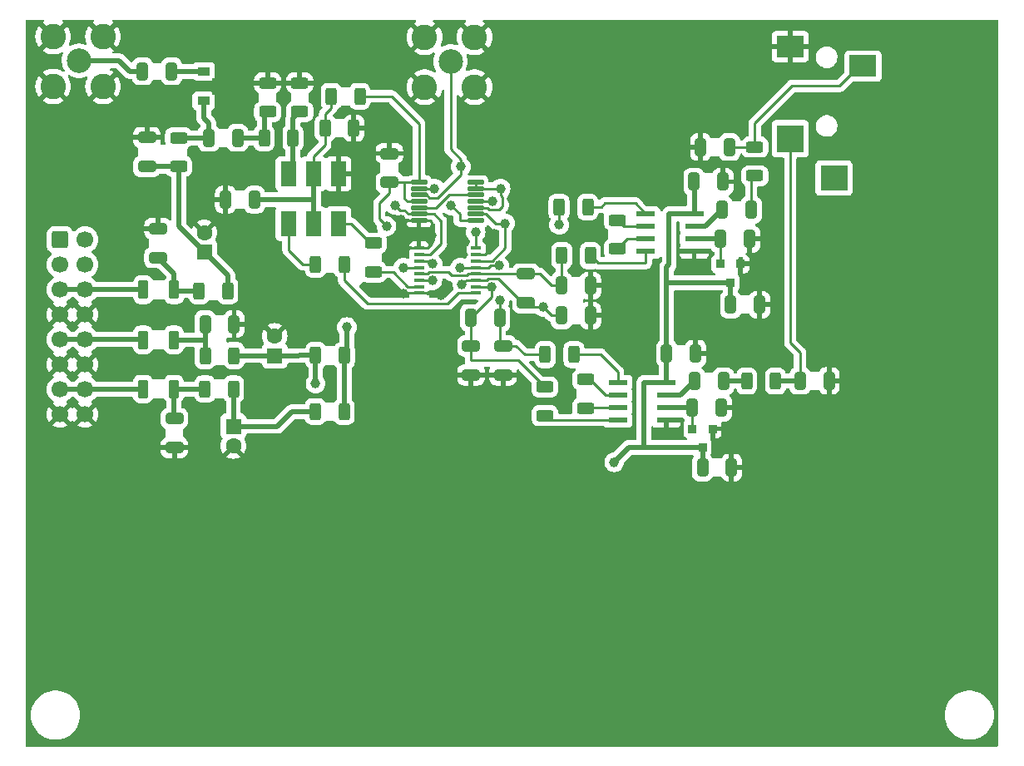
<source format=gtl>
G04 #@! TF.GenerationSoftware,KiCad,Pcbnew,7.0.8*
G04 #@! TF.CreationDate,2023-11-05T16:21:54-05:00*
G04 #@! TF.ProjectId,qsd4,71736434-2e6b-4696-9361-645f70636258,rev?*
G04 #@! TF.SameCoordinates,Original*
G04 #@! TF.FileFunction,Copper,L1,Top*
G04 #@! TF.FilePolarity,Positive*
%FSLAX46Y46*%
G04 Gerber Fmt 4.6, Leading zero omitted, Abs format (unit mm)*
G04 Created by KiCad (PCBNEW 7.0.8) date 2023-11-05 16:21:54*
%MOMM*%
%LPD*%
G01*
G04 APERTURE LIST*
G04 Aperture macros list*
%AMRoundRect*
0 Rectangle with rounded corners*
0 $1 Rounding radius*
0 $2 $3 $4 $5 $6 $7 $8 $9 X,Y pos of 4 corners*
0 Add a 4 corners polygon primitive as box body*
4,1,4,$2,$3,$4,$5,$6,$7,$8,$9,$2,$3,0*
0 Add four circle primitives for the rounded corners*
1,1,$1+$1,$2,$3*
1,1,$1+$1,$4,$5*
1,1,$1+$1,$6,$7*
1,1,$1+$1,$8,$9*
0 Add four rect primitives between the rounded corners*
20,1,$1+$1,$2,$3,$4,$5,0*
20,1,$1+$1,$4,$5,$6,$7,0*
20,1,$1+$1,$6,$7,$8,$9,0*
20,1,$1+$1,$8,$9,$2,$3,0*%
%AMFreePoly0*
4,1,9,3.862500,-0.866500,0.737500,-0.866500,0.737500,-0.450000,-0.737500,-0.450000,-0.737500,0.450000,0.737500,0.450000,0.737500,0.866500,3.862500,0.866500,3.862500,-0.866500,3.862500,-0.866500,$1*%
G04 Aperture macros list end*
G04 #@! TA.AperFunction,SMDPad,CuDef*
%ADD10RoundRect,0.250000X-0.275000X-0.700000X0.275000X-0.700000X0.275000X0.700000X-0.275000X0.700000X0*%
G04 #@! TD*
G04 #@! TA.AperFunction,SMDPad,CuDef*
%ADD11RoundRect,0.250000X0.625000X-0.312500X0.625000X0.312500X-0.625000X0.312500X-0.625000X-0.312500X0*%
G04 #@! TD*
G04 #@! TA.AperFunction,SMDPad,CuDef*
%ADD12RoundRect,0.250000X-0.312500X-0.625000X0.312500X-0.625000X0.312500X0.625000X-0.312500X0.625000X0*%
G04 #@! TD*
G04 #@! TA.AperFunction,SMDPad,CuDef*
%ADD13RoundRect,0.250000X0.325000X0.650000X-0.325000X0.650000X-0.325000X-0.650000X0.325000X-0.650000X0*%
G04 #@! TD*
G04 #@! TA.AperFunction,SMDPad,CuDef*
%ADD14RoundRect,0.250000X-0.325000X-0.650000X0.325000X-0.650000X0.325000X0.650000X-0.325000X0.650000X0*%
G04 #@! TD*
G04 #@! TA.AperFunction,ComponentPad*
%ADD15R,1.600000X1.600000*%
G04 #@! TD*
G04 #@! TA.AperFunction,ComponentPad*
%ADD16C,1.600000*%
G04 #@! TD*
G04 #@! TA.AperFunction,SMDPad,CuDef*
%ADD17R,1.300000X0.900000*%
G04 #@! TD*
G04 #@! TA.AperFunction,SMDPad,CuDef*
%ADD18FreePoly0,0.000000*%
G04 #@! TD*
G04 #@! TA.AperFunction,SMDPad,CuDef*
%ADD19R,1.000000X0.400000*%
G04 #@! TD*
G04 #@! TA.AperFunction,SMDPad,CuDef*
%ADD20R,1.969999X0.558000*%
G04 #@! TD*
G04 #@! TA.AperFunction,ComponentPad*
%ADD21C,2.600000*%
G04 #@! TD*
G04 #@! TA.AperFunction,ComponentPad*
%ADD22C,2.500000*%
G04 #@! TD*
G04 #@! TA.AperFunction,SMDPad,CuDef*
%ADD23RoundRect,0.250000X-0.625000X0.312500X-0.625000X-0.312500X0.625000X-0.312500X0.625000X0.312500X0*%
G04 #@! TD*
G04 #@! TA.AperFunction,SMDPad,CuDef*
%ADD24R,0.812800X0.889000*%
G04 #@! TD*
G04 #@! TA.AperFunction,SMDPad,CuDef*
%ADD25RoundRect,0.020500X-0.764500X-0.184500X0.764500X-0.184500X0.764500X0.184500X-0.764500X0.184500X0*%
G04 #@! TD*
G04 #@! TA.AperFunction,SMDPad,CuDef*
%ADD26RoundRect,0.250000X-0.650000X0.325000X-0.650000X-0.325000X0.650000X-0.325000X0.650000X0.325000X0*%
G04 #@! TD*
G04 #@! TA.AperFunction,SMDPad,CuDef*
%ADD27R,2.800000X2.200000*%
G04 #@! TD*
G04 #@! TA.AperFunction,SMDPad,CuDef*
%ADD28R,2.800000X2.800000*%
G04 #@! TD*
G04 #@! TA.AperFunction,SMDPad,CuDef*
%ADD29R,2.800000X2.600000*%
G04 #@! TD*
G04 #@! TA.AperFunction,SMDPad,CuDef*
%ADD30C,1.000000*%
G04 #@! TD*
G04 #@! TA.AperFunction,SMDPad,CuDef*
%ADD31RoundRect,0.250000X0.312500X0.625000X-0.312500X0.625000X-0.312500X-0.625000X0.312500X-0.625000X0*%
G04 #@! TD*
G04 #@! TA.AperFunction,SMDPad,CuDef*
%ADD32R,1.650000X2.540000*%
G04 #@! TD*
G04 #@! TA.AperFunction,ComponentPad*
%ADD33RoundRect,0.250000X-0.600000X-0.600000X0.600000X-0.600000X0.600000X0.600000X-0.600000X0.600000X0*%
G04 #@! TD*
G04 #@! TA.AperFunction,ComponentPad*
%ADD34C,1.700000*%
G04 #@! TD*
G04 #@! TA.AperFunction,ViaPad*
%ADD35C,1.000000*%
G04 #@! TD*
G04 #@! TA.AperFunction,Conductor*
%ADD36C,0.250000*%
G04 #@! TD*
G04 #@! TA.AperFunction,Conductor*
%ADD37C,0.500000*%
G04 #@! TD*
G04 #@! TA.AperFunction,Conductor*
%ADD38C,1.000000*%
G04 #@! TD*
G04 APERTURE END LIST*
D10*
X111650000Y-77700000D03*
X114800000Y-77700000D03*
D11*
X173925000Y-56000000D03*
X173925000Y-53075000D03*
D12*
X117362500Y-67700000D03*
X120287500Y-67700000D03*
D13*
X147950000Y-70450000D03*
X145000000Y-70450000D03*
D12*
X152587500Y-74200000D03*
X155512500Y-74200000D03*
D14*
X170425000Y-62425000D03*
X173375000Y-62425000D03*
X167775000Y-76900000D03*
X170725000Y-76900000D03*
D15*
X125050000Y-74300000D03*
D16*
X125050000Y-72300000D03*
D14*
X120050000Y-58425000D03*
X123000000Y-58425000D03*
D10*
X111675000Y-67600000D03*
X114825000Y-67600000D03*
D14*
X111600000Y-45362500D03*
X114550000Y-45362500D03*
D12*
X153991900Y-59186200D03*
X156916900Y-59186200D03*
D11*
X127600000Y-49475000D03*
X127600000Y-46550000D03*
D15*
X120850000Y-81500000D03*
D16*
X120850000Y-83500000D03*
D14*
X170600000Y-59475000D03*
X173550000Y-59475000D03*
D17*
X117825000Y-45375000D03*
D18*
X117912500Y-46875000D03*
D17*
X117825000Y-48375000D03*
D12*
X129197500Y-80000000D03*
X132122500Y-80000000D03*
X130800000Y-47910000D03*
X133725000Y-47910000D03*
D14*
X167725000Y-56600000D03*
X170675000Y-56600000D03*
D19*
X139750000Y-63375000D03*
X139750000Y-64025000D03*
X139750000Y-64675000D03*
X139750000Y-65325000D03*
X139750000Y-65975000D03*
X139750000Y-66625000D03*
X139750000Y-67275000D03*
X139750000Y-67925000D03*
X145550000Y-67925000D03*
X145550000Y-67275000D03*
X145550000Y-66625000D03*
X145550000Y-65975000D03*
X145550000Y-65325000D03*
X145550000Y-64675000D03*
X145550000Y-64025000D03*
X145550000Y-63375000D03*
D10*
X111650000Y-72700000D03*
X114800000Y-72700000D03*
D11*
X159925000Y-63437500D03*
X159925000Y-60512500D03*
D20*
X162822400Y-59875000D03*
X162822400Y-61145000D03*
X162822400Y-62415000D03*
X162822400Y-63685000D03*
X167750000Y-63685000D03*
X167750000Y-62415000D03*
X167750000Y-61145000D03*
X167750000Y-59875000D03*
D21*
X102495000Y-41825000D03*
X102495000Y-46905000D03*
X107575000Y-41825000D03*
X107575000Y-46905000D03*
D22*
X105135000Y-44290000D03*
D20*
X159975000Y-77050000D03*
X159975000Y-78320000D03*
X159975000Y-79590000D03*
X159975000Y-80860000D03*
X164902600Y-80860000D03*
X164902600Y-79590000D03*
X164902600Y-78320000D03*
X164902600Y-77050000D03*
D12*
X117950000Y-77700000D03*
X120875000Y-77700000D03*
D23*
X156700000Y-76737500D03*
X156700000Y-79662500D03*
D14*
X117975000Y-71100000D03*
X120925000Y-71100000D03*
D24*
X169624998Y-81750000D03*
X167575000Y-81750000D03*
X168599999Y-83639999D03*
D25*
X139750000Y-56650000D03*
X139750000Y-57300000D03*
X139750000Y-57950000D03*
X139750000Y-58600000D03*
X139750000Y-59250000D03*
X139750000Y-59900000D03*
X139750000Y-60550000D03*
X145490000Y-60550000D03*
X145490000Y-59900000D03*
X145490000Y-59250000D03*
X145490000Y-58600000D03*
X145490000Y-57950000D03*
X145490000Y-57300000D03*
X145490000Y-56650000D03*
D11*
X115275000Y-55050000D03*
X115275000Y-52125000D03*
D26*
X150620000Y-65980000D03*
X150620000Y-68930000D03*
D12*
X129220000Y-74290000D03*
X132145000Y-74290000D03*
D21*
X140310000Y-41890000D03*
X140310000Y-46970000D03*
X145390000Y-41890000D03*
X145390000Y-46970000D03*
D22*
X142950000Y-44355000D03*
D14*
X154250000Y-70225000D03*
X157200000Y-70225000D03*
D27*
X177530000Y-42830000D03*
D28*
X177530000Y-52230000D03*
D27*
X184930000Y-44830000D03*
D29*
X181980000Y-56230000D03*
D11*
X124325000Y-49475000D03*
X124325000Y-46550000D03*
D14*
X167575000Y-79600000D03*
X170525000Y-79600000D03*
D12*
X129187500Y-65000000D03*
X132112500Y-65000000D03*
D30*
X137300000Y-58975000D03*
D24*
X172474998Y-64975000D03*
X170425000Y-64975000D03*
X171449999Y-66864999D03*
D31*
X133112500Y-51150000D03*
X130187500Y-51150000D03*
D14*
X171450000Y-69125000D03*
X174400000Y-69125000D03*
X118325000Y-52150000D03*
X121275000Y-52150000D03*
D31*
X176025000Y-76900000D03*
X173100000Y-76900000D03*
D14*
X164950000Y-74100000D03*
X167900000Y-74100000D03*
D26*
X136725000Y-53725000D03*
X136725000Y-56675000D03*
D14*
X154250000Y-67175000D03*
X157200000Y-67175000D03*
D13*
X181475000Y-76875000D03*
X178525000Y-76875000D03*
D12*
X154262500Y-64125000D03*
X157187500Y-64125000D03*
D26*
X112050000Y-52100000D03*
X112050000Y-55050000D03*
D30*
X148525000Y-60850000D03*
D14*
X168400000Y-53075000D03*
X171350000Y-53075000D03*
D32*
X131530000Y-55800000D03*
X128990000Y-55800000D03*
X126450000Y-55800000D03*
X126450000Y-60880000D03*
X128990000Y-60880000D03*
X131530000Y-60880000D03*
D26*
X114850000Y-80700000D03*
X114850000Y-83650000D03*
D23*
X135084600Y-62867300D03*
X135084600Y-65792300D03*
D26*
X145025000Y-73325000D03*
X145025000Y-76275000D03*
X148300000Y-73325000D03*
X148300000Y-76275000D03*
D12*
X123987500Y-52150000D03*
X126912500Y-52150000D03*
D23*
X152550000Y-77500000D03*
X152550000Y-80425000D03*
D15*
X117900000Y-63775000D03*
D16*
X117900000Y-61775000D03*
D26*
X113175000Y-61375000D03*
X113175000Y-64325000D03*
D33*
X103210000Y-62500000D03*
D34*
X105750000Y-62500000D03*
X103210000Y-65040000D03*
X105750000Y-65040000D03*
X103210000Y-67580000D03*
X105750000Y-67580000D03*
X103210000Y-70120000D03*
X105750000Y-70120000D03*
X103210000Y-72660000D03*
X105750000Y-72660000D03*
X103210000Y-75200000D03*
X105750000Y-75200000D03*
X103210000Y-77740000D03*
X105750000Y-77740000D03*
X103210000Y-80280000D03*
X105750000Y-80280000D03*
D12*
X117987500Y-74300000D03*
X120912500Y-74300000D03*
D14*
X168600000Y-85700000D03*
X171550000Y-85700000D03*
D35*
X120000000Y-45275000D03*
X122075000Y-48425000D03*
X184025000Y-92725000D03*
X145500000Y-55100000D03*
X137790000Y-83800000D03*
X110225000Y-61375000D03*
X197850000Y-107300000D03*
X127500000Y-75980000D03*
X155700000Y-65630000D03*
X137900000Y-60475000D03*
X172275000Y-57675000D03*
X141025000Y-70225000D03*
X157937200Y-57480200D03*
X166100000Y-82225000D03*
X124079000Y-60147200D03*
X149425000Y-71725000D03*
X161650000Y-84925000D03*
X178620000Y-62240000D03*
X149200000Y-58300000D03*
X197225000Y-60600000D03*
X133900000Y-72375000D03*
X120000000Y-50200000D03*
X191100000Y-113150000D03*
X149220000Y-56280000D03*
X149300000Y-64475000D03*
X176325000Y-65375000D03*
X177275000Y-75225000D03*
X144425000Y-62750000D03*
X126875000Y-65900000D03*
X141050000Y-62050000D03*
X160900000Y-82350000D03*
X131200000Y-53400000D03*
X117200000Y-53950000D03*
X141950000Y-68150000D03*
X100600000Y-55375000D03*
X154575000Y-79675000D03*
X117325000Y-56675000D03*
X163900000Y-82250000D03*
X130860800Y-76936600D03*
X163625000Y-70475000D03*
X170100000Y-84125000D03*
X116275000Y-43875000D03*
X172225000Y-78750000D03*
X174250000Y-41050000D03*
X100700000Y-86975000D03*
X158350000Y-61950000D03*
X152825000Y-62425000D03*
X125475000Y-53500000D03*
X155720000Y-71670000D03*
X133430000Y-78490000D03*
X107400000Y-113150000D03*
X130830000Y-72500000D03*
X116225000Y-46875000D03*
X147300000Y-53250000D03*
X112375000Y-83625000D03*
X134823200Y-61214000D03*
X128150000Y-40800000D03*
X147050000Y-63225000D03*
X144150000Y-92725000D03*
X130650000Y-58325000D03*
X138025000Y-63375000D03*
X161675000Y-75700000D03*
X179725000Y-73775000D03*
X147450000Y-113050000D03*
X197260000Y-41440000D03*
X176300000Y-56030000D03*
X135690000Y-70180000D03*
X166500000Y-65325000D03*
X170675000Y-72675000D03*
X197300000Y-82300000D03*
X129700000Y-45975000D03*
X143450000Y-74820000D03*
X124100000Y-56675000D03*
X106825000Y-92625000D03*
X134467600Y-67386200D03*
X168975000Y-65350000D03*
X134600000Y-49800000D03*
X163575000Y-65850000D03*
X171950000Y-51100000D03*
X122125000Y-45225000D03*
X150300000Y-77000000D03*
X113600000Y-56500000D03*
X147350000Y-61925000D03*
X100550000Y-106550000D03*
X166300000Y-68225000D03*
X142200000Y-56075000D03*
X132575000Y-68900000D03*
X122250000Y-68450000D03*
X138130686Y-67952898D03*
X123275000Y-80050000D03*
X165125000Y-58525000D03*
X144120000Y-51180000D03*
X120000000Y-48450000D03*
X159610000Y-85150000D03*
X129220000Y-77140000D03*
X144125000Y-67050000D03*
X154000000Y-61000000D03*
X152400000Y-69375000D03*
X138150000Y-65325000D03*
X147889969Y-65150500D03*
X147950000Y-68700000D03*
X143950000Y-65325000D03*
X141100000Y-66625000D03*
X147125000Y-67275000D03*
X141125000Y-64975000D03*
X147225000Y-58600000D03*
X144000000Y-55070000D03*
X143025000Y-59025000D03*
X141300000Y-57300000D03*
X132400000Y-71400000D03*
X148050000Y-57300000D03*
X145500000Y-61725000D03*
X136425000Y-61125000D03*
D36*
X140875000Y-67925000D02*
X139750000Y-67925000D01*
X141950000Y-68150000D02*
X141100000Y-68150000D01*
X146450000Y-64025000D02*
X145550000Y-64025000D01*
X139750000Y-63375000D02*
X140625000Y-63375000D01*
X138025000Y-63375000D02*
X138100000Y-63375000D01*
X137900000Y-60475000D02*
X138550000Y-60475000D01*
X138158584Y-67925000D02*
X138130686Y-67952898D01*
X147050000Y-63425000D02*
X146450000Y-64025000D01*
X141050000Y-60725000D02*
X141050000Y-62050000D01*
X141050000Y-62950000D02*
X141050000Y-62050000D01*
X139750000Y-67925000D02*
X138158584Y-67925000D01*
X141100000Y-68150000D02*
X140875000Y-67925000D01*
X140625000Y-63375000D02*
X141050000Y-62950000D01*
X139750000Y-60550000D02*
X140875000Y-60550000D01*
X138625000Y-60550000D02*
X139750000Y-60550000D01*
X139750000Y-63375000D02*
X138025000Y-63375000D01*
X147050000Y-63225000D02*
X147050000Y-63425000D01*
X138550000Y-60475000D02*
X138625000Y-60550000D01*
X140875000Y-60550000D02*
X141050000Y-60725000D01*
D37*
X120850000Y-81500000D02*
X125300000Y-81500000D01*
X129177500Y-80020000D02*
X129197500Y-80000000D01*
X120850000Y-77725000D02*
X120875000Y-77700000D01*
X125300000Y-81500000D02*
X126780000Y-80020000D01*
X126780000Y-80020000D02*
X129177500Y-80020000D01*
X120850000Y-81500000D02*
X120850000Y-77725000D01*
X111600000Y-45362500D02*
X110262500Y-45362500D01*
X105135000Y-44290000D02*
X109190000Y-44290000D01*
X110262500Y-45362500D02*
X109190000Y-44290000D01*
X164960001Y-66864999D02*
X164950000Y-66875000D01*
X161120001Y-83639999D02*
X159610000Y-85150000D01*
X164950000Y-66875000D02*
X164950000Y-74100000D01*
X167750000Y-59875000D02*
X167750000Y-56625000D01*
X168600000Y-85700000D02*
X168599999Y-83639999D01*
X171449999Y-66864999D02*
X171450000Y-69125000D01*
X162625000Y-83639999D02*
X161120001Y-83639999D01*
X168599999Y-83639999D02*
X162625000Y-83639999D01*
X164950000Y-65300000D02*
X164950000Y-66875000D01*
X165200000Y-65050000D02*
X164950000Y-65300000D01*
X164902600Y-77050000D02*
X162625000Y-77050000D01*
X129220000Y-74290000D02*
X127540000Y-74290000D01*
X129220000Y-74290000D02*
X129220000Y-77140000D01*
X164902600Y-77050000D02*
X164902600Y-74147400D01*
X127540000Y-74290000D02*
X127530000Y-74300000D01*
X164902600Y-74147400D02*
X164950000Y-74100000D01*
X165200000Y-59875000D02*
X165200000Y-65050000D01*
X167750000Y-56625000D02*
X167725000Y-56600000D01*
X120912500Y-74300000D02*
X125050000Y-74300000D01*
X171449999Y-66864999D02*
X164960001Y-66864999D01*
X167750000Y-59875000D02*
X165200000Y-59875000D01*
X162625000Y-77050000D02*
X162625000Y-83639999D01*
X168614998Y-83625000D02*
X168599999Y-83639999D01*
X127530000Y-74300000D02*
X125050000Y-74300000D01*
X117362500Y-67700000D02*
X114925000Y-67700000D01*
X114925000Y-67700000D02*
X114825000Y-67600000D01*
X114825000Y-65975000D02*
X113175000Y-64325000D01*
X114825000Y-67600000D02*
X114825000Y-65975000D01*
X114800000Y-80650000D02*
X114850000Y-80700000D01*
X114800000Y-77700000D02*
X114800000Y-80650000D01*
X114800000Y-77700000D02*
X117950000Y-77700000D01*
X117975000Y-74287500D02*
X117987500Y-74300000D01*
X117975000Y-72700000D02*
X117975000Y-74287500D01*
X117975000Y-71100000D02*
X117975000Y-72700000D01*
X114800000Y-72700000D02*
X117975000Y-72700000D01*
X117900000Y-63775000D02*
X115625000Y-61500000D01*
X120287500Y-67700000D02*
X120287500Y-66162500D01*
X115275000Y-55050000D02*
X112050000Y-55050000D01*
X115275000Y-55050000D02*
X115275000Y-61150000D01*
X115275000Y-61150000D02*
X115625000Y-61500000D01*
X120287500Y-66162500D02*
X117900000Y-63775000D01*
D36*
X144575000Y-66150000D02*
X143080000Y-66150000D01*
X153205000Y-67175000D02*
X152000000Y-65970000D01*
X140583273Y-65975000D02*
X139750000Y-65975000D01*
X144750000Y-65975000D02*
X144575000Y-66150000D01*
X151990000Y-65980000D02*
X150620000Y-65980000D01*
X152000000Y-65970000D02*
X151990000Y-65980000D01*
X150615000Y-65975000D02*
X150620000Y-65980000D01*
X154250000Y-67175000D02*
X153205000Y-67175000D01*
X145550000Y-65975000D02*
X144750000Y-65975000D01*
X145550000Y-65975000D02*
X150615000Y-65975000D01*
X154250000Y-67175000D02*
X154250000Y-64137500D01*
X154250000Y-64137500D02*
X154262500Y-64125000D01*
X140758273Y-65800000D02*
X140583273Y-65975000D01*
X142730000Y-65800000D02*
X140758273Y-65800000D01*
X143080000Y-66150000D02*
X142730000Y-65800000D01*
X154250000Y-70225000D02*
X153250000Y-70225000D01*
X147800000Y-66450000D02*
X146783273Y-66450000D01*
X153250000Y-70225000D02*
X152400000Y-69375000D01*
X144550000Y-66625000D02*
X144125000Y-67050000D01*
X138150000Y-65325000D02*
X139750000Y-65325000D01*
X152400000Y-69375000D02*
X151065000Y-69375000D01*
X150280000Y-68930000D02*
X147800000Y-66450000D01*
X153991900Y-59186200D02*
X153991900Y-60991900D01*
X151065000Y-69375000D02*
X150620000Y-68930000D01*
X146783273Y-66450000D02*
X146608273Y-66625000D01*
X146608273Y-66625000D02*
X145550000Y-66625000D01*
X145550000Y-66625000D02*
X144550000Y-66625000D01*
X150620000Y-68930000D02*
X150280000Y-68930000D01*
X153991900Y-60991900D02*
X154000000Y-61000000D01*
X147950000Y-70450000D02*
X147950000Y-68700000D01*
X143950000Y-65325000D02*
X145550000Y-65325000D01*
X150500000Y-74200000D02*
X152587500Y-74200000D01*
X147009500Y-65150500D02*
X146835000Y-65325000D01*
X139750000Y-66625000D02*
X141100000Y-66625000D01*
X147889969Y-65150500D02*
X147009500Y-65150500D01*
X146835000Y-65325000D02*
X145550000Y-65325000D01*
X147950000Y-72975000D02*
X148300000Y-73325000D01*
X147950000Y-70450000D02*
X147950000Y-72975000D01*
X149625000Y-73325000D02*
X150500000Y-74200000D01*
X148300000Y-73325000D02*
X149625000Y-73325000D01*
X145050000Y-74800000D02*
X149850000Y-74800000D01*
X145025000Y-73325000D02*
X145025000Y-70475000D01*
X149850000Y-74800000D02*
X152550000Y-77500000D01*
X145025000Y-73325000D02*
X145025000Y-74775000D01*
X140825000Y-64675000D02*
X141125000Y-64975000D01*
X147125000Y-68325000D02*
X147125000Y-67275000D01*
X145550000Y-67275000D02*
X146675000Y-67275000D01*
X145025000Y-73325000D02*
X145190000Y-73490000D01*
X145025000Y-74775000D02*
X145050000Y-74800000D01*
X146675000Y-67275000D02*
X147125000Y-67275000D01*
X139750000Y-64675000D02*
X140825000Y-64675000D01*
X145000000Y-70450000D02*
X147125000Y-68325000D01*
X145025000Y-70475000D02*
X145000000Y-70450000D01*
X145490000Y-58600000D02*
X147225000Y-58600000D01*
X144000000Y-54340000D02*
X144000000Y-55070000D01*
X141650000Y-58225000D02*
X144000000Y-55875000D01*
X140537612Y-57950000D02*
X140812612Y-58225000D01*
X142950000Y-44355000D02*
X142950000Y-53290000D01*
X140812612Y-58225000D02*
X141650000Y-58225000D01*
X139750000Y-57950000D02*
X140537612Y-57950000D01*
X144000000Y-55875000D02*
X144000000Y-55070000D01*
X142950000Y-53290000D02*
X144000000Y-54340000D01*
X184930000Y-44830000D02*
X184570000Y-44830000D01*
X184570000Y-44830000D02*
X182562500Y-46837500D01*
X177712500Y-46837500D02*
X182562500Y-46837500D01*
X173925000Y-53075000D02*
X171350000Y-53075000D01*
X173925000Y-53075000D02*
X173925000Y-50625000D01*
X173925000Y-50625000D02*
X177712500Y-46837500D01*
X178525000Y-74012500D02*
X178525000Y-76875000D01*
X177530000Y-73017500D02*
X178525000Y-74012500D01*
X177530000Y-52230000D02*
X177530000Y-73017500D01*
D37*
X176050000Y-76875000D02*
X176025000Y-76900000D01*
X178525000Y-76875000D02*
X176050000Y-76875000D01*
D36*
X173550000Y-56375000D02*
X173925000Y-56000000D01*
X173550000Y-59475000D02*
X173550000Y-56375000D01*
D37*
X170725000Y-76900000D02*
X173100000Y-76900000D01*
X105750000Y-67580000D02*
X111655000Y-67580000D01*
X103210000Y-67580000D02*
X105750000Y-67580000D01*
D38*
X111655000Y-67580000D02*
X111675000Y-67600000D01*
D37*
X103210000Y-72660000D02*
X105750000Y-72660000D01*
D38*
X111610000Y-72660000D02*
X111650000Y-72700000D01*
D37*
X105750000Y-72660000D02*
X111610000Y-72660000D01*
X105750000Y-77740000D02*
X111610000Y-77740000D01*
X103210000Y-77740000D02*
X105750000Y-77740000D01*
D38*
X111610000Y-77740000D02*
X111650000Y-77700000D01*
D36*
X138650000Y-59900000D02*
X138275000Y-59525000D01*
X137300000Y-58975000D02*
X137850000Y-59525000D01*
X141975000Y-62925000D02*
X141975000Y-60625000D01*
X141250000Y-59900000D02*
X139750000Y-59900000D01*
X140875000Y-64025000D02*
X139750000Y-64025000D01*
X137850000Y-59525000D02*
X138275000Y-59525000D01*
X141975000Y-60625000D02*
X141250000Y-59900000D01*
X139750000Y-59900000D02*
X138650000Y-59900000D01*
X141975000Y-62925000D02*
X140875000Y-64025000D01*
X146575000Y-59900000D02*
X147525000Y-60850000D01*
X148525000Y-63348742D02*
X148525000Y-60850000D01*
X147525000Y-60850000D02*
X148525000Y-60850000D01*
X145550000Y-64675000D02*
X147198742Y-64675000D01*
X147198742Y-64675000D02*
X148525000Y-63348742D01*
X145490000Y-59900000D02*
X146575000Y-59900000D01*
X142800000Y-57950000D02*
X145490000Y-57950000D01*
X139750000Y-59250000D02*
X141500000Y-59250000D01*
X141500000Y-59250000D02*
X142800000Y-57950000D01*
X143875000Y-59875000D02*
X143875000Y-60550000D01*
X143875000Y-60550000D02*
X145490000Y-60550000D01*
X143025000Y-59025000D02*
X143875000Y-59875000D01*
X139750000Y-57300000D02*
X141300000Y-57300000D01*
X136425000Y-61125000D02*
X135700000Y-60400000D01*
X138275000Y-56650000D02*
X136750000Y-56650000D01*
X139750000Y-58600000D02*
X138575000Y-58600000D01*
X135700000Y-58800000D02*
X136725000Y-57775000D01*
X139750000Y-56650000D02*
X139750000Y-50725000D01*
X145490000Y-56650000D02*
X145490000Y-57300000D01*
X138275000Y-58300000D02*
X138275000Y-56650000D01*
X148250000Y-58175000D02*
X148050000Y-57975000D01*
D37*
X132400000Y-71400000D02*
X132400000Y-74035000D01*
D36*
X146883273Y-59425000D02*
X147925000Y-59425000D01*
X145490000Y-59250000D02*
X146708273Y-59250000D01*
X139750000Y-50725000D02*
X139752500Y-50722500D01*
X136725000Y-57775000D02*
X136725000Y-56675000D01*
X139750000Y-56650000D02*
X138275000Y-56650000D01*
X136750000Y-56650000D02*
X136725000Y-56675000D01*
D37*
X132145000Y-77700000D02*
X132145000Y-74290000D01*
D36*
X145550000Y-61775000D02*
X145500000Y-61725000D01*
X145490000Y-57300000D02*
X148050000Y-57300000D01*
X146708273Y-59250000D02*
X146883273Y-59425000D01*
D37*
X132122500Y-80000000D02*
X132122500Y-77722500D01*
D36*
X138575000Y-58600000D02*
X138275000Y-58300000D01*
X148050000Y-57975000D02*
X148050000Y-57300000D01*
D37*
X132122500Y-77722500D02*
X132145000Y-77700000D01*
D36*
X145550000Y-63375000D02*
X145550000Y-61775000D01*
X136940000Y-47910000D02*
X139752500Y-50722500D01*
X135700000Y-60400000D02*
X135700000Y-58800000D01*
D37*
X132400000Y-74035000D02*
X132145000Y-74290000D01*
D36*
X148250000Y-59100000D02*
X148250000Y-58175000D01*
X133725000Y-47910000D02*
X136940000Y-47910000D01*
X147925000Y-59425000D02*
X148250000Y-59100000D01*
X145490000Y-61715000D02*
X145500000Y-61725000D01*
X138600000Y-67275000D02*
X137122800Y-65797800D01*
X138600000Y-67275000D02*
X139750000Y-67275000D01*
X137117300Y-65792300D02*
X137122800Y-65797800D01*
X135084600Y-65792300D02*
X137117300Y-65792300D01*
D37*
X123987500Y-52150000D02*
X123987500Y-49812500D01*
X123987500Y-49812500D02*
X124325000Y-49475000D01*
X121275000Y-52150000D02*
X123987500Y-52150000D01*
D36*
X132812800Y-60880000D02*
X131530000Y-60880000D01*
X135084600Y-62867300D02*
X134800100Y-62867300D01*
X134800100Y-62867300D02*
X132812800Y-60880000D01*
X126450000Y-63550000D02*
X127900000Y-65000000D01*
X126450000Y-60880000D02*
X126450000Y-63550000D01*
X127900000Y-65000000D02*
X129187500Y-65000000D01*
X145550000Y-67925000D02*
X143775000Y-67925000D01*
X134488389Y-69013389D02*
X132112500Y-66637500D01*
X143775000Y-67925000D02*
X142686611Y-69013389D01*
X142686611Y-69013389D02*
X134488389Y-69013389D01*
X132112500Y-66637500D02*
X132112500Y-65000000D01*
D37*
X164902600Y-79590000D02*
X167565000Y-79590000D01*
X167565000Y-79590000D02*
X167575000Y-79600000D01*
D36*
X167575000Y-79600000D02*
X167575000Y-81750000D01*
X170425000Y-64975000D02*
X170425000Y-62425000D01*
D37*
X167750000Y-62415000D02*
X170415000Y-62415000D01*
X170415000Y-62415000D02*
X170425000Y-62425000D01*
X167750000Y-61145000D02*
X168930000Y-61145000D01*
X168930000Y-61145000D02*
X170600000Y-59475000D01*
X164902600Y-78320000D02*
X166355000Y-78320000D01*
X166355000Y-78320000D02*
X167775000Y-76900000D01*
D36*
X161747400Y-58800000D02*
X158675000Y-58800000D01*
X158675000Y-58800000D02*
X158288800Y-59186200D01*
X158288800Y-59186200D02*
X156916900Y-59186200D01*
X162822400Y-59875000D02*
X161747400Y-58800000D01*
X157962500Y-64900000D02*
X162800000Y-64900000D01*
X157187500Y-64125000D02*
X157962500Y-64900000D01*
X162800000Y-64900000D02*
X162822400Y-64877600D01*
X162822400Y-64877600D02*
X162822400Y-63685000D01*
X159975000Y-75975000D02*
X160000000Y-75950000D01*
X159975000Y-77050000D02*
X159975000Y-75975000D01*
X158250000Y-74200000D02*
X155512500Y-74200000D01*
X160000000Y-75950000D02*
X158250000Y-74200000D01*
X159975000Y-80860000D02*
X152985000Y-80860000D01*
X152985000Y-80860000D02*
X152550000Y-80425000D01*
X160947500Y-62415000D02*
X162822400Y-62415000D01*
X159925000Y-63437500D02*
X160947500Y-62415000D01*
X161380000Y-61145000D02*
X162822400Y-61145000D01*
X161375000Y-61150000D02*
X161380000Y-61145000D01*
X159925000Y-60512500D02*
X160562500Y-61150000D01*
X160562500Y-61150000D02*
X161375000Y-61150000D01*
X159975000Y-78320000D02*
X158770000Y-78320000D01*
X157137500Y-76737500D02*
X158720000Y-78320000D01*
X158720000Y-78320000D02*
X158770000Y-78320000D01*
X156700000Y-76737500D02*
X157137500Y-76737500D01*
X159975000Y-79590000D02*
X156922500Y-79590000D01*
X156922500Y-79590000D02*
X156700000Y-79812500D01*
D37*
X114562500Y-45375000D02*
X114550000Y-45362500D01*
X117825000Y-45375000D02*
X114562500Y-45375000D01*
X115300000Y-52150000D02*
X115275000Y-52125000D01*
X117825000Y-50100000D02*
X117825000Y-48375000D01*
X118325000Y-52150000D02*
X118325000Y-50600000D01*
X118325000Y-52150000D02*
X115300000Y-52150000D01*
X118325000Y-50600000D02*
X117825000Y-50100000D01*
X126912500Y-52150000D02*
X126912500Y-50162500D01*
X126912500Y-52150000D02*
X126912500Y-55337500D01*
X126912500Y-50162500D02*
X127600000Y-49475000D01*
X126912500Y-55337500D02*
X126450000Y-55800000D01*
D36*
X130800000Y-49100000D02*
X130175000Y-49725000D01*
X130187500Y-49737500D02*
X130187500Y-51150000D01*
X130800000Y-47910000D02*
X130800000Y-49100000D01*
D37*
X128975000Y-58425000D02*
X123000000Y-58425000D01*
X128990000Y-58440000D02*
X128975000Y-58425000D01*
X128990000Y-60880000D02*
X128990000Y-58440000D01*
D36*
X130187500Y-52812500D02*
X128975000Y-54025000D01*
D37*
X128990000Y-58410000D02*
X128990000Y-55800000D01*
D36*
X130175000Y-49725000D02*
X130187500Y-49737500D01*
X128975000Y-54025000D02*
X128990000Y-54040000D01*
D37*
X128975000Y-58425000D02*
X128990000Y-58410000D01*
D36*
X130187500Y-51150000D02*
X130187500Y-52812500D01*
X128990000Y-54040000D02*
X128990000Y-55800000D01*
G04 #@! TA.AperFunction,Conductor*
G36*
X166533073Y-80567038D02*
G01*
X166589007Y-80608909D01*
X166595277Y-80618119D01*
X166608003Y-80638752D01*
X166657287Y-80718655D01*
X166767413Y-80828781D01*
X166800898Y-80890104D01*
X166795914Y-80959796D01*
X166778999Y-80990772D01*
X166724806Y-81063165D01*
X166724802Y-81063171D01*
X166674508Y-81198017D01*
X166668101Y-81257616D01*
X166668100Y-81257635D01*
X166668100Y-82242370D01*
X166668101Y-82242376D01*
X166674508Y-82301983D01*
X166724802Y-82436828D01*
X166724806Y-82436835D01*
X166811052Y-82552044D01*
X166811055Y-82552047D01*
X166926264Y-82638293D01*
X166926271Y-82638297D01*
X166955817Y-82649317D01*
X167011751Y-82691188D01*
X167036168Y-82756652D01*
X167021317Y-82824925D01*
X166971912Y-82874331D01*
X166912484Y-82889499D01*
X163499500Y-82889499D01*
X163432461Y-82869814D01*
X163386706Y-82817010D01*
X163375500Y-82765499D01*
X163375500Y-81605486D01*
X163395185Y-81538447D01*
X163447989Y-81492692D01*
X163517147Y-81482748D01*
X163573812Y-81506220D01*
X163675510Y-81582352D01*
X163675513Y-81582354D01*
X163810220Y-81632596D01*
X163810227Y-81632598D01*
X163869755Y-81638999D01*
X163869772Y-81639000D01*
X164652600Y-81639000D01*
X164652600Y-81110000D01*
X165152600Y-81110000D01*
X165152600Y-81639000D01*
X165935428Y-81639000D01*
X165935444Y-81638999D01*
X165994972Y-81632598D01*
X165994979Y-81632596D01*
X166129686Y-81582354D01*
X166129693Y-81582350D01*
X166244787Y-81496190D01*
X166244790Y-81496187D01*
X166330950Y-81381093D01*
X166330954Y-81381086D01*
X166381196Y-81246379D01*
X166381198Y-81246372D01*
X166387599Y-81186844D01*
X166387600Y-81186827D01*
X166387600Y-81110000D01*
X165152600Y-81110000D01*
X164652600Y-81110000D01*
X164652600Y-80734000D01*
X164672285Y-80666961D01*
X164725089Y-80621206D01*
X164776600Y-80610000D01*
X166387599Y-80610000D01*
X166402059Y-80595540D01*
X166463382Y-80562054D01*
X166533073Y-80567038D01*
G37*
G04 #@! TD.AperFunction*
G04 #@! TA.AperFunction,Conductor*
G36*
X166214203Y-60645185D02*
G01*
X166259958Y-60697989D01*
X166270453Y-60762752D01*
X166264500Y-60818127D01*
X166264500Y-60818134D01*
X166264500Y-60818135D01*
X166264500Y-61471870D01*
X166264501Y-61471876D01*
X166270908Y-61531483D01*
X166321202Y-61666328D01*
X166321206Y-61666334D01*
X166350667Y-61705690D01*
X166375084Y-61771154D01*
X166360232Y-61839427D01*
X166350667Y-61854310D01*
X166321206Y-61893665D01*
X166321202Y-61893671D01*
X166274414Y-62019119D01*
X166270909Y-62028517D01*
X166264500Y-62088127D01*
X166264500Y-62088134D01*
X166264500Y-62088135D01*
X166264500Y-62741870D01*
X166264501Y-62741876D01*
X166270908Y-62801483D01*
X166321202Y-62936328D01*
X166321203Y-62936330D01*
X166321204Y-62936331D01*
X166341665Y-62963664D01*
X166350979Y-62976105D01*
X166375396Y-63041569D01*
X166360545Y-63109842D01*
X166350980Y-63124725D01*
X166321648Y-63163907D01*
X166321645Y-63163913D01*
X166271403Y-63298620D01*
X166271401Y-63298627D01*
X166265000Y-63358155D01*
X166265000Y-63435000D01*
X169234999Y-63435000D01*
X169251067Y-63418932D01*
X169312390Y-63385446D01*
X169382081Y-63390430D01*
X169438015Y-63432301D01*
X169444288Y-63441516D01*
X169504106Y-63538498D01*
X169507288Y-63543656D01*
X169631344Y-63667712D01*
X169740597Y-63735099D01*
X169787321Y-63787047D01*
X169799500Y-63840638D01*
X169799500Y-64007244D01*
X169779815Y-64074283D01*
X169749812Y-64106509D01*
X169661054Y-64172954D01*
X169661053Y-64172955D01*
X169661052Y-64172956D01*
X169574806Y-64288164D01*
X169574802Y-64288171D01*
X169524508Y-64423017D01*
X169518101Y-64482616D01*
X169518100Y-64482635D01*
X169518100Y-65467370D01*
X169518101Y-65467376D01*
X169524508Y-65526983D01*
X169574802Y-65661828D01*
X169574806Y-65661835D01*
X169661052Y-65777044D01*
X169661055Y-65777047D01*
X169776264Y-65863293D01*
X169776271Y-65863297D01*
X169805817Y-65874317D01*
X169861751Y-65916188D01*
X169886168Y-65981652D01*
X169871317Y-66049925D01*
X169821912Y-66099331D01*
X169762484Y-66114499D01*
X165824500Y-66114499D01*
X165757461Y-66094814D01*
X165711706Y-66042010D01*
X165700500Y-65990499D01*
X165700500Y-65666229D01*
X165720185Y-65599190D01*
X165729508Y-65586527D01*
X165741941Y-65571709D01*
X165752121Y-65559576D01*
X165755757Y-65555608D01*
X165761590Y-65549777D01*
X165781762Y-65524264D01*
X165781928Y-65524054D01*
X165790439Y-65513911D01*
X165831302Y-65465214D01*
X165831304Y-65465209D01*
X165835272Y-65459179D01*
X165835323Y-65459212D01*
X165839369Y-65452860D01*
X165839317Y-65452828D01*
X165843109Y-65446679D01*
X165843111Y-65446677D01*
X165875569Y-65377069D01*
X165910040Y-65308433D01*
X165910043Y-65308417D01*
X165912510Y-65301644D01*
X165912568Y-65301665D01*
X165915043Y-65294546D01*
X165914985Y-65294527D01*
X165917256Y-65287672D01*
X165917957Y-65284280D01*
X165932784Y-65212467D01*
X165950500Y-65137721D01*
X165950500Y-65137720D01*
X165951339Y-65130548D01*
X165951397Y-65130554D01*
X165952164Y-65123056D01*
X165952104Y-65123051D01*
X165952733Y-65115860D01*
X165952615Y-65111818D01*
X165950500Y-65039102D01*
X165950500Y-63935000D01*
X166265000Y-63935000D01*
X166265000Y-64011844D01*
X166271401Y-64071372D01*
X166271403Y-64071379D01*
X166321645Y-64206086D01*
X166321649Y-64206093D01*
X166407809Y-64321187D01*
X166407812Y-64321190D01*
X166522906Y-64407350D01*
X166522913Y-64407354D01*
X166657620Y-64457596D01*
X166657627Y-64457598D01*
X166717155Y-64463999D01*
X166717172Y-64464000D01*
X167500000Y-64464000D01*
X167500000Y-63935000D01*
X168000000Y-63935000D01*
X168000000Y-64464000D01*
X168782828Y-64464000D01*
X168782844Y-64463999D01*
X168842372Y-64457598D01*
X168842379Y-64457596D01*
X168977086Y-64407354D01*
X168977093Y-64407350D01*
X169092187Y-64321190D01*
X169092190Y-64321187D01*
X169178350Y-64206093D01*
X169178354Y-64206086D01*
X169228596Y-64071379D01*
X169228598Y-64071372D01*
X169234999Y-64011844D01*
X169235000Y-64011827D01*
X169235000Y-63935000D01*
X168000000Y-63935000D01*
X167500000Y-63935000D01*
X166265000Y-63935000D01*
X165950500Y-63935000D01*
X165950500Y-60749500D01*
X165970185Y-60682461D01*
X166022989Y-60636706D01*
X166074500Y-60625500D01*
X166147164Y-60625500D01*
X166214203Y-60645185D01*
G37*
G04 #@! TD.AperFunction*
G04 #@! TA.AperFunction,Conductor*
G36*
X110575526Y-73430185D02*
G01*
X110621281Y-73482989D01*
X110631845Y-73521900D01*
X110635000Y-73552796D01*
X110635001Y-73552799D01*
X110690185Y-73719331D01*
X110690187Y-73719336D01*
X110700756Y-73736471D01*
X110782288Y-73868656D01*
X110906344Y-73992712D01*
X111055666Y-74084814D01*
X111222203Y-74139999D01*
X111324991Y-74150500D01*
X111975008Y-74150499D01*
X111975016Y-74150498D01*
X111975019Y-74150498D01*
X112031302Y-74144748D01*
X112077797Y-74139999D01*
X112244334Y-74084814D01*
X112393656Y-73992712D01*
X112517712Y-73868656D01*
X112609814Y-73719334D01*
X112609814Y-73719333D01*
X112610079Y-73718904D01*
X112662027Y-73672179D01*
X112715618Y-73660000D01*
X113734382Y-73660000D01*
X113801421Y-73679685D01*
X113839921Y-73718904D01*
X113924301Y-73855708D01*
X113932288Y-73868656D01*
X114056344Y-73992712D01*
X114205666Y-74084814D01*
X114372203Y-74139999D01*
X114474991Y-74150500D01*
X115125008Y-74150499D01*
X115125016Y-74150498D01*
X115125019Y-74150498D01*
X115181302Y-74144748D01*
X115227797Y-74139999D01*
X115394334Y-74084814D01*
X115543656Y-73992712D01*
X115667712Y-73868656D01*
X115759814Y-73719334D01*
X115814999Y-73552797D01*
X115814999Y-73552793D01*
X115815912Y-73548533D01*
X115849199Y-73487102D01*
X115910414Y-73453419D01*
X115937163Y-73450500D01*
X116805013Y-73450500D01*
X116872052Y-73470185D01*
X116917807Y-73522989D01*
X116928370Y-73587102D01*
X116926796Y-73602518D01*
X116924500Y-73624986D01*
X116924500Y-74975001D01*
X116924501Y-74975018D01*
X116935000Y-75077796D01*
X116935001Y-75077799D01*
X116981574Y-75218345D01*
X116990186Y-75244334D01*
X117082288Y-75393656D01*
X117206344Y-75517712D01*
X117355666Y-75609814D01*
X117522203Y-75664999D01*
X117624991Y-75675500D01*
X118350008Y-75675499D01*
X118350016Y-75675498D01*
X118350019Y-75675498D01*
X118406302Y-75669748D01*
X118452797Y-75664999D01*
X118619334Y-75609814D01*
X118768656Y-75517712D01*
X118892712Y-75393656D01*
X118938697Y-75319102D01*
X118990644Y-75272379D01*
X119044235Y-75260200D01*
X119855765Y-75260200D01*
X119922804Y-75279885D01*
X119961302Y-75319101D01*
X120007288Y-75393656D01*
X120131344Y-75517712D01*
X120280666Y-75609814D01*
X120447203Y-75664999D01*
X120549991Y-75675500D01*
X121275008Y-75675499D01*
X121275016Y-75675498D01*
X121275019Y-75675498D01*
X121331302Y-75669748D01*
X121377797Y-75664999D01*
X121544334Y-75609814D01*
X121693656Y-75517712D01*
X121817712Y-75393656D01*
X121909814Y-75244334D01*
X121945879Y-75135494D01*
X121985652Y-75078051D01*
X122050167Y-75051228D01*
X122063585Y-75050500D01*
X123627649Y-75050500D01*
X123694688Y-75070185D01*
X123740443Y-75122989D01*
X123750939Y-75161248D01*
X123755908Y-75207483D01*
X123806202Y-75342328D01*
X123806206Y-75342335D01*
X123892452Y-75457544D01*
X123892455Y-75457547D01*
X124007664Y-75543793D01*
X124007671Y-75543797D01*
X124142517Y-75594091D01*
X124142516Y-75594091D01*
X124149444Y-75594835D01*
X124202127Y-75600500D01*
X125897872Y-75600499D01*
X125957483Y-75594091D01*
X126092331Y-75543796D01*
X126207546Y-75457546D01*
X126293796Y-75342331D01*
X126344091Y-75207483D01*
X126349062Y-75161242D01*
X126375799Y-75096694D01*
X126433191Y-75056846D01*
X126472351Y-75050500D01*
X127466295Y-75050500D01*
X127484265Y-75051809D01*
X127508023Y-75055289D01*
X127560068Y-75050735D01*
X127565470Y-75050500D01*
X127573704Y-75050500D01*
X127573709Y-75050500D01*
X127585327Y-75049141D01*
X127606276Y-75046693D01*
X127627711Y-75044817D01*
X127674374Y-75040735D01*
X127679775Y-75040500D01*
X128068915Y-75040500D01*
X128135954Y-75060185D01*
X128181709Y-75112989D01*
X128186618Y-75125489D01*
X128222686Y-75234334D01*
X128302338Y-75363472D01*
X128314789Y-75383657D01*
X128433181Y-75502049D01*
X128466666Y-75563372D01*
X128469500Y-75589730D01*
X128469500Y-76433021D01*
X128449815Y-76500060D01*
X128441353Y-76511686D01*
X128384091Y-76581460D01*
X128384086Y-76581467D01*
X128291188Y-76755266D01*
X128233975Y-76943870D01*
X128214659Y-77140000D01*
X128233975Y-77336129D01*
X128244047Y-77369331D01*
X128289344Y-77518656D01*
X128291188Y-77524733D01*
X128384086Y-77698532D01*
X128384090Y-77698539D01*
X128509116Y-77850883D01*
X128661460Y-77975909D01*
X128661467Y-77975913D01*
X128835266Y-78068811D01*
X128835269Y-78068811D01*
X128835273Y-78068814D01*
X129023868Y-78126024D01*
X129220000Y-78145341D01*
X129416132Y-78126024D01*
X129604727Y-78068814D01*
X129778538Y-77975910D01*
X129930883Y-77850883D01*
X130055910Y-77698538D01*
X130123905Y-77571328D01*
X130148811Y-77524733D01*
X130148811Y-77524732D01*
X130148814Y-77524727D01*
X130206024Y-77336132D01*
X130225341Y-77140000D01*
X130206024Y-76943868D01*
X130148814Y-76755273D01*
X130148811Y-76755269D01*
X130148811Y-76755266D01*
X130055913Y-76581467D01*
X130055911Y-76581465D01*
X130055910Y-76581462D01*
X130030792Y-76550856D01*
X129998647Y-76511686D01*
X129971334Y-76447376D01*
X129970500Y-76433021D01*
X129970500Y-75589730D01*
X129990185Y-75522691D01*
X130006819Y-75502049D01*
X130063908Y-75444960D01*
X130125212Y-75383656D01*
X130165029Y-75319102D01*
X130216976Y-75272379D01*
X130270567Y-75260200D01*
X131094433Y-75260200D01*
X131161472Y-75279885D01*
X131199970Y-75319101D01*
X131239788Y-75383656D01*
X131239789Y-75383657D01*
X131358181Y-75502049D01*
X131391666Y-75563372D01*
X131394500Y-75589730D01*
X131394500Y-77524185D01*
X131391939Y-77549256D01*
X131389707Y-77560065D01*
X131378963Y-77605395D01*
X131371998Y-77634786D01*
X131371161Y-77641954D01*
X131371101Y-77641947D01*
X131370335Y-77649445D01*
X131370395Y-77649451D01*
X131369765Y-77656640D01*
X131372000Y-77733416D01*
X131372000Y-78700270D01*
X131352315Y-78767309D01*
X131335681Y-78787951D01*
X131217289Y-78906342D01*
X131208125Y-78921200D01*
X131168238Y-78985868D01*
X131168220Y-78985897D01*
X131116272Y-79032621D01*
X131062681Y-79044800D01*
X130257319Y-79044800D01*
X130190280Y-79025115D01*
X130151780Y-78985897D01*
X130102712Y-78906344D01*
X129978656Y-78782288D01*
X129855756Y-78706483D01*
X129829336Y-78690187D01*
X129829331Y-78690185D01*
X129786460Y-78675979D01*
X129662797Y-78635001D01*
X129662795Y-78635000D01*
X129560010Y-78624500D01*
X128834998Y-78624500D01*
X128834980Y-78624501D01*
X128732203Y-78635000D01*
X128732200Y-78635001D01*
X128565668Y-78690185D01*
X128565663Y-78690187D01*
X128416342Y-78782289D01*
X128292289Y-78906342D01*
X128200187Y-79055663D01*
X128200185Y-79055668D01*
X128190528Y-79084812D01*
X128157492Y-79184506D01*
X128117722Y-79241949D01*
X128053206Y-79268772D01*
X128039788Y-79269500D01*
X126843705Y-79269500D01*
X126825735Y-79268191D01*
X126801972Y-79264710D01*
X126756533Y-79268686D01*
X126749931Y-79269264D01*
X126744530Y-79269500D01*
X126736289Y-79269500D01*
X126714579Y-79272037D01*
X126703724Y-79273306D01*
X126688419Y-79274645D01*
X126627199Y-79280001D01*
X126620132Y-79281460D01*
X126620120Y-79281404D01*
X126612763Y-79283035D01*
X126612777Y-79283092D01*
X126605743Y-79284759D01*
X126533575Y-79311025D01*
X126460665Y-79335185D01*
X126454126Y-79338235D01*
X126454101Y-79338183D01*
X126447308Y-79341471D01*
X126447334Y-79341522D01*
X126440884Y-79344761D01*
X126376716Y-79386964D01*
X126311347Y-79427285D01*
X126305677Y-79431769D01*
X126305641Y-79431723D01*
X126299798Y-79436484D01*
X126299835Y-79436528D01*
X126294310Y-79441164D01*
X126294304Y-79441169D01*
X126294304Y-79441170D01*
X126241614Y-79497017D01*
X125621826Y-80116806D01*
X125025451Y-80713181D01*
X124964128Y-80746666D01*
X124937770Y-80749500D01*
X122272351Y-80749500D01*
X122205312Y-80729815D01*
X122159557Y-80677011D01*
X122149061Y-80638752D01*
X122144091Y-80592516D01*
X122093797Y-80457671D01*
X122093793Y-80457664D01*
X122007547Y-80342455D01*
X122007544Y-80342452D01*
X121892335Y-80256206D01*
X121892328Y-80256202D01*
X121757483Y-80205908D01*
X121711243Y-80200937D01*
X121646693Y-80174199D01*
X121606845Y-80116806D01*
X121600500Y-80077648D01*
X121600500Y-79021248D01*
X121620185Y-78954209D01*
X121651496Y-78923471D01*
X121650487Y-78922195D01*
X121656154Y-78917713D01*
X121656153Y-78917713D01*
X121656156Y-78917712D01*
X121780212Y-78793656D01*
X121872314Y-78644334D01*
X121927499Y-78477797D01*
X121938000Y-78375009D01*
X121937999Y-77024992D01*
X121937831Y-77023352D01*
X121927499Y-76922203D01*
X121927498Y-76922200D01*
X121909736Y-76868599D01*
X121872314Y-76755666D01*
X121780212Y-76606344D01*
X121656156Y-76482288D01*
X121544558Y-76413454D01*
X121506836Y-76390187D01*
X121506831Y-76390185D01*
X121478904Y-76380931D01*
X121340297Y-76335001D01*
X121340295Y-76335000D01*
X121237510Y-76324500D01*
X120512498Y-76324500D01*
X120512480Y-76324501D01*
X120409703Y-76335000D01*
X120409700Y-76335001D01*
X120243168Y-76390185D01*
X120243163Y-76390187D01*
X120093842Y-76482289D01*
X119969790Y-76606341D01*
X119969788Y-76606343D01*
X119969788Y-76606344D01*
X119927750Y-76674498D01*
X119875804Y-76721221D01*
X119822213Y-76733400D01*
X119002787Y-76733400D01*
X118935748Y-76713715D01*
X118897249Y-76674498D01*
X118855212Y-76606344D01*
X118731156Y-76482288D01*
X118619558Y-76413454D01*
X118581836Y-76390187D01*
X118581831Y-76390185D01*
X118553904Y-76380931D01*
X118415297Y-76335001D01*
X118415295Y-76335000D01*
X118312510Y-76324500D01*
X117587498Y-76324500D01*
X117587480Y-76324501D01*
X117484703Y-76335000D01*
X117484700Y-76335001D01*
X117318168Y-76390185D01*
X117318163Y-76390187D01*
X117168842Y-76482289D01*
X117044789Y-76606342D01*
X116952687Y-76755663D01*
X116952685Y-76755668D01*
X116940789Y-76791569D01*
X116920131Y-76853912D01*
X116916621Y-76864504D01*
X116876848Y-76921949D01*
X116812333Y-76948772D01*
X116798915Y-76949500D01*
X115937163Y-76949500D01*
X115870124Y-76929815D01*
X115824369Y-76877011D01*
X115815911Y-76851459D01*
X115815000Y-76847207D01*
X115814999Y-76847203D01*
X115759814Y-76680666D01*
X115667712Y-76531344D01*
X115543656Y-76407288D01*
X115450888Y-76350069D01*
X115394336Y-76315187D01*
X115394331Y-76315185D01*
X115369965Y-76307111D01*
X115227797Y-76260001D01*
X115227795Y-76260000D01*
X115125010Y-76249500D01*
X114474998Y-76249500D01*
X114474980Y-76249501D01*
X114372203Y-76260000D01*
X114372200Y-76260001D01*
X114205668Y-76315185D01*
X114205663Y-76315187D01*
X114056342Y-76407289D01*
X113932287Y-76531344D01*
X113886029Y-76606342D01*
X113859110Y-76649986D01*
X113843992Y-76674496D01*
X113792044Y-76721221D01*
X113738453Y-76733400D01*
X112711547Y-76733400D01*
X112644508Y-76713715D01*
X112606008Y-76674496D01*
X112590890Y-76649986D01*
X112517712Y-76531344D01*
X112393656Y-76407288D01*
X112300888Y-76350069D01*
X112244336Y-76315187D01*
X112244331Y-76315185D01*
X112219965Y-76307111D01*
X112077797Y-76260001D01*
X112077795Y-76260000D01*
X111975010Y-76249500D01*
X111324998Y-76249500D01*
X111324980Y-76249501D01*
X111222203Y-76260000D01*
X111222200Y-76260001D01*
X111055668Y-76315185D01*
X111055663Y-76315187D01*
X110906342Y-76407289D01*
X110782289Y-76531342D01*
X110690187Y-76680663D01*
X110690185Y-76680668D01*
X110677536Y-76718842D01*
X110641621Y-76827227D01*
X110635001Y-76847204D01*
X110635000Y-76847205D01*
X110631844Y-76878103D01*
X110605447Y-76942795D01*
X110548266Y-76982946D01*
X110508486Y-76989500D01*
X106937701Y-76989500D01*
X106870662Y-76969815D01*
X106836126Y-76936623D01*
X106788494Y-76868597D01*
X106621402Y-76701506D01*
X106621401Y-76701505D01*
X106435405Y-76571269D01*
X106391781Y-76516692D01*
X106384588Y-76447193D01*
X106416110Y-76384839D01*
X106435405Y-76368119D01*
X106511373Y-76314925D01*
X105882533Y-75686086D01*
X105892315Y-75684680D01*
X106023100Y-75624952D01*
X106131761Y-75530798D01*
X106209493Y-75409844D01*
X106233076Y-75329524D01*
X106864925Y-75961373D01*
X106864926Y-75961373D01*
X106923598Y-75877582D01*
X106923600Y-75877578D01*
X107023429Y-75663492D01*
X107023433Y-75663483D01*
X107084567Y-75435326D01*
X107084569Y-75435315D01*
X107105157Y-75200000D01*
X107105157Y-75199998D01*
X107084569Y-74964684D01*
X107084567Y-74964673D01*
X107023433Y-74736516D01*
X107023429Y-74736507D01*
X106923600Y-74522423D01*
X106923599Y-74522421D01*
X106864925Y-74438626D01*
X106864925Y-74438625D01*
X106233076Y-75070475D01*
X106209493Y-74990156D01*
X106131761Y-74869202D01*
X106023100Y-74775048D01*
X105892315Y-74715320D01*
X105882533Y-74713913D01*
X106511373Y-74085073D01*
X106511373Y-74085072D01*
X106435405Y-74031880D01*
X106391780Y-73977304D01*
X106384586Y-73907805D01*
X106416108Y-73845451D01*
X106435399Y-73828734D01*
X106621401Y-73698495D01*
X106788495Y-73531401D01*
X106836127Y-73463376D01*
X106890704Y-73419751D01*
X106937701Y-73410500D01*
X110508487Y-73410500D01*
X110575526Y-73430185D01*
G37*
G04 #@! TD.AperFunction*
G04 #@! TA.AperFunction,Conductor*
G36*
X104629338Y-78510185D02*
G01*
X104663873Y-78543376D01*
X104704959Y-78602053D01*
X104711505Y-78611401D01*
X104878599Y-78778495D01*
X105061186Y-78906344D01*
X105064594Y-78908730D01*
X105108218Y-78963307D01*
X105115411Y-79032806D01*
X105083889Y-79095160D01*
X105064593Y-79111880D01*
X104988626Y-79165072D01*
X104988625Y-79165072D01*
X105617466Y-79793913D01*
X105607685Y-79795320D01*
X105476900Y-79855048D01*
X105368239Y-79949202D01*
X105290507Y-80070156D01*
X105266923Y-80150476D01*
X104635072Y-79518625D01*
X104635072Y-79518626D01*
X104581574Y-79595030D01*
X104526998Y-79638655D01*
X104457499Y-79645849D01*
X104395144Y-79614326D01*
X104378424Y-79595030D01*
X104324925Y-79518626D01*
X104324925Y-79518625D01*
X103693076Y-80150475D01*
X103669493Y-80070156D01*
X103591761Y-79949202D01*
X103483100Y-79855048D01*
X103352315Y-79795320D01*
X103342533Y-79793913D01*
X103971373Y-79165073D01*
X103971373Y-79165072D01*
X103895405Y-79111880D01*
X103851780Y-79057304D01*
X103844586Y-78987805D01*
X103876108Y-78925451D01*
X103895399Y-78908734D01*
X104081401Y-78778495D01*
X104248495Y-78611401D01*
X104289530Y-78552797D01*
X104296127Y-78543376D01*
X104350704Y-78499751D01*
X104397701Y-78490500D01*
X104562299Y-78490500D01*
X104629338Y-78510185D01*
G37*
G04 #@! TD.AperFunction*
G04 #@! TA.AperFunction,Conductor*
G36*
X105290507Y-75409844D02*
G01*
X105368239Y-75530798D01*
X105476900Y-75624952D01*
X105607685Y-75684680D01*
X105617466Y-75686086D01*
X104988625Y-76314925D01*
X105064594Y-76368119D01*
X105108219Y-76422696D01*
X105115413Y-76492194D01*
X105083890Y-76554549D01*
X105064595Y-76571269D01*
X104878594Y-76701508D01*
X104711506Y-76868596D01*
X104663874Y-76936623D01*
X104609297Y-76980248D01*
X104562299Y-76989500D01*
X104397701Y-76989500D01*
X104330662Y-76969815D01*
X104296126Y-76936623D01*
X104248494Y-76868597D01*
X104081402Y-76701506D01*
X104081401Y-76701505D01*
X103895405Y-76571269D01*
X103851781Y-76516692D01*
X103844588Y-76447193D01*
X103876110Y-76384839D01*
X103895405Y-76368119D01*
X103971373Y-76314925D01*
X103342533Y-75686086D01*
X103352315Y-75684680D01*
X103483100Y-75624952D01*
X103591761Y-75530798D01*
X103669493Y-75409844D01*
X103693076Y-75329524D01*
X104324925Y-75961373D01*
X104378425Y-75884968D01*
X104433002Y-75841344D01*
X104502501Y-75834151D01*
X104564855Y-75865673D01*
X104581576Y-75884969D01*
X104635073Y-75961372D01*
X105266922Y-75329523D01*
X105290507Y-75409844D01*
G37*
G04 #@! TD.AperFunction*
G04 #@! TA.AperFunction,Conductor*
G36*
X104629338Y-73430185D02*
G01*
X104663873Y-73463376D01*
X104698060Y-73512200D01*
X104711505Y-73531401D01*
X104878599Y-73698495D01*
X105064594Y-73828730D01*
X105108218Y-73883307D01*
X105115411Y-73952806D01*
X105083889Y-74015160D01*
X105064593Y-74031880D01*
X104988626Y-74085072D01*
X104988625Y-74085072D01*
X105617466Y-74713913D01*
X105607685Y-74715320D01*
X105476900Y-74775048D01*
X105368239Y-74869202D01*
X105290507Y-74990156D01*
X105266923Y-75070476D01*
X104635072Y-74438625D01*
X104635072Y-74438626D01*
X104581574Y-74515030D01*
X104526998Y-74558655D01*
X104457499Y-74565849D01*
X104395144Y-74534326D01*
X104378424Y-74515030D01*
X104324925Y-74438626D01*
X104324925Y-74438625D01*
X103693076Y-75070475D01*
X103669493Y-74990156D01*
X103591761Y-74869202D01*
X103483100Y-74775048D01*
X103352315Y-74715320D01*
X103342533Y-74713913D01*
X103971373Y-74085073D01*
X103971373Y-74085072D01*
X103895405Y-74031880D01*
X103851780Y-73977304D01*
X103844586Y-73907805D01*
X103876108Y-73845451D01*
X103895399Y-73828734D01*
X104081401Y-73698495D01*
X104248495Y-73531401D01*
X104296127Y-73463376D01*
X104350704Y-73419751D01*
X104397701Y-73410500D01*
X104562299Y-73410500D01*
X104629338Y-73430185D01*
G37*
G04 #@! TD.AperFunction*
G04 #@! TA.AperFunction,Conductor*
G36*
X105290507Y-70329844D02*
G01*
X105368239Y-70450798D01*
X105476900Y-70544952D01*
X105607685Y-70604680D01*
X105617466Y-70606086D01*
X104988625Y-71234925D01*
X105064594Y-71288119D01*
X105108219Y-71342696D01*
X105115413Y-71412194D01*
X105083890Y-71474549D01*
X105064595Y-71491269D01*
X104878594Y-71621508D01*
X104711506Y-71788596D01*
X104663874Y-71856623D01*
X104609297Y-71900248D01*
X104562299Y-71909500D01*
X104397701Y-71909500D01*
X104330662Y-71889815D01*
X104296126Y-71856623D01*
X104248494Y-71788597D01*
X104081402Y-71621506D01*
X104081401Y-71621505D01*
X103895405Y-71491269D01*
X103851781Y-71436692D01*
X103844588Y-71367193D01*
X103876110Y-71304839D01*
X103895405Y-71288119D01*
X103971373Y-71234925D01*
X103342533Y-70606086D01*
X103352315Y-70604680D01*
X103483100Y-70544952D01*
X103591761Y-70450798D01*
X103669493Y-70329844D01*
X103693076Y-70249524D01*
X104324925Y-70881373D01*
X104378425Y-70804968D01*
X104433002Y-70761344D01*
X104502501Y-70754151D01*
X104564855Y-70785673D01*
X104581576Y-70804969D01*
X104635073Y-70881372D01*
X105266922Y-70249523D01*
X105290507Y-70329844D01*
G37*
G04 #@! TD.AperFunction*
G04 #@! TA.AperFunction,Conductor*
G36*
X104629338Y-68350185D02*
G01*
X104663873Y-68383376D01*
X104685122Y-68413722D01*
X104711505Y-68451401D01*
X104878599Y-68618495D01*
X105001987Y-68704892D01*
X105064594Y-68748730D01*
X105108218Y-68803307D01*
X105115411Y-68872806D01*
X105083889Y-68935160D01*
X105064593Y-68951880D01*
X104988626Y-69005072D01*
X104988625Y-69005072D01*
X105617466Y-69633913D01*
X105607685Y-69635320D01*
X105476900Y-69695048D01*
X105368239Y-69789202D01*
X105290507Y-69910156D01*
X105266923Y-69990476D01*
X104635072Y-69358625D01*
X104635072Y-69358626D01*
X104581574Y-69435030D01*
X104526998Y-69478655D01*
X104457499Y-69485849D01*
X104395144Y-69454326D01*
X104378424Y-69435030D01*
X104324925Y-69358626D01*
X104324925Y-69358625D01*
X103693076Y-69990475D01*
X103669493Y-69910156D01*
X103591761Y-69789202D01*
X103483100Y-69695048D01*
X103352315Y-69635320D01*
X103342533Y-69633913D01*
X103971373Y-69005073D01*
X103971373Y-69005072D01*
X103895405Y-68951880D01*
X103851780Y-68897304D01*
X103844586Y-68827805D01*
X103876108Y-68765451D01*
X103895399Y-68748734D01*
X104081401Y-68618495D01*
X104248495Y-68451401D01*
X104296127Y-68383376D01*
X104350704Y-68339751D01*
X104397701Y-68330500D01*
X104562299Y-68330500D01*
X104629338Y-68350185D01*
G37*
G04 #@! TD.AperFunction*
G04 #@! TA.AperFunction,Conductor*
G36*
X101494076Y-40120185D02*
G01*
X101539831Y-40172989D01*
X101549775Y-40242147D01*
X101520750Y-40305703D01*
X101496888Y-40326954D01*
X101409848Y-40386296D01*
X102131891Y-41108338D01*
X101993052Y-41195577D01*
X101865577Y-41323052D01*
X101778338Y-41461891D01*
X101057295Y-40740848D01*
X101003600Y-40808180D01*
X100868709Y-41041818D01*
X100770148Y-41292947D01*
X100770142Y-41292966D01*
X100710113Y-41555971D01*
X100710113Y-41555973D01*
X100689953Y-41824995D01*
X100689953Y-41825004D01*
X100710113Y-42094026D01*
X100710113Y-42094028D01*
X100770142Y-42357033D01*
X100770148Y-42357052D01*
X100868709Y-42608181D01*
X100868708Y-42608181D01*
X101003602Y-42841822D01*
X101057294Y-42909151D01*
X101057295Y-42909151D01*
X101778338Y-42188108D01*
X101865577Y-42326948D01*
X101993052Y-42454423D01*
X102131890Y-42541661D01*
X101409848Y-43263702D01*
X101592483Y-43388220D01*
X101592485Y-43388221D01*
X101835539Y-43505269D01*
X101835537Y-43505269D01*
X102093337Y-43584790D01*
X102093343Y-43584792D01*
X102360101Y-43624999D01*
X102360110Y-43625000D01*
X102629890Y-43625000D01*
X102629898Y-43624999D01*
X102896656Y-43584792D01*
X102896662Y-43584790D01*
X103154458Y-43505270D01*
X103372927Y-43400061D01*
X103441869Y-43388709D01*
X103506003Y-43416431D01*
X103544969Y-43474426D01*
X103546394Y-43544281D01*
X103542158Y-43557081D01*
X103458017Y-43771472D01*
X103457578Y-43772590D01*
X103457576Y-43772597D01*
X103399197Y-44028374D01*
X103399196Y-44028379D01*
X103379592Y-44289995D01*
X103379592Y-44290004D01*
X103399196Y-44551620D01*
X103399197Y-44551625D01*
X103399197Y-44551629D01*
X103399198Y-44551630D01*
X103403677Y-44571253D01*
X103457576Y-44807402D01*
X103457582Y-44807421D01*
X103553432Y-45051643D01*
X103659256Y-45234937D01*
X103675729Y-45302837D01*
X103652876Y-45368864D01*
X103597955Y-45412055D01*
X103528402Y-45418696D01*
X103482017Y-45399390D01*
X103397526Y-45341784D01*
X103397516Y-45341778D01*
X103154460Y-45224730D01*
X103154462Y-45224730D01*
X102896662Y-45145209D01*
X102896656Y-45145207D01*
X102629898Y-45105000D01*
X102360101Y-45105000D01*
X102093343Y-45145207D01*
X102093337Y-45145209D01*
X101835538Y-45224730D01*
X101592485Y-45341778D01*
X101592476Y-45341783D01*
X101409848Y-45466296D01*
X102131891Y-46188338D01*
X101993052Y-46275577D01*
X101865577Y-46403052D01*
X101778338Y-46541891D01*
X101057295Y-45820848D01*
X101003600Y-45888180D01*
X100868709Y-46121818D01*
X100770148Y-46372947D01*
X100770142Y-46372966D01*
X100710113Y-46635971D01*
X100710113Y-46635973D01*
X100689953Y-46904995D01*
X100689953Y-46905004D01*
X100710113Y-47174026D01*
X100710113Y-47174028D01*
X100770142Y-47437033D01*
X100770148Y-47437052D01*
X100868709Y-47688181D01*
X100868708Y-47688181D01*
X101003602Y-47921822D01*
X101057294Y-47989151D01*
X101057295Y-47989151D01*
X101778338Y-47268108D01*
X101865577Y-47406948D01*
X101993052Y-47534423D01*
X102131890Y-47621661D01*
X101409848Y-48343702D01*
X101592483Y-48468220D01*
X101592485Y-48468221D01*
X101835539Y-48585269D01*
X101835537Y-48585269D01*
X102093337Y-48664790D01*
X102093343Y-48664792D01*
X102360101Y-48704999D01*
X102360110Y-48705000D01*
X102629890Y-48705000D01*
X102629898Y-48704999D01*
X102896656Y-48664792D01*
X102896662Y-48664790D01*
X103154461Y-48585269D01*
X103397521Y-48468218D01*
X103580150Y-48343702D01*
X102858108Y-47621661D01*
X102996948Y-47534423D01*
X103124423Y-47406948D01*
X103211661Y-47268108D01*
X103932703Y-47989151D01*
X103932704Y-47989150D01*
X103986393Y-47921828D01*
X103986400Y-47921817D01*
X104121290Y-47688181D01*
X104219851Y-47437052D01*
X104219857Y-47437033D01*
X104279886Y-47174028D01*
X104279886Y-47174026D01*
X104300047Y-46905004D01*
X104300047Y-46904995D01*
X104279886Y-46635973D01*
X104279886Y-46635971D01*
X104219857Y-46372966D01*
X104219851Y-46372947D01*
X104121290Y-46121818D01*
X104121291Y-46121818D01*
X104007961Y-45925527D01*
X103991488Y-45857627D01*
X104014340Y-45791600D01*
X104069261Y-45748410D01*
X104138815Y-45741768D01*
X104185197Y-45761071D01*
X104257296Y-45810228D01*
X104257301Y-45810230D01*
X104257302Y-45810231D01*
X104257303Y-45810232D01*
X104355721Y-45857627D01*
X104493673Y-45924061D01*
X104493674Y-45924061D01*
X104493677Y-45924063D01*
X104744385Y-46001396D01*
X105003818Y-46040500D01*
X105266182Y-46040500D01*
X105525615Y-46001396D01*
X105776323Y-45924063D01*
X105811056Y-45907336D01*
X105879994Y-45895985D01*
X105944128Y-45923706D01*
X105983094Y-45981701D01*
X105984520Y-46051556D01*
X105972243Y-46081056D01*
X105948708Y-46121820D01*
X105850148Y-46372947D01*
X105850142Y-46372966D01*
X105790113Y-46635971D01*
X105790113Y-46635973D01*
X105769953Y-46904995D01*
X105769953Y-46905004D01*
X105790113Y-47174026D01*
X105790113Y-47174028D01*
X105850142Y-47437033D01*
X105850148Y-47437052D01*
X105948709Y-47688181D01*
X105948708Y-47688181D01*
X106083602Y-47921822D01*
X106137294Y-47989151D01*
X106858338Y-47268107D01*
X106945577Y-47406948D01*
X107073052Y-47534423D01*
X107211890Y-47621661D01*
X106489848Y-48343702D01*
X106672483Y-48468220D01*
X106672485Y-48468221D01*
X106915539Y-48585269D01*
X106915537Y-48585269D01*
X107173337Y-48664790D01*
X107173343Y-48664792D01*
X107440101Y-48704999D01*
X107440110Y-48705000D01*
X107709890Y-48705000D01*
X107709898Y-48704999D01*
X107976656Y-48664792D01*
X107976662Y-48664790D01*
X108234461Y-48585269D01*
X108477521Y-48468218D01*
X108660150Y-48343702D01*
X107938108Y-47621661D01*
X108076948Y-47534423D01*
X108204423Y-47406948D01*
X108291661Y-47268108D01*
X109012703Y-47989151D01*
X109012704Y-47989150D01*
X109066393Y-47921828D01*
X109066400Y-47921817D01*
X109201290Y-47688181D01*
X109299851Y-47437052D01*
X109299857Y-47437033D01*
X109359886Y-47174028D01*
X109359886Y-47174026D01*
X109380047Y-46905004D01*
X109380047Y-46904995D01*
X109359886Y-46635973D01*
X109359886Y-46635971D01*
X109299857Y-46372966D01*
X109299851Y-46372947D01*
X109201290Y-46121818D01*
X109201291Y-46121818D01*
X109066397Y-45888177D01*
X109012704Y-45820847D01*
X108291660Y-46541890D01*
X108204423Y-46403052D01*
X108076948Y-46275577D01*
X107938108Y-46188338D01*
X108660150Y-45466296D01*
X108477517Y-45341779D01*
X108477516Y-45341778D01*
X108341381Y-45276220D01*
X108289521Y-45229398D01*
X108271208Y-45161971D01*
X108292256Y-45095347D01*
X108345982Y-45050678D01*
X108395182Y-45040500D01*
X108827770Y-45040500D01*
X108894809Y-45060185D01*
X108915451Y-45076819D01*
X109686770Y-45848138D01*
X109698551Y-45861770D01*
X109712888Y-45881028D01*
X109752909Y-45914611D01*
X109756897Y-45918266D01*
X109762716Y-45924085D01*
X109762720Y-45924088D01*
X109762723Y-45924091D01*
X109788459Y-45944440D01*
X109847286Y-45993802D01*
X109847287Y-45993802D01*
X109847289Y-45993804D01*
X109853318Y-45997770D01*
X109853285Y-45997819D01*
X109859647Y-46001872D01*
X109859679Y-46001821D01*
X109865819Y-46005608D01*
X109865823Y-46005611D01*
X109874590Y-46009699D01*
X109935441Y-46038075D01*
X109993689Y-46067328D01*
X110004067Y-46072540D01*
X110004069Y-46072540D01*
X110010857Y-46075011D01*
X110010836Y-46075067D01*
X110017957Y-46077543D01*
X110017976Y-46077486D01*
X110024822Y-46079754D01*
X110024827Y-46079757D01*
X110024832Y-46079758D01*
X110024835Y-46079759D01*
X110100065Y-46095292D01*
X110174779Y-46113000D01*
X110174782Y-46113000D01*
X110174786Y-46113001D01*
X110181953Y-46113839D01*
X110181946Y-46113898D01*
X110189444Y-46114664D01*
X110189450Y-46114605D01*
X110196639Y-46115234D01*
X110196643Y-46115233D01*
X110196644Y-46115234D01*
X110273417Y-46113000D01*
X110428130Y-46113000D01*
X110495169Y-46132685D01*
X110540924Y-46185489D01*
X110545836Y-46197995D01*
X110588086Y-46325498D01*
X110590186Y-46331833D01*
X110590187Y-46331836D01*
X110615556Y-46372966D01*
X110682288Y-46481156D01*
X110806344Y-46605212D01*
X110955666Y-46697314D01*
X111122203Y-46752499D01*
X111224991Y-46763000D01*
X111975008Y-46762999D01*
X111975016Y-46762998D01*
X111975019Y-46762998D01*
X112031302Y-46757248D01*
X112077797Y-46752499D01*
X112244334Y-46697314D01*
X112393656Y-46605212D01*
X112517712Y-46481156D01*
X112609814Y-46331834D01*
X112625335Y-46284994D01*
X112665108Y-46227550D01*
X112729625Y-46200728D01*
X112743041Y-46200000D01*
X113406959Y-46200000D01*
X113473998Y-46219685D01*
X113519753Y-46272489D01*
X113524664Y-46284993D01*
X113540186Y-46331834D01*
X113632288Y-46481156D01*
X113756344Y-46605212D01*
X113905666Y-46697314D01*
X114072203Y-46752499D01*
X114174991Y-46763000D01*
X114925008Y-46762999D01*
X114925016Y-46762998D01*
X114925019Y-46762998D01*
X114981302Y-46757248D01*
X115027797Y-46752499D01*
X115194334Y-46697314D01*
X115343656Y-46605212D01*
X115467712Y-46481156D01*
X115559814Y-46331834D01*
X115600021Y-46210494D01*
X115639794Y-46153051D01*
X115704309Y-46126228D01*
X115717727Y-46125500D01*
X116712680Y-46125500D01*
X116779719Y-46145185D01*
X116811948Y-46175191D01*
X116817454Y-46182546D01*
X116823161Y-46186818D01*
X116932664Y-46268793D01*
X116932671Y-46268797D01*
X117067517Y-46319091D01*
X117067516Y-46319091D01*
X117074444Y-46319835D01*
X117127127Y-46325500D01*
X118522872Y-46325499D01*
X118582483Y-46319091D01*
X118633669Y-46300000D01*
X122950000Y-46300000D01*
X124075000Y-46300000D01*
X124075000Y-45487500D01*
X124575000Y-45487500D01*
X124575000Y-46300000D01*
X125699999Y-46300000D01*
X126225000Y-46300000D01*
X127350000Y-46300000D01*
X127350000Y-45487500D01*
X127850000Y-45487500D01*
X127850000Y-46300000D01*
X128974999Y-46300000D01*
X128974999Y-46187528D01*
X128974998Y-46187513D01*
X128964505Y-46084802D01*
X128909358Y-45918380D01*
X128909356Y-45918375D01*
X128817315Y-45769154D01*
X128693345Y-45645184D01*
X128544124Y-45553143D01*
X128544119Y-45553141D01*
X128377697Y-45497994D01*
X128377690Y-45497993D01*
X128274986Y-45487500D01*
X127850000Y-45487500D01*
X127350000Y-45487500D01*
X126925028Y-45487500D01*
X126925012Y-45487501D01*
X126822302Y-45497994D01*
X126655880Y-45553141D01*
X126655875Y-45553143D01*
X126506654Y-45645184D01*
X126382684Y-45769154D01*
X126290643Y-45918375D01*
X126290641Y-45918380D01*
X126235494Y-46084802D01*
X126235493Y-46084809D01*
X126225000Y-46187513D01*
X126225000Y-46300000D01*
X125699999Y-46300000D01*
X125699999Y-46187528D01*
X125699998Y-46187513D01*
X125689505Y-46084802D01*
X125634358Y-45918380D01*
X125634356Y-45918375D01*
X125542315Y-45769154D01*
X125418345Y-45645184D01*
X125269124Y-45553143D01*
X125269119Y-45553141D01*
X125102697Y-45497994D01*
X125102690Y-45497993D01*
X124999986Y-45487500D01*
X124575000Y-45487500D01*
X124075000Y-45487500D01*
X123650028Y-45487500D01*
X123650012Y-45487501D01*
X123547302Y-45497994D01*
X123380880Y-45553141D01*
X123380875Y-45553143D01*
X123231654Y-45645184D01*
X123107684Y-45769154D01*
X123015643Y-45918375D01*
X123015641Y-45918380D01*
X122960494Y-46084802D01*
X122960493Y-46084809D01*
X122950000Y-46187513D01*
X122950000Y-46300000D01*
X118633669Y-46300000D01*
X118717331Y-46268796D01*
X118832546Y-46182546D01*
X118918796Y-46067331D01*
X118969091Y-45932483D01*
X118975500Y-45872873D01*
X118975499Y-44877128D01*
X118969091Y-44817517D01*
X118965325Y-44807421D01*
X118918797Y-44682671D01*
X118918793Y-44682664D01*
X118832547Y-44567455D01*
X118832544Y-44567452D01*
X118717335Y-44481206D01*
X118717328Y-44481202D01*
X118582482Y-44430908D01*
X118582483Y-44430908D01*
X118522883Y-44424501D01*
X118522881Y-44424500D01*
X118522873Y-44424500D01*
X118522864Y-44424500D01*
X117127129Y-44424500D01*
X117127123Y-44424501D01*
X117067516Y-44430908D01*
X116932671Y-44481202D01*
X116932664Y-44481206D01*
X116817457Y-44567451D01*
X116817451Y-44567457D01*
X116811948Y-44574809D01*
X116756015Y-44616681D01*
X116712680Y-44624500D01*
X115726012Y-44624500D01*
X115658973Y-44604815D01*
X115613218Y-44552011D01*
X115608306Y-44539504D01*
X115586086Y-44472449D01*
X115559814Y-44393166D01*
X115467712Y-44243844D01*
X115343656Y-44119788D01*
X115195458Y-44028379D01*
X115194336Y-44027687D01*
X115194331Y-44027685D01*
X115192862Y-44027198D01*
X115027797Y-43972501D01*
X115027795Y-43972500D01*
X114925010Y-43962000D01*
X114174998Y-43962000D01*
X114174980Y-43962001D01*
X114072203Y-43972500D01*
X114072200Y-43972501D01*
X113905668Y-44027685D01*
X113905663Y-44027687D01*
X113756342Y-44119789D01*
X113632289Y-44243842D01*
X113540187Y-44393163D01*
X113540185Y-44393168D01*
X113532950Y-44415004D01*
X113493177Y-44472449D01*
X113428661Y-44499272D01*
X113415244Y-44500000D01*
X112734756Y-44500000D01*
X112667717Y-44480315D01*
X112621962Y-44427511D01*
X112617050Y-44415004D01*
X112609814Y-44393166D01*
X112517712Y-44243844D01*
X112393656Y-44119788D01*
X112245458Y-44028379D01*
X112244336Y-44027687D01*
X112244331Y-44027685D01*
X112242862Y-44027198D01*
X112077797Y-43972501D01*
X112077795Y-43972500D01*
X111975010Y-43962000D01*
X111224998Y-43962000D01*
X111224980Y-43962001D01*
X111122203Y-43972500D01*
X111122200Y-43972501D01*
X110955668Y-44027685D01*
X110955663Y-44027687D01*
X110806342Y-44119789D01*
X110682289Y-44243842D01*
X110590182Y-44393172D01*
X110590082Y-44393388D01*
X110589973Y-44393510D01*
X110586395Y-44399313D01*
X110585403Y-44398701D01*
X110543905Y-44445824D01*
X110476710Y-44464970D01*
X110409830Y-44444749D01*
X110390023Y-44428655D01*
X109765729Y-43804361D01*
X109753949Y-43790730D01*
X109740505Y-43772672D01*
X109739612Y-43771472D01*
X109739610Y-43771470D01*
X109699587Y-43737886D01*
X109695612Y-43734244D01*
X109692690Y-43731322D01*
X109689780Y-43728411D01*
X109664040Y-43708059D01*
X109633137Y-43682128D01*
X109605214Y-43658698D01*
X109605213Y-43658697D01*
X109605209Y-43658694D01*
X109599180Y-43654729D01*
X109599212Y-43654680D01*
X109592853Y-43650628D01*
X109592822Y-43650679D01*
X109586680Y-43646891D01*
X109586678Y-43646890D01*
X109586677Y-43646889D01*
X109539735Y-43624999D01*
X109517058Y-43614424D01*
X109458050Y-43584790D01*
X109448433Y-43579960D01*
X109448431Y-43579959D01*
X109448430Y-43579959D01*
X109441645Y-43577489D01*
X109441665Y-43577433D01*
X109434549Y-43574959D01*
X109434531Y-43575015D01*
X109427671Y-43572742D01*
X109399841Y-43566996D01*
X109352434Y-43557207D01*
X109297894Y-43544281D01*
X109277719Y-43539499D01*
X109270547Y-43538661D01*
X109270553Y-43538601D01*
X109263055Y-43537835D01*
X109263050Y-43537895D01*
X109255860Y-43537265D01*
X109179083Y-43539500D01*
X108657629Y-43539500D01*
X108590590Y-43519815D01*
X108544835Y-43467011D01*
X108534891Y-43397853D01*
X108563916Y-43334297D01*
X108587777Y-43313047D01*
X108660150Y-43263702D01*
X107938108Y-42541661D01*
X108076948Y-42454423D01*
X108204423Y-42326948D01*
X108291661Y-42188108D01*
X109012703Y-42909151D01*
X109012704Y-42909150D01*
X109066393Y-42841828D01*
X109066400Y-42841817D01*
X109201290Y-42608181D01*
X109299851Y-42357052D01*
X109299857Y-42357033D01*
X109359886Y-42094028D01*
X109359886Y-42094026D01*
X109380047Y-41825004D01*
X109380047Y-41824995D01*
X109359886Y-41555973D01*
X109359886Y-41555971D01*
X109299857Y-41292966D01*
X109299851Y-41292947D01*
X109201290Y-41041818D01*
X109201291Y-41041818D01*
X109066397Y-40808177D01*
X109012704Y-40740847D01*
X108291660Y-41461890D01*
X108204423Y-41323052D01*
X108076948Y-41195577D01*
X107938108Y-41108338D01*
X108660150Y-40386296D01*
X108573111Y-40326954D01*
X108528809Y-40272925D01*
X108520750Y-40203521D01*
X108551493Y-40140779D01*
X108611277Y-40104617D01*
X108642963Y-40100500D01*
X139337376Y-40100500D01*
X139404415Y-40120185D01*
X139450170Y-40172989D01*
X139460114Y-40242147D01*
X139431089Y-40305703D01*
X139407227Y-40326954D01*
X139224848Y-40451296D01*
X139946891Y-41173338D01*
X139808052Y-41260577D01*
X139680577Y-41388052D01*
X139593338Y-41526891D01*
X138872295Y-40805848D01*
X138818600Y-40873180D01*
X138683709Y-41106818D01*
X138585148Y-41357947D01*
X138585142Y-41357966D01*
X138525113Y-41620971D01*
X138525113Y-41620973D01*
X138504953Y-41889995D01*
X138504953Y-41890004D01*
X138525113Y-42159026D01*
X138525113Y-42159028D01*
X138585142Y-42422033D01*
X138585148Y-42422052D01*
X138683709Y-42673181D01*
X138683708Y-42673181D01*
X138818602Y-42906822D01*
X138872294Y-42974151D01*
X139593337Y-42253107D01*
X139680577Y-42391948D01*
X139808052Y-42519423D01*
X139946890Y-42606661D01*
X139224848Y-43328702D01*
X139407483Y-43453220D01*
X139407485Y-43453221D01*
X139650539Y-43570269D01*
X139650537Y-43570269D01*
X139908337Y-43649790D01*
X139908343Y-43649792D01*
X140175101Y-43689999D01*
X140175110Y-43690000D01*
X140444890Y-43690000D01*
X140444898Y-43689999D01*
X140711656Y-43649792D01*
X140711662Y-43649790D01*
X140969458Y-43570270D01*
X141187927Y-43465061D01*
X141256869Y-43453709D01*
X141321003Y-43481431D01*
X141359969Y-43539426D01*
X141361394Y-43609281D01*
X141357158Y-43622081D01*
X141272583Y-43837578D01*
X141272578Y-43837590D01*
X141272576Y-43837597D01*
X141214197Y-44093374D01*
X141214196Y-44093379D01*
X141194592Y-44354995D01*
X141194592Y-44355004D01*
X141214196Y-44616620D01*
X141214197Y-44616625D01*
X141272576Y-44872402D01*
X141272582Y-44872421D01*
X141368432Y-45116643D01*
X141474256Y-45299937D01*
X141490729Y-45367837D01*
X141467876Y-45433864D01*
X141412955Y-45477055D01*
X141343402Y-45483696D01*
X141297017Y-45464390D01*
X141212526Y-45406784D01*
X141212516Y-45406778D01*
X140969460Y-45289730D01*
X140969462Y-45289730D01*
X140711662Y-45210209D01*
X140711656Y-45210207D01*
X140444898Y-45170000D01*
X140175101Y-45170000D01*
X139908343Y-45210207D01*
X139908337Y-45210209D01*
X139650538Y-45289730D01*
X139407485Y-45406778D01*
X139407476Y-45406783D01*
X139224848Y-45531296D01*
X139946891Y-46253338D01*
X139808052Y-46340577D01*
X139680577Y-46468052D01*
X139593338Y-46606891D01*
X138872295Y-45885848D01*
X138818600Y-45953180D01*
X138683709Y-46186818D01*
X138585148Y-46437947D01*
X138585142Y-46437966D01*
X138525113Y-46700971D01*
X138525113Y-46700973D01*
X138504953Y-46969995D01*
X138504953Y-46970004D01*
X138525113Y-47239026D01*
X138525113Y-47239028D01*
X138585142Y-47502033D01*
X138585148Y-47502052D01*
X138683709Y-47753181D01*
X138683708Y-47753181D01*
X138818602Y-47986822D01*
X138872294Y-48054151D01*
X139593337Y-47333107D01*
X139680577Y-47471948D01*
X139808052Y-47599423D01*
X139946890Y-47686661D01*
X139224848Y-48408702D01*
X139407483Y-48533220D01*
X139407485Y-48533221D01*
X139650539Y-48650269D01*
X139650537Y-48650269D01*
X139908337Y-48729790D01*
X139908343Y-48729792D01*
X140175101Y-48769999D01*
X140175110Y-48770000D01*
X140444890Y-48770000D01*
X140444898Y-48769999D01*
X140711656Y-48729792D01*
X140711662Y-48729790D01*
X140969461Y-48650269D01*
X141212521Y-48533218D01*
X141395150Y-48408702D01*
X140673108Y-47686661D01*
X140811948Y-47599423D01*
X140939423Y-47471948D01*
X141026661Y-47333108D01*
X141747703Y-48054151D01*
X141747704Y-48054150D01*
X141801393Y-47986828D01*
X141801400Y-47986817D01*
X141936290Y-47753181D01*
X142034851Y-47502052D01*
X142034857Y-47502033D01*
X142079609Y-47305964D01*
X142113718Y-47244985D01*
X142175379Y-47212127D01*
X142245016Y-47217822D01*
X142300520Y-47260262D01*
X142324268Y-47325972D01*
X142324500Y-47333556D01*
X142324500Y-53207255D01*
X142322775Y-53222872D01*
X142323061Y-53222899D01*
X142322326Y-53230665D01*
X142324500Y-53299814D01*
X142324500Y-53329343D01*
X142324501Y-53329360D01*
X142325368Y-53336231D01*
X142325826Y-53342050D01*
X142327290Y-53388624D01*
X142327291Y-53388627D01*
X142332880Y-53407867D01*
X142336824Y-53426911D01*
X142339336Y-53446792D01*
X142344491Y-53459812D01*
X142356490Y-53490119D01*
X142358382Y-53495647D01*
X142367055Y-53525500D01*
X142371382Y-53540390D01*
X142375575Y-53547481D01*
X142381580Y-53557634D01*
X142390136Y-53575100D01*
X142397514Y-53593732D01*
X142421025Y-53626093D01*
X142424898Y-53631423D01*
X142428106Y-53636307D01*
X142451827Y-53676416D01*
X142451833Y-53676424D01*
X142465990Y-53690580D01*
X142478628Y-53705376D01*
X142490405Y-53721586D01*
X142490406Y-53721587D01*
X142526309Y-53751288D01*
X142530620Y-53755210D01*
X142997558Y-54222149D01*
X143141828Y-54366419D01*
X143175313Y-54427742D01*
X143170329Y-54497434D01*
X143163506Y-54512553D01*
X143076686Y-54674983D01*
X143071186Y-54685273D01*
X143070459Y-54687671D01*
X143013975Y-54873870D01*
X142994659Y-55070000D01*
X143013975Y-55266129D01*
X143013976Y-55266132D01*
X143044928Y-55368168D01*
X143071188Y-55454733D01*
X143164086Y-55628532D01*
X143164094Y-55628544D01*
X143181943Y-55650294D01*
X143209256Y-55714604D01*
X143197463Y-55783471D01*
X143173770Y-55816638D01*
X142283602Y-56706805D01*
X142222279Y-56740290D01*
X142152587Y-56735306D01*
X142100068Y-56697789D01*
X142010883Y-56589116D01*
X141858539Y-56464090D01*
X141858532Y-56464086D01*
X141684733Y-56371188D01*
X141684727Y-56371186D01*
X141496132Y-56313976D01*
X141496129Y-56313975D01*
X141300000Y-56294659D01*
X141111288Y-56313245D01*
X141042642Y-56300226D01*
X140991932Y-56252161D01*
X140983779Y-56235330D01*
X140972904Y-56207753D01*
X140972902Y-56207749D01*
X140886366Y-56093633D01*
X140772250Y-56007097D01*
X140772244Y-56007094D01*
X140639019Y-55954556D01*
X140639011Y-55954554D01*
X140555287Y-55944500D01*
X140555286Y-55944500D01*
X140499500Y-55944500D01*
X140432461Y-55924815D01*
X140386706Y-55872011D01*
X140375500Y-55820500D01*
X140375500Y-50816426D01*
X140378487Y-50789374D01*
X140380173Y-50781833D01*
X140379916Y-50773664D01*
X140381383Y-50750367D01*
X140381746Y-50748068D01*
X140382660Y-50742304D01*
X140377256Y-50685152D01*
X140377013Y-50681280D01*
X140375210Y-50623873D01*
X140372927Y-50616016D01*
X140368555Y-50593097D01*
X140367787Y-50584967D01*
X140348338Y-50530946D01*
X140347137Y-50527248D01*
X140331118Y-50472109D01*
X140326962Y-50465083D01*
X140317020Y-50443956D01*
X140314254Y-50436271D01*
X140281973Y-50388771D01*
X140279885Y-50385481D01*
X140272091Y-50372302D01*
X140250670Y-50336080D01*
X140244897Y-50330307D01*
X140230021Y-50312326D01*
X140225424Y-50305562D01*
X140223729Y-50304068D01*
X140182340Y-50267578D01*
X140179501Y-50264911D01*
X137440803Y-47526212D01*
X137430980Y-47513950D01*
X137430759Y-47514134D01*
X137425786Y-47508123D01*
X137416411Y-47499319D01*
X137375364Y-47460773D01*
X137362753Y-47448162D01*
X137354475Y-47439883D01*
X137348986Y-47435625D01*
X137344561Y-47431847D01*
X137310582Y-47399938D01*
X137310580Y-47399936D01*
X137310577Y-47399935D01*
X137293029Y-47390288D01*
X137276763Y-47379604D01*
X137260933Y-47367325D01*
X137218168Y-47348818D01*
X137212922Y-47346248D01*
X137172093Y-47323803D01*
X137172092Y-47323802D01*
X137152693Y-47318822D01*
X137134281Y-47312518D01*
X137115898Y-47304562D01*
X137115892Y-47304560D01*
X137069874Y-47297272D01*
X137064152Y-47296087D01*
X137019021Y-47284500D01*
X137019019Y-47284500D01*
X136998984Y-47284500D01*
X136979586Y-47282973D01*
X136972162Y-47281797D01*
X136959805Y-47279840D01*
X136959804Y-47279840D01*
X136913416Y-47284225D01*
X136907578Y-47284500D01*
X134905035Y-47284500D01*
X134837996Y-47264815D01*
X134792241Y-47212011D01*
X134781677Y-47173102D01*
X134779229Y-47149143D01*
X134777499Y-47132203D01*
X134722314Y-46965666D01*
X134630212Y-46816344D01*
X134506156Y-46692288D01*
X134390088Y-46620697D01*
X134356836Y-46600187D01*
X134356831Y-46600185D01*
X134355362Y-46599698D01*
X134190297Y-46545001D01*
X134190295Y-46545000D01*
X134087510Y-46534500D01*
X133362498Y-46534500D01*
X133362480Y-46534501D01*
X133259703Y-46545000D01*
X133259700Y-46545001D01*
X133093168Y-46600185D01*
X133093163Y-46600187D01*
X132943842Y-46692289D01*
X132819787Y-46816344D01*
X132749009Y-46931096D01*
X132697061Y-46977821D01*
X132643470Y-46990000D01*
X131881530Y-46990000D01*
X131814491Y-46970315D01*
X131775991Y-46931096D01*
X131764512Y-46912486D01*
X131705212Y-46816344D01*
X131581156Y-46692288D01*
X131465088Y-46620697D01*
X131431836Y-46600187D01*
X131431831Y-46600185D01*
X131430362Y-46599698D01*
X131265297Y-46545001D01*
X131265295Y-46545000D01*
X131162510Y-46534500D01*
X130437498Y-46534500D01*
X130437480Y-46534501D01*
X130334703Y-46545000D01*
X130334700Y-46545001D01*
X130168168Y-46600185D01*
X130168163Y-46600187D01*
X130018842Y-46692289D01*
X129894789Y-46816342D01*
X129802687Y-46965663D01*
X129802685Y-46965668D01*
X129801145Y-46970315D01*
X129747501Y-47132203D01*
X129747501Y-47132204D01*
X129747500Y-47132204D01*
X129737000Y-47234983D01*
X129737000Y-48585001D01*
X129737001Y-48585018D01*
X129747500Y-48687796D01*
X129747501Y-48687799D01*
X129774740Y-48769999D01*
X129802686Y-48854334D01*
X129887938Y-48992551D01*
X129906378Y-49059942D01*
X129885455Y-49126605D01*
X129870080Y-49145327D01*
X129782799Y-49232608D01*
X129764823Y-49247481D01*
X129758062Y-49252075D01*
X129758056Y-49252081D01*
X129720088Y-49295146D01*
X129717426Y-49297982D01*
X129704880Y-49310529D01*
X129704879Y-49310530D01*
X129704878Y-49310530D01*
X129693994Y-49324560D01*
X129691517Y-49327555D01*
X129653550Y-49370621D01*
X129653545Y-49370628D01*
X129649835Y-49377910D01*
X129637342Y-49397596D01*
X129632329Y-49404059D01*
X129609523Y-49456757D01*
X129607866Y-49460280D01*
X129581803Y-49511433D01*
X129581800Y-49511441D01*
X129580018Y-49519413D01*
X129572810Y-49541598D01*
X129569561Y-49549105D01*
X129560582Y-49605803D01*
X129559852Y-49609629D01*
X129547326Y-49665666D01*
X129547326Y-49665669D01*
X129547583Y-49673840D01*
X129546119Y-49697118D01*
X129544840Y-49705196D01*
X129544840Y-49705198D01*
X129550242Y-49762355D01*
X129550487Y-49766246D01*
X129550610Y-49770172D01*
X129533037Y-49837796D01*
X129491768Y-49879597D01*
X129406347Y-49932285D01*
X129406343Y-49932288D01*
X129282289Y-50056342D01*
X129190187Y-50205663D01*
X129190185Y-50205668D01*
X129169788Y-50267224D01*
X129135001Y-50372203D01*
X129135001Y-50372204D01*
X129135000Y-50372204D01*
X129124500Y-50474983D01*
X129124500Y-51825001D01*
X129124501Y-51825018D01*
X129135000Y-51927796D01*
X129135001Y-51927799D01*
X129190185Y-52094331D01*
X129190187Y-52094336D01*
X129200337Y-52110791D01*
X129282288Y-52243656D01*
X129406344Y-52367712D01*
X129483997Y-52415608D01*
X129530721Y-52467554D01*
X129541944Y-52536516D01*
X129514101Y-52600599D01*
X129506581Y-52608827D01*
X128582799Y-53532608D01*
X128564823Y-53547481D01*
X128558062Y-53552075D01*
X128558056Y-53552081D01*
X128520088Y-53595146D01*
X128517426Y-53597982D01*
X128504880Y-53610529D01*
X128504879Y-53610530D01*
X128504878Y-53610530D01*
X128493994Y-53624560D01*
X128491517Y-53627555D01*
X128453550Y-53670621D01*
X128453545Y-53670628D01*
X128449835Y-53677910D01*
X128437342Y-53697596D01*
X128432329Y-53704059D01*
X128409523Y-53756757D01*
X128407866Y-53760280D01*
X128381803Y-53811433D01*
X128381800Y-53811441D01*
X128380018Y-53819413D01*
X128372810Y-53841598D01*
X128369561Y-53849105D01*
X128360582Y-53905804D01*
X128359852Y-53909630D01*
X128354729Y-53932549D01*
X128320894Y-53993680D01*
X128259381Y-54026815D01*
X128233716Y-54029500D01*
X128117130Y-54029500D01*
X128117123Y-54029501D01*
X128057516Y-54035908D01*
X127922671Y-54086202D01*
X127922664Y-54086206D01*
X127861311Y-54132136D01*
X127795847Y-54156554D01*
X127727574Y-54141703D01*
X127678168Y-54092298D01*
X127663000Y-54032870D01*
X127663000Y-53449730D01*
X127682685Y-53382691D01*
X127699319Y-53362049D01*
X127758104Y-53303264D01*
X127817712Y-53243656D01*
X127909814Y-53094334D01*
X127964999Y-52927797D01*
X127975500Y-52825009D01*
X127975499Y-51474992D01*
X127967838Y-51400000D01*
X127964999Y-51372203D01*
X127964998Y-51372200D01*
X127943278Y-51306654D01*
X127909814Y-51205666D01*
X127817712Y-51056344D01*
X127699319Y-50937951D01*
X127665834Y-50876628D01*
X127663000Y-50850270D01*
X127663000Y-50661999D01*
X127682685Y-50594960D01*
X127735489Y-50549205D01*
X127787000Y-50537999D01*
X128275002Y-50537999D01*
X128275008Y-50537999D01*
X128377797Y-50527499D01*
X128544334Y-50472314D01*
X128693656Y-50380212D01*
X128817712Y-50256156D01*
X128909814Y-50106834D01*
X128964999Y-49940297D01*
X128975500Y-49837509D01*
X128975499Y-49112492D01*
X128970885Y-49067328D01*
X128964999Y-49009703D01*
X128964998Y-49009700D01*
X128959315Y-48992549D01*
X128909814Y-48843166D01*
X128817712Y-48693844D01*
X128693656Y-48569788D01*
X128558903Y-48486672D01*
X128512179Y-48434724D01*
X128500000Y-48381133D01*
X128500000Y-47643279D01*
X128519685Y-47576240D01*
X128558903Y-47537740D01*
X128693345Y-47454815D01*
X128817315Y-47330845D01*
X128909356Y-47181624D01*
X128909358Y-47181619D01*
X128964505Y-47015197D01*
X128964506Y-47015190D01*
X128974999Y-46912486D01*
X128975000Y-46912473D01*
X128975000Y-46800000D01*
X126225001Y-46800000D01*
X126225001Y-46912486D01*
X126235494Y-47015197D01*
X126290641Y-47181619D01*
X126290643Y-47181624D01*
X126382684Y-47330845D01*
X126506654Y-47454815D01*
X126641097Y-47537740D01*
X126687821Y-47589688D01*
X126700000Y-47643279D01*
X126700000Y-48381133D01*
X126680315Y-48448172D01*
X126641097Y-48486672D01*
X126506342Y-48569789D01*
X126382289Y-48693842D01*
X126290187Y-48843163D01*
X126290185Y-48843168D01*
X126283320Y-48863885D01*
X126235001Y-49009703D01*
X126235001Y-49009704D01*
X126235000Y-49009704D01*
X126224500Y-49112483D01*
X126224500Y-49830790D01*
X126211313Y-49886436D01*
X126202460Y-49904065D01*
X126199990Y-49910852D01*
X126199934Y-49910831D01*
X126197460Y-49917950D01*
X126197515Y-49917969D01*
X126195242Y-49924827D01*
X126190584Y-49947388D01*
X126179707Y-50000065D01*
X126171121Y-50036294D01*
X126161998Y-50074786D01*
X126161161Y-50081954D01*
X126161101Y-50081947D01*
X126160335Y-50089445D01*
X126160395Y-50089451D01*
X126159765Y-50096640D01*
X126162000Y-50173416D01*
X126162000Y-50850270D01*
X126142315Y-50917309D01*
X126125681Y-50937951D01*
X126007289Y-51056342D01*
X125915187Y-51205663D01*
X125915185Y-51205668D01*
X125910506Y-51219788D01*
X125860001Y-51372203D01*
X125860001Y-51372204D01*
X125860000Y-51372204D01*
X125849500Y-51474983D01*
X125849500Y-51474996D01*
X125849501Y-52825000D01*
X125849501Y-52825018D01*
X125860000Y-52927796D01*
X125860001Y-52927799D01*
X125915185Y-53094331D01*
X125915187Y-53094336D01*
X125922187Y-53105685D01*
X125999276Y-53230667D01*
X126007289Y-53243657D01*
X126125681Y-53362049D01*
X126159166Y-53423372D01*
X126162000Y-53449730D01*
X126162000Y-53905500D01*
X126142315Y-53972539D01*
X126089511Y-54018294D01*
X126038000Y-54029500D01*
X125577129Y-54029500D01*
X125577123Y-54029501D01*
X125517516Y-54035908D01*
X125382671Y-54086202D01*
X125382664Y-54086206D01*
X125267455Y-54172452D01*
X125267452Y-54172455D01*
X125181206Y-54287664D01*
X125181202Y-54287671D01*
X125130908Y-54422517D01*
X125124501Y-54482116D01*
X125124500Y-54482135D01*
X125124500Y-57117870D01*
X125124501Y-57117876D01*
X125130908Y-57177483D01*
X125181202Y-57312328D01*
X125181206Y-57312335D01*
X125267452Y-57427544D01*
X125267453Y-57427544D01*
X125267454Y-57427546D01*
X125296972Y-57449643D01*
X125299097Y-57451234D01*
X125340967Y-57507168D01*
X125345951Y-57576860D01*
X125312465Y-57638182D01*
X125251141Y-57671667D01*
X125224785Y-57674500D01*
X124171870Y-57674500D01*
X124104831Y-57654815D01*
X124059076Y-57602011D01*
X124054164Y-57589505D01*
X124047700Y-57569999D01*
X124009814Y-57455666D01*
X123917712Y-57306344D01*
X123793656Y-57182288D01*
X123689175Y-57117844D01*
X123644336Y-57090187D01*
X123644331Y-57090185D01*
X123642862Y-57089698D01*
X123477797Y-57035001D01*
X123477795Y-57035000D01*
X123375010Y-57024500D01*
X122624998Y-57024500D01*
X122624980Y-57024501D01*
X122522203Y-57035000D01*
X122522200Y-57035001D01*
X122355668Y-57090185D01*
X122355663Y-57090187D01*
X122206342Y-57182289D01*
X122082289Y-57306342D01*
X122071089Y-57324500D01*
X122007531Y-57427546D01*
X121986395Y-57461813D01*
X121984738Y-57460791D01*
X121945061Y-57505848D01*
X121878858Y-57525000D01*
X121170587Y-57525000D01*
X121103548Y-57505315D01*
X121064828Y-57460989D01*
X121063149Y-57462025D01*
X120967315Y-57306654D01*
X120843345Y-57182684D01*
X120694124Y-57090643D01*
X120694119Y-57090641D01*
X120527697Y-57035494D01*
X120527690Y-57035493D01*
X120424986Y-57025000D01*
X120300000Y-57025000D01*
X120300000Y-59824999D01*
X120424972Y-59824999D01*
X120424986Y-59824998D01*
X120527697Y-59814505D01*
X120694119Y-59759358D01*
X120694124Y-59759356D01*
X120843345Y-59667315D01*
X120967315Y-59543345D01*
X121063149Y-59387975D01*
X121064862Y-59389032D01*
X121104381Y-59344153D01*
X121170587Y-59325000D01*
X121878858Y-59325000D01*
X121945897Y-59344685D01*
X121984772Y-59389187D01*
X121986395Y-59388187D01*
X121990185Y-59394331D01*
X121990186Y-59394334D01*
X122082288Y-59543656D01*
X122206344Y-59667712D01*
X122355666Y-59759814D01*
X122522203Y-59814999D01*
X122624991Y-59825500D01*
X123375008Y-59825499D01*
X123375016Y-59825498D01*
X123375019Y-59825498D01*
X123431302Y-59819748D01*
X123477797Y-59814999D01*
X123644334Y-59759814D01*
X123793656Y-59667712D01*
X123917712Y-59543656D01*
X124009814Y-59394334D01*
X124054164Y-59260494D01*
X124093936Y-59203051D01*
X124158451Y-59176228D01*
X124171869Y-59175500D01*
X125077339Y-59175500D01*
X125144378Y-59195185D01*
X125190133Y-59247989D01*
X125200077Y-59317147D01*
X125182944Y-59358515D01*
X125185454Y-59359886D01*
X125181202Y-59367671D01*
X125130908Y-59502517D01*
X125126005Y-59548127D01*
X125124501Y-59562123D01*
X125124500Y-59562135D01*
X125124500Y-62197870D01*
X125124501Y-62197876D01*
X125130908Y-62257483D01*
X125181202Y-62392328D01*
X125181206Y-62392335D01*
X125267452Y-62507544D01*
X125267455Y-62507547D01*
X125382664Y-62593793D01*
X125382671Y-62593797D01*
X125403413Y-62601533D01*
X125517517Y-62644091D01*
X125577127Y-62650500D01*
X125700500Y-62650499D01*
X125767539Y-62670183D01*
X125813294Y-62722987D01*
X125824500Y-62774499D01*
X125824500Y-63467255D01*
X125822775Y-63482872D01*
X125823061Y-63482899D01*
X125822326Y-63490665D01*
X125824500Y-63559814D01*
X125824500Y-63589343D01*
X125824501Y-63589360D01*
X125825368Y-63596231D01*
X125825826Y-63602050D01*
X125827290Y-63648624D01*
X125827291Y-63648627D01*
X125832880Y-63667867D01*
X125836824Y-63686911D01*
X125839336Y-63706792D01*
X125844298Y-63719324D01*
X125856490Y-63750119D01*
X125858382Y-63755647D01*
X125869089Y-63792500D01*
X125871382Y-63800390D01*
X125881400Y-63817331D01*
X125881580Y-63817634D01*
X125890136Y-63835100D01*
X125892940Y-63842181D01*
X125897514Y-63853732D01*
X125924898Y-63891423D01*
X125928106Y-63896307D01*
X125951827Y-63936416D01*
X125951833Y-63936424D01*
X125965990Y-63950580D01*
X125978627Y-63965375D01*
X125990406Y-63981587D01*
X126021420Y-64007244D01*
X126026309Y-64011288D01*
X126030620Y-64015210D01*
X126715411Y-64700001D01*
X127399194Y-65383784D01*
X127409019Y-65396048D01*
X127409240Y-65395866D01*
X127414210Y-65401873D01*
X127414213Y-65401876D01*
X127414214Y-65401877D01*
X127464651Y-65449241D01*
X127485530Y-65470120D01*
X127491004Y-65474366D01*
X127495442Y-65478156D01*
X127529418Y-65510062D01*
X127536232Y-65513808D01*
X127546973Y-65519713D01*
X127563231Y-65530392D01*
X127579064Y-65542674D01*
X127595470Y-65549773D01*
X127621837Y-65561183D01*
X127627081Y-65563752D01*
X127667908Y-65586197D01*
X127687312Y-65591179D01*
X127705710Y-65597478D01*
X127724105Y-65605438D01*
X127770129Y-65612726D01*
X127775832Y-65613907D01*
X127820981Y-65625500D01*
X127841016Y-65625500D01*
X127860413Y-65627026D01*
X127880196Y-65630160D01*
X127926584Y-65625775D01*
X127932422Y-65625500D01*
X128007465Y-65625500D01*
X128074504Y-65645185D01*
X128120259Y-65697989D01*
X128130823Y-65736898D01*
X128135001Y-65777797D01*
X128135001Y-65777799D01*
X128190185Y-65944331D01*
X128190187Y-65944336D01*
X128210151Y-65976703D01*
X128282288Y-66093656D01*
X128406344Y-66217712D01*
X128555666Y-66309814D01*
X128722203Y-66364999D01*
X128824991Y-66375500D01*
X129550008Y-66375499D01*
X129550016Y-66375498D01*
X129550019Y-66375498D01*
X129606302Y-66369748D01*
X129652797Y-66364999D01*
X129819334Y-66309814D01*
X129968656Y-66217712D01*
X130092712Y-66093656D01*
X130167809Y-65971902D01*
X130219757Y-65925179D01*
X130273348Y-65913000D01*
X131026652Y-65913000D01*
X131093691Y-65932685D01*
X131132189Y-65971901D01*
X131207288Y-66093656D01*
X131331344Y-66217712D01*
X131428097Y-66277389D01*
X131474821Y-66329335D01*
X131487000Y-66382927D01*
X131487000Y-66554755D01*
X131485275Y-66570372D01*
X131485561Y-66570399D01*
X131484826Y-66578165D01*
X131487000Y-66647314D01*
X131487000Y-66676843D01*
X131487001Y-66676860D01*
X131487868Y-66683731D01*
X131488326Y-66689550D01*
X131489790Y-66736124D01*
X131489791Y-66736127D01*
X131495380Y-66755367D01*
X131499324Y-66774411D01*
X131501836Y-66794292D01*
X131517225Y-66833160D01*
X131518990Y-66837619D01*
X131520882Y-66843147D01*
X131524412Y-66855298D01*
X131533882Y-66887890D01*
X131542327Y-66902171D01*
X131544080Y-66905134D01*
X131552636Y-66922600D01*
X131560014Y-66941232D01*
X131587398Y-66978923D01*
X131590606Y-66983807D01*
X131614327Y-67023916D01*
X131614333Y-67023924D01*
X131628490Y-67038080D01*
X131641128Y-67052876D01*
X131652905Y-67069086D01*
X131652906Y-67069087D01*
X131688809Y-67098788D01*
X131693120Y-67102710D01*
X133414909Y-68824500D01*
X133987586Y-69397177D01*
X133997411Y-69409440D01*
X133997632Y-69409258D01*
X134002603Y-69415267D01*
X134023432Y-69434826D01*
X134053024Y-69462615D01*
X134073918Y-69483509D01*
X134079400Y-69487762D01*
X134083832Y-69491546D01*
X134117807Y-69523451D01*
X134135365Y-69533103D01*
X134151624Y-69543784D01*
X134167453Y-69556062D01*
X134210227Y-69574571D01*
X134215445Y-69577127D01*
X134256297Y-69599586D01*
X134275705Y-69604569D01*
X134294106Y-69610869D01*
X134312493Y-69618826D01*
X134355877Y-69625697D01*
X134358508Y-69626114D01*
X134364228Y-69627298D01*
X134409370Y-69638889D01*
X134429405Y-69638889D01*
X134448803Y-69640415D01*
X134468583Y-69643548D01*
X134468584Y-69643549D01*
X134468584Y-69643548D01*
X134468585Y-69643549D01*
X134514973Y-69639164D01*
X134520811Y-69638889D01*
X142603868Y-69638889D01*
X142619488Y-69640613D01*
X142619515Y-69640328D01*
X142627271Y-69641060D01*
X142627278Y-69641062D01*
X142696425Y-69638889D01*
X142725961Y-69638889D01*
X142732839Y-69638019D01*
X142738652Y-69637561D01*
X142785238Y-69636098D01*
X142804480Y-69630506D01*
X142823523Y-69626563D01*
X142843403Y-69624053D01*
X142886733Y-69606896D01*
X142892257Y-69605006D01*
X142896007Y-69603916D01*
X142937001Y-69592007D01*
X142954240Y-69581811D01*
X142971714Y-69573251D01*
X142990338Y-69565877D01*
X142990338Y-69565876D01*
X142990343Y-69565875D01*
X143028060Y-69538471D01*
X143032916Y-69535281D01*
X143073031Y-69511559D01*
X143087200Y-69497388D01*
X143101990Y-69484757D01*
X143118198Y-69472983D01*
X143147910Y-69437065D01*
X143151823Y-69432765D01*
X143997772Y-68586819D01*
X144059095Y-68553334D01*
X144085453Y-68550500D01*
X144742513Y-68550500D01*
X144801942Y-68565669D01*
X144807669Y-68568796D01*
X144942517Y-68619091D01*
X144942516Y-68619091D01*
X144949444Y-68619835D01*
X145002127Y-68625500D01*
X145640548Y-68625499D01*
X145707586Y-68645183D01*
X145753341Y-68697987D01*
X145763285Y-68767146D01*
X145734260Y-68830702D01*
X145728228Y-68837180D01*
X145544514Y-69020894D01*
X145483191Y-69054379D01*
X145444232Y-69056571D01*
X145375012Y-69049500D01*
X144624998Y-69049500D01*
X144624980Y-69049501D01*
X144522203Y-69060000D01*
X144522200Y-69060001D01*
X144355668Y-69115185D01*
X144355663Y-69115187D01*
X144206342Y-69207289D01*
X144082289Y-69331342D01*
X143990187Y-69480663D01*
X143990185Y-69480668D01*
X143965202Y-69556062D01*
X143935001Y-69647203D01*
X143935001Y-69647204D01*
X143935000Y-69647204D01*
X143924500Y-69749983D01*
X143924500Y-71150001D01*
X143924501Y-71150018D01*
X143935000Y-71252796D01*
X143935001Y-71252799D01*
X143965109Y-71343657D01*
X143990186Y-71419334D01*
X144082288Y-71568656D01*
X144206344Y-71692712D01*
X144340597Y-71775519D01*
X144387321Y-71827465D01*
X144399500Y-71881057D01*
X144399500Y-72129911D01*
X144379815Y-72196950D01*
X144327011Y-72242705D01*
X144288102Y-72253269D01*
X144222202Y-72260001D01*
X144222200Y-72260001D01*
X144055668Y-72315185D01*
X144055663Y-72315187D01*
X143906342Y-72407289D01*
X143782289Y-72531342D01*
X143690187Y-72680663D01*
X143690185Y-72680668D01*
X143670921Y-72738803D01*
X143635001Y-72847203D01*
X143635001Y-72847204D01*
X143635000Y-72847204D01*
X143624500Y-72949983D01*
X143624500Y-73700001D01*
X143624501Y-73700019D01*
X143635000Y-73802796D01*
X143635001Y-73802799D01*
X143690185Y-73969331D01*
X143690187Y-73969336D01*
X143718759Y-74015659D01*
X143782288Y-74118656D01*
X143906344Y-74242712D01*
X144055666Y-74334814D01*
X144222203Y-74389999D01*
X144288103Y-74396731D01*
X144352794Y-74423127D01*
X144392945Y-74480307D01*
X144399500Y-74520089D01*
X144399500Y-74692255D01*
X144397775Y-74707872D01*
X144398061Y-74707899D01*
X144397326Y-74715665D01*
X144399500Y-74784814D01*
X144399500Y-74814343D01*
X144399501Y-74814360D01*
X144400368Y-74821231D01*
X144400826Y-74827050D01*
X144402290Y-74873624D01*
X144402695Y-74875018D01*
X144407880Y-74892867D01*
X144411824Y-74911911D01*
X144414336Y-74931791D01*
X144431490Y-74975119D01*
X144433382Y-74980647D01*
X144446380Y-75025387D01*
X144446973Y-75026756D01*
X144447116Y-75027919D01*
X144448558Y-75032881D01*
X144447757Y-75033113D01*
X144455530Y-75096100D01*
X144425239Y-75159062D01*
X144365717Y-75195652D01*
X144333181Y-75200000D01*
X144325034Y-75200000D01*
X144325012Y-75200001D01*
X144222302Y-75210494D01*
X144055880Y-75265641D01*
X144055875Y-75265643D01*
X143906654Y-75357684D01*
X143782684Y-75481654D01*
X143690643Y-75630875D01*
X143690641Y-75630880D01*
X143635494Y-75797302D01*
X143635493Y-75797309D01*
X143625000Y-75900013D01*
X143625000Y-76025000D01*
X146424999Y-76025000D01*
X146424999Y-75900028D01*
X146424998Y-75900013D01*
X146414505Y-75797302D01*
X146359358Y-75630880D01*
X146359355Y-75630873D01*
X146349316Y-75614598D01*
X146330875Y-75547206D01*
X146351797Y-75480542D01*
X146405438Y-75435772D01*
X146454854Y-75425500D01*
X146870146Y-75425500D01*
X146937185Y-75445185D01*
X146982940Y-75497989D01*
X146992884Y-75567147D01*
X146975684Y-75614598D01*
X146965644Y-75630873D01*
X146965641Y-75630880D01*
X146910494Y-75797302D01*
X146910493Y-75797309D01*
X146900000Y-75900013D01*
X146900000Y-76025000D01*
X149699999Y-76025000D01*
X149699999Y-75900028D01*
X149699998Y-75900015D01*
X149693842Y-75839755D01*
X149706611Y-75771062D01*
X149754492Y-75720177D01*
X149822281Y-75703256D01*
X149888458Y-75725671D01*
X149904881Y-75739471D01*
X151144736Y-76979326D01*
X151178221Y-77040649D01*
X151180413Y-77079609D01*
X151174500Y-77137481D01*
X151174500Y-77862501D01*
X151174501Y-77862519D01*
X151185000Y-77965296D01*
X151185001Y-77965299D01*
X151240185Y-78131831D01*
X151240187Y-78131836D01*
X151248517Y-78145341D01*
X151332288Y-78281156D01*
X151456344Y-78405212D01*
X151605666Y-78497314D01*
X151772203Y-78552499D01*
X151874991Y-78563000D01*
X153225008Y-78562999D01*
X153327797Y-78552499D01*
X153494334Y-78497314D01*
X153643656Y-78405212D01*
X153767712Y-78281156D01*
X153859814Y-78131834D01*
X153914999Y-77965297D01*
X153925500Y-77862509D01*
X153925499Y-77137492D01*
X153916289Y-77047336D01*
X153914999Y-77034703D01*
X153914998Y-77034700D01*
X153912872Y-77028285D01*
X153859814Y-76868166D01*
X153767712Y-76718844D01*
X153643656Y-76594788D01*
X153530511Y-76525000D01*
X153494336Y-76502687D01*
X153494331Y-76502685D01*
X153462671Y-76492194D01*
X153327797Y-76447501D01*
X153327795Y-76447500D01*
X153225016Y-76437000D01*
X153225009Y-76437000D01*
X152422952Y-76437000D01*
X152355913Y-76417315D01*
X152335271Y-76400681D01*
X150971772Y-75037181D01*
X150938287Y-74975858D01*
X150943271Y-74906166D01*
X150985143Y-74850233D01*
X151050607Y-74825816D01*
X151059453Y-74825500D01*
X151407465Y-74825500D01*
X151474504Y-74845185D01*
X151520259Y-74897989D01*
X151530823Y-74936898D01*
X151535001Y-74977797D01*
X151535001Y-74977799D01*
X151590185Y-75144331D01*
X151590187Y-75144336D01*
X151600725Y-75161420D01*
X151682288Y-75293656D01*
X151806344Y-75417712D01*
X151955666Y-75509814D01*
X152122203Y-75564999D01*
X152224991Y-75575500D01*
X152950008Y-75575499D01*
X152950016Y-75575498D01*
X152950019Y-75575498D01*
X153031769Y-75567147D01*
X153052797Y-75564999D01*
X153219334Y-75509814D01*
X153368656Y-75417712D01*
X153492712Y-75293656D01*
X153584814Y-75144334D01*
X153639999Y-74977797D01*
X153650500Y-74875009D01*
X153650499Y-73524992D01*
X153650294Y-73522989D01*
X153639999Y-73422203D01*
X153639998Y-73422200D01*
X153630161Y-73392513D01*
X153584814Y-73255666D01*
X153492712Y-73106344D01*
X153368656Y-72982288D01*
X153255522Y-72912507D01*
X153219336Y-72890187D01*
X153219331Y-72890185D01*
X153188887Y-72880097D01*
X153052797Y-72835001D01*
X153052795Y-72835000D01*
X152950010Y-72824500D01*
X152224998Y-72824500D01*
X152224980Y-72824501D01*
X152122203Y-72835000D01*
X152122200Y-72835001D01*
X151955668Y-72890185D01*
X151955663Y-72890187D01*
X151806342Y-72982289D01*
X151682289Y-73106342D01*
X151590187Y-73255663D01*
X151590185Y-73255668D01*
X151565620Y-73329800D01*
X151535002Y-73422202D01*
X151535001Y-73422204D01*
X151535000Y-73422205D01*
X151530823Y-73463102D01*
X151504427Y-73527793D01*
X151447247Y-73567945D01*
X151407465Y-73574500D01*
X150810452Y-73574500D01*
X150743413Y-73554815D01*
X150722771Y-73538181D01*
X150125803Y-72941212D01*
X150115980Y-72928950D01*
X150115759Y-72929134D01*
X150110786Y-72923123D01*
X150060364Y-72875773D01*
X150049919Y-72865328D01*
X150039475Y-72854883D01*
X150035992Y-72852181D01*
X150033984Y-72850624D01*
X150029561Y-72846847D01*
X149995582Y-72814938D01*
X149995580Y-72814936D01*
X149995577Y-72814935D01*
X149978029Y-72805288D01*
X149961763Y-72794604D01*
X149945933Y-72782325D01*
X149903168Y-72763818D01*
X149897922Y-72761248D01*
X149857093Y-72738803D01*
X149857092Y-72738802D01*
X149837693Y-72733822D01*
X149819281Y-72727518D01*
X149800898Y-72719562D01*
X149800892Y-72719560D01*
X149754874Y-72712272D01*
X149749152Y-72711087D01*
X149704010Y-72699497D01*
X149700413Y-72699043D01*
X149697799Y-72697903D01*
X149696463Y-72697560D01*
X149696518Y-72697344D01*
X149636370Y-72671109D01*
X149610421Y-72641119D01*
X149542712Y-72531344D01*
X149418656Y-72407288D01*
X149275500Y-72318989D01*
X149269336Y-72315187D01*
X149269331Y-72315185D01*
X149267862Y-72314698D01*
X149102797Y-72260001D01*
X149102795Y-72260000D01*
X149000016Y-72249500D01*
X149000009Y-72249500D01*
X148699500Y-72249500D01*
X148632461Y-72229815D01*
X148586706Y-72177011D01*
X148575500Y-72125500D01*
X148575500Y-71865638D01*
X148595185Y-71798599D01*
X148634401Y-71760100D01*
X148743656Y-71692712D01*
X148867712Y-71568656D01*
X148959814Y-71419334D01*
X149014999Y-71252797D01*
X149025500Y-71150009D01*
X149025499Y-69749992D01*
X149014999Y-69647203D01*
X148959814Y-69480666D01*
X148867712Y-69331344D01*
X148854072Y-69317704D01*
X148820587Y-69256381D01*
X148825571Y-69186689D01*
X148832392Y-69171575D01*
X148878814Y-69084727D01*
X148936024Y-68896132D01*
X148948478Y-68769677D01*
X148974639Y-68704892D01*
X149031673Y-68664533D01*
X149101473Y-68661416D01*
X149159562Y-68694152D01*
X149183181Y-68717771D01*
X149216666Y-68779094D01*
X149219500Y-68805452D01*
X149219500Y-69305001D01*
X149219501Y-69305019D01*
X149230000Y-69407796D01*
X149230001Y-69407799D01*
X149285185Y-69574331D01*
X149285187Y-69574336D01*
X149315853Y-69624053D01*
X149377288Y-69723656D01*
X149501344Y-69847712D01*
X149650666Y-69939814D01*
X149817203Y-69994999D01*
X149919991Y-70005500D01*
X151320008Y-70005499D01*
X151365804Y-70000820D01*
X151372105Y-70000500D01*
X151560397Y-70000500D01*
X151627436Y-70020185D01*
X151656250Y-70045835D01*
X151689116Y-70085883D01*
X151841460Y-70210909D01*
X151841467Y-70210913D01*
X152015266Y-70303811D01*
X152015269Y-70303811D01*
X152015273Y-70303814D01*
X152203868Y-70361024D01*
X152400000Y-70380341D01*
X152451560Y-70375262D01*
X152520203Y-70388280D01*
X152551394Y-70410984D01*
X152749194Y-70608784D01*
X152759019Y-70621048D01*
X152759240Y-70620866D01*
X152764210Y-70626873D01*
X152764213Y-70626876D01*
X152764214Y-70626877D01*
X152814651Y-70674241D01*
X152835530Y-70695120D01*
X152841004Y-70699366D01*
X152845442Y-70703156D01*
X152879418Y-70735062D01*
X152879422Y-70735064D01*
X152896973Y-70744713D01*
X152913231Y-70755392D01*
X152929064Y-70767674D01*
X152951015Y-70777172D01*
X152971837Y-70786183D01*
X152977081Y-70788752D01*
X153017908Y-70811197D01*
X153037312Y-70816179D01*
X153055710Y-70822478D01*
X153074105Y-70830438D01*
X153074108Y-70830438D01*
X153081597Y-70832614D01*
X153081080Y-70834390D01*
X153135192Y-70860032D01*
X153172132Y-70919338D01*
X153176031Y-70939987D01*
X153185000Y-71027796D01*
X153185001Y-71027799D01*
X153240185Y-71194331D01*
X153240187Y-71194336D01*
X153265223Y-71234925D01*
X153332288Y-71343656D01*
X153456344Y-71467712D01*
X153605666Y-71559814D01*
X153772203Y-71614999D01*
X153874991Y-71625500D01*
X154625008Y-71625499D01*
X154625016Y-71625498D01*
X154625019Y-71625498D01*
X154681302Y-71619748D01*
X154727797Y-71614999D01*
X154894334Y-71559814D01*
X155043656Y-71467712D01*
X155167712Y-71343656D01*
X155259814Y-71194334D01*
X155259814Y-71194333D01*
X155263163Y-71188904D01*
X155315111Y-71142179D01*
X155368702Y-71130000D01*
X156081884Y-71130000D01*
X156148923Y-71149685D01*
X156187423Y-71188903D01*
X156282684Y-71343345D01*
X156406654Y-71467315D01*
X156555875Y-71559356D01*
X156555880Y-71559358D01*
X156722302Y-71614505D01*
X156722309Y-71614506D01*
X156825019Y-71624999D01*
X156949999Y-71624999D01*
X156950000Y-71624998D01*
X156950000Y-70475000D01*
X157450000Y-70475000D01*
X157450000Y-71624999D01*
X157574972Y-71624999D01*
X157574986Y-71624998D01*
X157677697Y-71614505D01*
X157844119Y-71559358D01*
X157844124Y-71559356D01*
X157993345Y-71467315D01*
X158117315Y-71343345D01*
X158209356Y-71194124D01*
X158209358Y-71194119D01*
X158264505Y-71027697D01*
X158264506Y-71027690D01*
X158274999Y-70924986D01*
X158275000Y-70924973D01*
X158275000Y-70475000D01*
X157450000Y-70475000D01*
X156950000Y-70475000D01*
X156950000Y-68825000D01*
X157450000Y-68825000D01*
X157450000Y-69975000D01*
X158274999Y-69975000D01*
X158274999Y-69525028D01*
X158274998Y-69525013D01*
X158264505Y-69422302D01*
X158209358Y-69255880D01*
X158209356Y-69255875D01*
X158117315Y-69106654D01*
X157993345Y-68982684D01*
X157844124Y-68890643D01*
X157844119Y-68890641D01*
X157677697Y-68835494D01*
X157677690Y-68835493D01*
X157574986Y-68825000D01*
X157450000Y-68825000D01*
X156950000Y-68825000D01*
X156825027Y-68825000D01*
X156825012Y-68825001D01*
X156722302Y-68835494D01*
X156593004Y-68878339D01*
X156523175Y-68880741D01*
X156463133Y-68845009D01*
X156431941Y-68782488D01*
X156430000Y-68760633D01*
X156430000Y-68639365D01*
X156449685Y-68572326D01*
X156502489Y-68526571D01*
X156571647Y-68516627D01*
X156593005Y-68521659D01*
X156722305Y-68564505D01*
X156722309Y-68564506D01*
X156825019Y-68574999D01*
X156949999Y-68574999D01*
X156950000Y-68574998D01*
X156950000Y-67425000D01*
X157450000Y-67425000D01*
X157450000Y-68574999D01*
X157574972Y-68574999D01*
X157574986Y-68574998D01*
X157677697Y-68564505D01*
X157844119Y-68509358D01*
X157844124Y-68509356D01*
X157993345Y-68417315D01*
X158117315Y-68293345D01*
X158209356Y-68144124D01*
X158209358Y-68144119D01*
X158264505Y-67977697D01*
X158264506Y-67977690D01*
X158274999Y-67874986D01*
X158275000Y-67874973D01*
X158275000Y-67425000D01*
X157450000Y-67425000D01*
X156950000Y-67425000D01*
X156950000Y-65775000D01*
X157450000Y-65775000D01*
X157450000Y-66925000D01*
X158274999Y-66925000D01*
X158274999Y-66475028D01*
X158274998Y-66475013D01*
X158264505Y-66372302D01*
X158209358Y-66205880D01*
X158209356Y-66205875D01*
X158117315Y-66056654D01*
X157993345Y-65932684D01*
X157844124Y-65840643D01*
X157844119Y-65840641D01*
X157677697Y-65785494D01*
X157677690Y-65785493D01*
X157574986Y-65775000D01*
X157450000Y-65775000D01*
X156950000Y-65775000D01*
X156825027Y-65775000D01*
X156825012Y-65775001D01*
X156722302Y-65785494D01*
X156555880Y-65840641D01*
X156555875Y-65840643D01*
X156406654Y-65932684D01*
X156282683Y-66056655D01*
X156282680Y-66056659D01*
X156193590Y-66201097D01*
X156141642Y-66247822D01*
X156088052Y-66260000D01*
X155362534Y-66260000D01*
X155295495Y-66240315D01*
X155256995Y-66201096D01*
X155246744Y-66184477D01*
X155167712Y-66056344D01*
X155043656Y-65932288D01*
X154934402Y-65864900D01*
X154887679Y-65812953D01*
X154875500Y-65759362D01*
X154875500Y-65515638D01*
X154895185Y-65448599D01*
X154934401Y-65410100D01*
X155043656Y-65342712D01*
X155167712Y-65218656D01*
X155259814Y-65069334D01*
X155314999Y-64902797D01*
X155325500Y-64800009D01*
X155325499Y-63449992D01*
X155322367Y-63419336D01*
X155314999Y-63347203D01*
X155314998Y-63347200D01*
X155259814Y-63180666D01*
X155167712Y-63031344D01*
X155043656Y-62907288D01*
X154950888Y-62850069D01*
X154894336Y-62815187D01*
X154894331Y-62815185D01*
X154892862Y-62814698D01*
X154727797Y-62760001D01*
X154727795Y-62760000D01*
X154625010Y-62749500D01*
X153899998Y-62749500D01*
X153899980Y-62749501D01*
X153797203Y-62760000D01*
X153797200Y-62760001D01*
X153630668Y-62815185D01*
X153630663Y-62815187D01*
X153481342Y-62907289D01*
X153357289Y-63031342D01*
X153265187Y-63180663D01*
X153265185Y-63180668D01*
X153248899Y-63229816D01*
X153210001Y-63347203D01*
X153210001Y-63347204D01*
X153210000Y-63347204D01*
X153199500Y-63449983D01*
X153199500Y-64800001D01*
X153199501Y-64800018D01*
X153210000Y-64902796D01*
X153210001Y-64902799D01*
X153265185Y-65069331D01*
X153265187Y-65069336D01*
X153281130Y-65095183D01*
X153354635Y-65214355D01*
X153357289Y-65218657D01*
X153481345Y-65342713D01*
X153481348Y-65342715D01*
X153565595Y-65394678D01*
X153612321Y-65446625D01*
X153624500Y-65500217D01*
X153624500Y-65759362D01*
X153604815Y-65826401D01*
X153565598Y-65864899D01*
X153500859Y-65904831D01*
X153456342Y-65932289D01*
X153332289Y-66056342D01*
X153321860Y-66073250D01*
X153287021Y-66129735D01*
X153276762Y-66146367D01*
X153224814Y-66193091D01*
X153155851Y-66204314D01*
X153091769Y-66176470D01*
X153083542Y-66168951D01*
X152492392Y-65577801D01*
X152477521Y-65559827D01*
X152472924Y-65553062D01*
X152472921Y-65553059D01*
X152472919Y-65553056D01*
X152429852Y-65515089D01*
X152427028Y-65512437D01*
X152414471Y-65499880D01*
X152406382Y-65493605D01*
X152400442Y-65488997D01*
X152397444Y-65486517D01*
X152387963Y-65478159D01*
X152354378Y-65448550D01*
X152354374Y-65448548D01*
X152354373Y-65448547D01*
X152347096Y-65444839D01*
X152327397Y-65432338D01*
X152320939Y-65427329D01*
X152320931Y-65427324D01*
X152272594Y-65406407D01*
X152268226Y-65404516D01*
X152264710Y-65402862D01*
X152213570Y-65376805D01*
X152213561Y-65376801D01*
X152205596Y-65375021D01*
X152183409Y-65367812D01*
X152175901Y-65364563D01*
X152175892Y-65364561D01*
X152135687Y-65358193D01*
X152119169Y-65355577D01*
X152115349Y-65354848D01*
X152059332Y-65342327D01*
X152051166Y-65342584D01*
X152027883Y-65341119D01*
X152012101Y-65338620D01*
X152012431Y-65336533D01*
X151956407Y-65318152D01*
X151921152Y-65281091D01*
X151918635Y-65277011D01*
X151862712Y-65186344D01*
X151738656Y-65062288D01*
X151597137Y-64974999D01*
X151589336Y-64970187D01*
X151589331Y-64970185D01*
X151586754Y-64969331D01*
X151422797Y-64915001D01*
X151422795Y-64915000D01*
X151320010Y-64904500D01*
X149919998Y-64904500D01*
X149919981Y-64904501D01*
X149817203Y-64915000D01*
X149817200Y-64915001D01*
X149650668Y-64970185D01*
X149650663Y-64970187D01*
X149501342Y-65062289D01*
X149377289Y-65186342D01*
X149361353Y-65212179D01*
X149314789Y-65287673D01*
X149312985Y-65290597D01*
X149261037Y-65337321D01*
X149207446Y-65349500D01*
X149012523Y-65349500D01*
X148945484Y-65329815D01*
X148899729Y-65277011D01*
X148889120Y-65213346D01*
X148889207Y-65212467D01*
X148895310Y-65150500D01*
X148875993Y-64954368D01*
X148818783Y-64765773D01*
X148818780Y-64765769D01*
X148818780Y-64765766D01*
X148725882Y-64591967D01*
X148725878Y-64591960D01*
X148600851Y-64439615D01*
X148551646Y-64399233D01*
X148512312Y-64341487D01*
X148510443Y-64271643D01*
X148542629Y-64215702D01*
X148908788Y-63849543D01*
X148921042Y-63839728D01*
X148920859Y-63839506D01*
X148926866Y-63834534D01*
X148926877Y-63834528D01*
X148957775Y-63801624D01*
X148974227Y-63784106D01*
X148984671Y-63773660D01*
X148995120Y-63763213D01*
X148999379Y-63757720D01*
X149003152Y-63753303D01*
X149035062Y-63719324D01*
X149044715Y-63701762D01*
X149055389Y-63685512D01*
X149067673Y-63669678D01*
X149086180Y-63626909D01*
X149088749Y-63621666D01*
X149102732Y-63596231D01*
X149111197Y-63580834D01*
X149116177Y-63561433D01*
X149122478Y-63543030D01*
X149130438Y-63524638D01*
X149137730Y-63478591D01*
X149138911Y-63472894D01*
X149140308Y-63467454D01*
X149150500Y-63427761D01*
X149150500Y-63407725D01*
X149152027Y-63388324D01*
X149153155Y-63381204D01*
X149155160Y-63368546D01*
X149151182Y-63326468D01*
X149150775Y-63322157D01*
X149150500Y-63316319D01*
X149150500Y-61689602D01*
X149170185Y-61622563D01*
X149195837Y-61593748D01*
X149235882Y-61560884D01*
X149237808Y-61558538D01*
X149360910Y-61408538D01*
X149447761Y-61246051D01*
X149453811Y-61234733D01*
X149453811Y-61234732D01*
X149453814Y-61234727D01*
X149511024Y-61046132D01*
X149530341Y-60850000D01*
X149511024Y-60653868D01*
X149453814Y-60465273D01*
X149453811Y-60465269D01*
X149453811Y-60465266D01*
X149360913Y-60291467D01*
X149360909Y-60291460D01*
X149235883Y-60139116D01*
X149083539Y-60014090D01*
X149083532Y-60014086D01*
X148909733Y-59921188D01*
X148909727Y-59921186D01*
X148721132Y-59863976D01*
X148721129Y-59863975D01*
X148692960Y-59861201D01*
X152928900Y-59861201D01*
X152928901Y-59861218D01*
X152939400Y-59963996D01*
X152939401Y-59963999D01*
X152994585Y-60130531D01*
X152994587Y-60130536D01*
X153013900Y-60161847D01*
X153085966Y-60278686D01*
X153086689Y-60279857D01*
X153128391Y-60321559D01*
X153161876Y-60382882D01*
X153156892Y-60452574D01*
X153150068Y-60467693D01*
X153071188Y-60615266D01*
X153013975Y-60803870D01*
X152994659Y-61000000D01*
X153013975Y-61196129D01*
X153013976Y-61196132D01*
X153060042Y-61347992D01*
X153071188Y-61384733D01*
X153164086Y-61558532D01*
X153164090Y-61558539D01*
X153289116Y-61710883D01*
X153441460Y-61835909D01*
X153441467Y-61835913D01*
X153615266Y-61928811D01*
X153615269Y-61928811D01*
X153615273Y-61928814D01*
X153803868Y-61986024D01*
X154000000Y-62005341D01*
X154196132Y-61986024D01*
X154384727Y-61928814D01*
X154407148Y-61916830D01*
X154508765Y-61862514D01*
X154558538Y-61835910D01*
X154710883Y-61710883D01*
X154835910Y-61558538D01*
X154895271Y-61447482D01*
X154928811Y-61384733D01*
X154928811Y-61384732D01*
X154928814Y-61384727D01*
X154986024Y-61196132D01*
X155005341Y-61000000D01*
X154986024Y-60803868D01*
X154928814Y-60615273D01*
X154928811Y-60615269D01*
X154928811Y-60615266D01*
X154844289Y-60457136D01*
X154830047Y-60388733D01*
X154855047Y-60323489D01*
X154865967Y-60311001D01*
X154897109Y-60279859D01*
X154897109Y-60279858D01*
X154897112Y-60279856D01*
X154989214Y-60130534D01*
X155044399Y-59963997D01*
X155054900Y-59861209D01*
X155054900Y-59861201D01*
X155853900Y-59861201D01*
X155853901Y-59861218D01*
X155864400Y-59963996D01*
X155864401Y-59963999D01*
X155919585Y-60130531D01*
X155919587Y-60130536D01*
X155938900Y-60161847D01*
X156011688Y-60279856D01*
X156135744Y-60403912D01*
X156285066Y-60496014D01*
X156451603Y-60551199D01*
X156554391Y-60561700D01*
X157279408Y-60561699D01*
X157279416Y-60561698D01*
X157279419Y-60561698D01*
X157335702Y-60555948D01*
X157382197Y-60551199D01*
X157548734Y-60496014D01*
X157698056Y-60403912D01*
X157822112Y-60279856D01*
X157914214Y-60130534D01*
X157969399Y-59963997D01*
X157973577Y-59923096D01*
X157999973Y-59858407D01*
X158057153Y-59818255D01*
X158096935Y-59811700D01*
X158206057Y-59811700D01*
X158221677Y-59813424D01*
X158221704Y-59813139D01*
X158229460Y-59813871D01*
X158229467Y-59813873D01*
X158298614Y-59811700D01*
X158328150Y-59811700D01*
X158335028Y-59810830D01*
X158340841Y-59810372D01*
X158387427Y-59808909D01*
X158406669Y-59803317D01*
X158425712Y-59799374D01*
X158445592Y-59796864D01*
X158445592Y-59796863D01*
X158453337Y-59795886D01*
X158453652Y-59798384D01*
X158511137Y-59800347D01*
X158568592Y-59840105D01*
X158595432Y-59904614D01*
X158589869Y-59957066D01*
X158560001Y-60047200D01*
X158560000Y-60047204D01*
X158549500Y-60149983D01*
X158549500Y-60875001D01*
X158549501Y-60875019D01*
X158560000Y-60977796D01*
X158560001Y-60977799D01*
X158615185Y-61144331D01*
X158615187Y-61144336D01*
X158634409Y-61175499D01*
X158707288Y-61293656D01*
X158831344Y-61417712D01*
X158966098Y-61500828D01*
X159012821Y-61552773D01*
X159025000Y-61606365D01*
X159025000Y-62343633D01*
X159005315Y-62410672D01*
X158966097Y-62449172D01*
X158831342Y-62532289D01*
X158707289Y-62656342D01*
X158615187Y-62805663D01*
X158615185Y-62805668D01*
X158587349Y-62889670D01*
X158560001Y-62972203D01*
X158560001Y-62972204D01*
X158560000Y-62972204D01*
X158549500Y-63074983D01*
X158549500Y-63800001D01*
X158549501Y-63800019D01*
X158560000Y-63902796D01*
X158560001Y-63902799D01*
X158615185Y-64069331D01*
X158615187Y-64069336D01*
X158616843Y-64072021D01*
X158625098Y-64085404D01*
X158643538Y-64152795D01*
X158622616Y-64219459D01*
X158568974Y-64264229D01*
X158519559Y-64274500D01*
X158374500Y-64274500D01*
X158307461Y-64254815D01*
X158261706Y-64202011D01*
X158250500Y-64150500D01*
X158250499Y-63449998D01*
X158250498Y-63449980D01*
X158239999Y-63347203D01*
X158239998Y-63347200D01*
X158184814Y-63180666D01*
X158092712Y-63031344D01*
X157968656Y-62907288D01*
X157875888Y-62850069D01*
X157819336Y-62815187D01*
X157819331Y-62815185D01*
X157817862Y-62814698D01*
X157652797Y-62760001D01*
X157652795Y-62760000D01*
X157550010Y-62749500D01*
X156824998Y-62749500D01*
X156824980Y-62749501D01*
X156722203Y-62760000D01*
X156722200Y-62760001D01*
X156555668Y-62815185D01*
X156555663Y-62815187D01*
X156406342Y-62907289D01*
X156282289Y-63031342D01*
X156190187Y-63180663D01*
X156190185Y-63180668D01*
X156173899Y-63229816D01*
X156135001Y-63347203D01*
X156135001Y-63347204D01*
X156135000Y-63347204D01*
X156124500Y-63449983D01*
X156124500Y-64800001D01*
X156124501Y-64800018D01*
X156135000Y-64902796D01*
X156135001Y-64902799D01*
X156190185Y-65069331D01*
X156190187Y-65069336D01*
X156206130Y-65095183D01*
X156282288Y-65218656D01*
X156406344Y-65342712D01*
X156555666Y-65434814D01*
X156722203Y-65489999D01*
X156824991Y-65500500D01*
X157550008Y-65500499D01*
X157550016Y-65500498D01*
X157550019Y-65500498D01*
X157570051Y-65498451D01*
X157652797Y-65489999D01*
X157658570Y-65488085D01*
X157728395Y-65485679D01*
X157728418Y-65485685D01*
X157730404Y-65486195D01*
X157730408Y-65486197D01*
X157749817Y-65491180D01*
X157768210Y-65497478D01*
X157786605Y-65505438D01*
X157832629Y-65512726D01*
X157838332Y-65513907D01*
X157883481Y-65525500D01*
X157903516Y-65525500D01*
X157922913Y-65527026D01*
X157942696Y-65530160D01*
X157989084Y-65525775D01*
X157994922Y-65525500D01*
X162717257Y-65525500D01*
X162732877Y-65527224D01*
X162732904Y-65526939D01*
X162740660Y-65527671D01*
X162740667Y-65527673D01*
X162809814Y-65525500D01*
X162839350Y-65525500D01*
X162846228Y-65524630D01*
X162852041Y-65524172D01*
X162898627Y-65522709D01*
X162917869Y-65517117D01*
X162936912Y-65513174D01*
X162956792Y-65510664D01*
X163000122Y-65493507D01*
X163005646Y-65491617D01*
X163011215Y-65489999D01*
X163050390Y-65478618D01*
X163067629Y-65468422D01*
X163085103Y-65459862D01*
X163103727Y-65452488D01*
X163103727Y-65452487D01*
X163103732Y-65452486D01*
X163141449Y-65425082D01*
X163146305Y-65421892D01*
X163186420Y-65398170D01*
X163200589Y-65384000D01*
X163215378Y-65371369D01*
X163231587Y-65359594D01*
X163258104Y-65327538D01*
X163260648Y-65324653D01*
X163271629Y-65312961D01*
X163292520Y-65292071D01*
X163296779Y-65286578D01*
X163300552Y-65282161D01*
X163332462Y-65248182D01*
X163342113Y-65230624D01*
X163352796Y-65214361D01*
X163365073Y-65198536D01*
X163383585Y-65155753D01*
X163386138Y-65150541D01*
X163408597Y-65109692D01*
X163413580Y-65090280D01*
X163419881Y-65071880D01*
X163427837Y-65053496D01*
X163435129Y-65007452D01*
X163436306Y-65001771D01*
X163447900Y-64956619D01*
X163447900Y-64936583D01*
X163449427Y-64917182D01*
X163452560Y-64897404D01*
X163448175Y-64851015D01*
X163447900Y-64845177D01*
X163447900Y-64588499D01*
X163467585Y-64521460D01*
X163520389Y-64475705D01*
X163571900Y-64464499D01*
X163855271Y-64464499D01*
X163855272Y-64464499D01*
X163914883Y-64458091D01*
X164049731Y-64407796D01*
X164164946Y-64321546D01*
X164226235Y-64239674D01*
X164282167Y-64197805D01*
X164351859Y-64192821D01*
X164413182Y-64226306D01*
X164446666Y-64287629D01*
X164449500Y-64313987D01*
X164449500Y-64683770D01*
X164429815Y-64750809D01*
X164420489Y-64763477D01*
X164397893Y-64790404D01*
X164394241Y-64794390D01*
X164388407Y-64800224D01*
X164368058Y-64825960D01*
X164318695Y-64884789D01*
X164314729Y-64890819D01*
X164314682Y-64890788D01*
X164310630Y-64897147D01*
X164310679Y-64897177D01*
X164306889Y-64903321D01*
X164274424Y-64972941D01*
X164239960Y-65041566D01*
X164237488Y-65048357D01*
X164237432Y-65048336D01*
X164234960Y-65055450D01*
X164235015Y-65055469D01*
X164232742Y-65062327D01*
X164224975Y-65099946D01*
X164217207Y-65137565D01*
X164205647Y-65186342D01*
X164199498Y-65212286D01*
X164198661Y-65219454D01*
X164198601Y-65219447D01*
X164197835Y-65226945D01*
X164197895Y-65226951D01*
X164197265Y-65234140D01*
X164199500Y-65310916D01*
X164199500Y-66785655D01*
X164197835Y-66801945D01*
X164197895Y-66801951D01*
X164197265Y-66809140D01*
X164199500Y-66885916D01*
X164199500Y-72763132D01*
X164179815Y-72830171D01*
X164160616Y-72851346D01*
X164161451Y-72852181D01*
X164032289Y-72981342D01*
X163940187Y-73130663D01*
X163940185Y-73130668D01*
X163918423Y-73196342D01*
X163885001Y-73297203D01*
X163885001Y-73297204D01*
X163885000Y-73297204D01*
X163874500Y-73399983D01*
X163874500Y-74800001D01*
X163874501Y-74800018D01*
X163885000Y-74902796D01*
X163885001Y-74902799D01*
X163940185Y-75069331D01*
X163940187Y-75069336D01*
X163945983Y-75078732D01*
X164032096Y-75218345D01*
X164032289Y-75218657D01*
X164115781Y-75302149D01*
X164149266Y-75363472D01*
X164152100Y-75389830D01*
X164152100Y-76146500D01*
X164132415Y-76213539D01*
X164079611Y-76259294D01*
X164028101Y-76270500D01*
X163869730Y-76270500D01*
X163869723Y-76270501D01*
X163810116Y-76276908D01*
X163770508Y-76291682D01*
X163727175Y-76299500D01*
X162648641Y-76299500D01*
X162645040Y-76299395D01*
X162581065Y-76295669D01*
X162581062Y-76295669D01*
X162517943Y-76306798D01*
X162514375Y-76307321D01*
X162450750Y-76314758D01*
X162450743Y-76314759D01*
X162440201Y-76318596D01*
X162419335Y-76324186D01*
X162408297Y-76326132D01*
X162408285Y-76326136D01*
X162349450Y-76351514D01*
X162346100Y-76352845D01*
X162285885Y-76374761D01*
X162285881Y-76374763D01*
X162276502Y-76380931D01*
X162257498Y-76391177D01*
X162247204Y-76395618D01*
X162247189Y-76395626D01*
X162195794Y-76433889D01*
X162192841Y-76435957D01*
X162139306Y-76471168D01*
X162131606Y-76479329D01*
X162115469Y-76493689D01*
X162106470Y-76500388D01*
X162065274Y-76549483D01*
X162062878Y-76552176D01*
X162018905Y-76598784D01*
X162013300Y-76608493D01*
X162000909Y-76626191D01*
X161993699Y-76634783D01*
X161964940Y-76692047D01*
X161963229Y-76695220D01*
X161931188Y-76750717D01*
X161931187Y-76750719D01*
X161927968Y-76761470D01*
X161919996Y-76781537D01*
X161914960Y-76791565D01*
X161914959Y-76791569D01*
X161900182Y-76853912D01*
X161899249Y-76857393D01*
X161880869Y-76918792D01*
X161880217Y-76929990D01*
X161877087Y-76951361D01*
X161874500Y-76962279D01*
X161874500Y-77026358D01*
X161874395Y-77029963D01*
X161870669Y-77093934D01*
X161870669Y-77093935D01*
X161872616Y-77104977D01*
X161874500Y-77126509D01*
X161874500Y-82765499D01*
X161854815Y-82832538D01*
X161802011Y-82878293D01*
X161750500Y-82889499D01*
X161183706Y-82889499D01*
X161165736Y-82888190D01*
X161141973Y-82884709D01*
X161096534Y-82888685D01*
X161089932Y-82889263D01*
X161084531Y-82889499D01*
X161076290Y-82889499D01*
X161054580Y-82892036D01*
X161043725Y-82893305D01*
X161028420Y-82894644D01*
X160967200Y-82900000D01*
X160960133Y-82901459D01*
X160960121Y-82901403D01*
X160952764Y-82903034D01*
X160952778Y-82903091D01*
X160945744Y-82904758D01*
X160873576Y-82931024D01*
X160800676Y-82955180D01*
X160794127Y-82958235D01*
X160794102Y-82958182D01*
X160787309Y-82961470D01*
X160787335Y-82961522D01*
X160780881Y-82964763D01*
X160716709Y-83006970D01*
X160651348Y-83047284D01*
X160645684Y-83051764D01*
X160645648Y-83051718D01*
X160639799Y-83056483D01*
X160639836Y-83056527D01*
X160634311Y-83061163D01*
X160581599Y-83117033D01*
X159579225Y-84119405D01*
X159517902Y-84152890D01*
X159503700Y-84155127D01*
X159413870Y-84163975D01*
X159225266Y-84221188D01*
X159051467Y-84314086D01*
X159051460Y-84314090D01*
X158899116Y-84439116D01*
X158774090Y-84591460D01*
X158774086Y-84591467D01*
X158681188Y-84765266D01*
X158623975Y-84953870D01*
X158604659Y-85150000D01*
X158623975Y-85346129D01*
X158681188Y-85534733D01*
X158774086Y-85708532D01*
X158774090Y-85708539D01*
X158899116Y-85860883D01*
X159051460Y-85985909D01*
X159051467Y-85985913D01*
X159225266Y-86078811D01*
X159225269Y-86078811D01*
X159225273Y-86078814D01*
X159413868Y-86136024D01*
X159610000Y-86155341D01*
X159806132Y-86136024D01*
X159994727Y-86078814D01*
X160168538Y-85985910D01*
X160320883Y-85860883D01*
X160445910Y-85708538D01*
X160538814Y-85534727D01*
X160596024Y-85346132D01*
X160604871Y-85256299D01*
X160631031Y-85191513D01*
X160640584Y-85180782D01*
X161394550Y-84426818D01*
X161455873Y-84393333D01*
X161482231Y-84390499D01*
X162537279Y-84390499D01*
X162601359Y-84390499D01*
X162604959Y-84390603D01*
X162668935Y-84394330D01*
X162679977Y-84392383D01*
X162701509Y-84390499D01*
X167577828Y-84390499D01*
X167644867Y-84410184D01*
X167690622Y-84462988D01*
X167700566Y-84532146D01*
X167683367Y-84579596D01*
X167682290Y-84581341D01*
X167682288Y-84581344D01*
X167652196Y-84630131D01*
X167590187Y-84730663D01*
X167590185Y-84730668D01*
X167578718Y-84765273D01*
X167535001Y-84897203D01*
X167535001Y-84897204D01*
X167535000Y-84897204D01*
X167524500Y-84999983D01*
X167524500Y-86400001D01*
X167524501Y-86400018D01*
X167535000Y-86502796D01*
X167535001Y-86502799D01*
X167567211Y-86600000D01*
X167590186Y-86669334D01*
X167682288Y-86818656D01*
X167806344Y-86942712D01*
X167955666Y-87034814D01*
X168122203Y-87089999D01*
X168224991Y-87100500D01*
X168975008Y-87100499D01*
X168975016Y-87100498D01*
X168975019Y-87100498D01*
X169031302Y-87094748D01*
X169077797Y-87089999D01*
X169244334Y-87034814D01*
X169393656Y-86942712D01*
X169517712Y-86818656D01*
X169609814Y-86669334D01*
X169609815Y-86669331D01*
X169613605Y-86663187D01*
X169615261Y-86664208D01*
X169654939Y-86619152D01*
X169721142Y-86600000D01*
X170429413Y-86600000D01*
X170496452Y-86619685D01*
X170535171Y-86664010D01*
X170536851Y-86662975D01*
X170632684Y-86818345D01*
X170756654Y-86942315D01*
X170905875Y-87034356D01*
X170905880Y-87034358D01*
X171072302Y-87089505D01*
X171072309Y-87089506D01*
X171175019Y-87099999D01*
X171299999Y-87099999D01*
X171300000Y-87099998D01*
X171300000Y-85950000D01*
X171800000Y-85950000D01*
X171800000Y-87099999D01*
X171924972Y-87099999D01*
X171924986Y-87099998D01*
X172027697Y-87089505D01*
X172194119Y-87034358D01*
X172194124Y-87034356D01*
X172343345Y-86942315D01*
X172467315Y-86818345D01*
X172559356Y-86669124D01*
X172559358Y-86669119D01*
X172614505Y-86502697D01*
X172614506Y-86502690D01*
X172624999Y-86399986D01*
X172625000Y-86399973D01*
X172625000Y-85950000D01*
X171800000Y-85950000D01*
X171300000Y-85950000D01*
X171300000Y-84300000D01*
X171800000Y-84300000D01*
X171800000Y-85450000D01*
X172624999Y-85450000D01*
X172624999Y-85000028D01*
X172624998Y-85000013D01*
X172614505Y-84897302D01*
X172559358Y-84730880D01*
X172559356Y-84730875D01*
X172467315Y-84581654D01*
X172343345Y-84457684D01*
X172194124Y-84365643D01*
X172194119Y-84365641D01*
X172027697Y-84310494D01*
X172027690Y-84310493D01*
X171924986Y-84300000D01*
X171800000Y-84300000D01*
X171300000Y-84300000D01*
X171175027Y-84300000D01*
X171175012Y-84300001D01*
X171072302Y-84310494D01*
X170905880Y-84365641D01*
X170905875Y-84365643D01*
X170756654Y-84457684D01*
X170632684Y-84581654D01*
X170549760Y-84716097D01*
X170497812Y-84762821D01*
X170444221Y-84775000D01*
X169706366Y-84775000D01*
X169639327Y-84755315D01*
X169600827Y-84716096D01*
X169517712Y-84581344D01*
X169446115Y-84509747D01*
X169412630Y-84448424D01*
X169417614Y-84378732D01*
X169434526Y-84347759D01*
X169450195Y-84326830D01*
X169500490Y-84191982D01*
X169506899Y-84132372D01*
X169506898Y-83147627D01*
X169500490Y-83088016D01*
X169490474Y-83061163D01*
X169450196Y-82953170D01*
X169450195Y-82953168D01*
X169412665Y-82903034D01*
X169371652Y-82848249D01*
X169347236Y-82782786D01*
X169362087Y-82714513D01*
X169374998Y-82697265D01*
X169374998Y-82000000D01*
X169874998Y-82000000D01*
X169874998Y-82694500D01*
X170079226Y-82694500D01*
X170079242Y-82694499D01*
X170138770Y-82688098D01*
X170138777Y-82688096D01*
X170273484Y-82637854D01*
X170273491Y-82637850D01*
X170388585Y-82551690D01*
X170388588Y-82551687D01*
X170474748Y-82436593D01*
X170474752Y-82436586D01*
X170524994Y-82301879D01*
X170524996Y-82301872D01*
X170531397Y-82242344D01*
X170531398Y-82242327D01*
X170531398Y-82000000D01*
X169874998Y-82000000D01*
X169374998Y-82000000D01*
X169374998Y-81624000D01*
X169394683Y-81556961D01*
X169447487Y-81511206D01*
X169498998Y-81500000D01*
X170531398Y-81500000D01*
X170531398Y-81257672D01*
X170531397Y-81257655D01*
X170524996Y-81198127D01*
X170524993Y-81198116D01*
X170513512Y-81167331D01*
X170508528Y-81097639D01*
X170542014Y-81036316D01*
X170603338Y-81002832D01*
X170629694Y-80999999D01*
X170899972Y-80999999D01*
X170899986Y-80999998D01*
X171002697Y-80989505D01*
X171169119Y-80934358D01*
X171169124Y-80934356D01*
X171318345Y-80842315D01*
X171442315Y-80718345D01*
X171534356Y-80569124D01*
X171534358Y-80569119D01*
X171589505Y-80402697D01*
X171589506Y-80402690D01*
X171599999Y-80299986D01*
X171600000Y-80299973D01*
X171600000Y-79850000D01*
X170399000Y-79850000D01*
X170331961Y-79830315D01*
X170286206Y-79777511D01*
X170275000Y-79726000D01*
X170275000Y-79474000D01*
X170294685Y-79406961D01*
X170347489Y-79361206D01*
X170399000Y-79350000D01*
X171599999Y-79350000D01*
X171599999Y-78900028D01*
X171599998Y-78900013D01*
X171589505Y-78797302D01*
X171534358Y-78630880D01*
X171534356Y-78630875D01*
X171442315Y-78481654D01*
X171372692Y-78412031D01*
X171339207Y-78350708D01*
X171344191Y-78281016D01*
X171386063Y-78225083D01*
X171395256Y-78218825D01*
X171518656Y-78142712D01*
X171642712Y-78018656D01*
X171734814Y-77869334D01*
X171779164Y-77735494D01*
X171818936Y-77678051D01*
X171883451Y-77651228D01*
X171896869Y-77650500D01*
X171948915Y-77650500D01*
X172015954Y-77670185D01*
X172061709Y-77722989D01*
X172066618Y-77735489D01*
X172100195Y-77836818D01*
X172102685Y-77844331D01*
X172102687Y-77844336D01*
X172118104Y-77869331D01*
X172194788Y-77993656D01*
X172318844Y-78117712D01*
X172468166Y-78209814D01*
X172634703Y-78264999D01*
X172737491Y-78275500D01*
X173462508Y-78275499D01*
X173462516Y-78275498D01*
X173462519Y-78275498D01*
X173518802Y-78269748D01*
X173565297Y-78264999D01*
X173731834Y-78209814D01*
X173881156Y-78117712D01*
X174005212Y-77993656D01*
X174097314Y-77844334D01*
X174152499Y-77677797D01*
X174163000Y-77575009D01*
X174163000Y-77575001D01*
X174962000Y-77575001D01*
X174962001Y-77575018D01*
X174972500Y-77677796D01*
X174972501Y-77677799D01*
X175027685Y-77844331D01*
X175027687Y-77844336D01*
X175043104Y-77869331D01*
X175119788Y-77993656D01*
X175243844Y-78117712D01*
X175393166Y-78209814D01*
X175559703Y-78264999D01*
X175662491Y-78275500D01*
X176387508Y-78275499D01*
X176387516Y-78275498D01*
X176387519Y-78275498D01*
X176443802Y-78269748D01*
X176490297Y-78264999D01*
X176656834Y-78209814D01*
X176806156Y-78117712D01*
X176930212Y-77993656D01*
X177022314Y-77844334D01*
X177066664Y-77710494D01*
X177106436Y-77653051D01*
X177170951Y-77626228D01*
X177184369Y-77625500D01*
X177353130Y-77625500D01*
X177420169Y-77645185D01*
X177465924Y-77697989D01*
X177470836Y-77710495D01*
X177515116Y-77844124D01*
X177515186Y-77844333D01*
X177515187Y-77844336D01*
X177530604Y-77869331D01*
X177607288Y-77993656D01*
X177731344Y-78117712D01*
X177880666Y-78209814D01*
X178047203Y-78264999D01*
X178149991Y-78275500D01*
X178900008Y-78275499D01*
X178900016Y-78275498D01*
X178900019Y-78275498D01*
X178956302Y-78269748D01*
X179002797Y-78264999D01*
X179169334Y-78209814D01*
X179318656Y-78117712D01*
X179442712Y-77993656D01*
X179534814Y-77844334D01*
X179534815Y-77844331D01*
X179538605Y-77838187D01*
X179540261Y-77839208D01*
X179579939Y-77794152D01*
X179646142Y-77775000D01*
X180354413Y-77775000D01*
X180421452Y-77794685D01*
X180460171Y-77839010D01*
X180461851Y-77837975D01*
X180557684Y-77993345D01*
X180681654Y-78117315D01*
X180830875Y-78209356D01*
X180830880Y-78209358D01*
X180997302Y-78264505D01*
X180997309Y-78264506D01*
X181100019Y-78274999D01*
X181224999Y-78274999D01*
X181225000Y-78274998D01*
X181225000Y-77125000D01*
X181725000Y-77125000D01*
X181725000Y-78274999D01*
X181849972Y-78274999D01*
X181849986Y-78274998D01*
X181952697Y-78264505D01*
X182119119Y-78209358D01*
X182119124Y-78209356D01*
X182268345Y-78117315D01*
X182392315Y-77993345D01*
X182484356Y-77844124D01*
X182484358Y-77844119D01*
X182539505Y-77677697D01*
X182539506Y-77677690D01*
X182549999Y-77574986D01*
X182550000Y-77574973D01*
X182550000Y-77125000D01*
X181725000Y-77125000D01*
X181225000Y-77125000D01*
X181225000Y-75475000D01*
X181725000Y-75475000D01*
X181725000Y-76625000D01*
X182549999Y-76625000D01*
X182549999Y-76175028D01*
X182549998Y-76175013D01*
X182539505Y-76072302D01*
X182484358Y-75905880D01*
X182484356Y-75905875D01*
X182392315Y-75756654D01*
X182268345Y-75632684D01*
X182119124Y-75540643D01*
X182119119Y-75540641D01*
X181952697Y-75485494D01*
X181952690Y-75485493D01*
X181849986Y-75475000D01*
X181725000Y-75475000D01*
X181225000Y-75475000D01*
X181100027Y-75475000D01*
X181100012Y-75475001D01*
X180997302Y-75485494D01*
X180830880Y-75540641D01*
X180830875Y-75540643D01*
X180681654Y-75632684D01*
X180557684Y-75756654D01*
X180474760Y-75891097D01*
X180422812Y-75937821D01*
X180369221Y-75950000D01*
X179631366Y-75950000D01*
X179564327Y-75930315D01*
X179525827Y-75891096D01*
X179501326Y-75851374D01*
X179442712Y-75756344D01*
X179318656Y-75632288D01*
X179209402Y-75564900D01*
X179162679Y-75512953D01*
X179150500Y-75459362D01*
X179150500Y-74095237D01*
X179152224Y-74079623D01*
X179151938Y-74079596D01*
X179152672Y-74071833D01*
X179150500Y-74002702D01*
X179150500Y-73973151D01*
X179150500Y-73973150D01*
X179149629Y-73966259D01*
X179149172Y-73960445D01*
X179147709Y-73913874D01*
X179147709Y-73913872D01*
X179142120Y-73894637D01*
X179138174Y-73875584D01*
X179137299Y-73868655D01*
X179135664Y-73855708D01*
X179118501Y-73812359D01*
X179116614Y-73806846D01*
X179116522Y-73806530D01*
X179103617Y-73762110D01*
X179103616Y-73762108D01*
X179093421Y-73744869D01*
X179084860Y-73727393D01*
X179077486Y-73708769D01*
X179077486Y-73708767D01*
X179063803Y-73689935D01*
X179050083Y-73671050D01*
X179046900Y-73666205D01*
X179023170Y-73626079D01*
X179023165Y-73626073D01*
X179009005Y-73611913D01*
X178996370Y-73597120D01*
X178984593Y-73580912D01*
X178948693Y-73551213D01*
X178944381Y-73547290D01*
X178191819Y-72794728D01*
X178158334Y-72733405D01*
X178155500Y-72707047D01*
X178155500Y-57577870D01*
X180079500Y-57577870D01*
X180079501Y-57577876D01*
X180085908Y-57637483D01*
X180136202Y-57772328D01*
X180136206Y-57772335D01*
X180222452Y-57887544D01*
X180222455Y-57887547D01*
X180337664Y-57973793D01*
X180337671Y-57973797D01*
X180472517Y-58024091D01*
X180472516Y-58024091D01*
X180479444Y-58024835D01*
X180532127Y-58030500D01*
X183427872Y-58030499D01*
X183487483Y-58024091D01*
X183622331Y-57973796D01*
X183737546Y-57887546D01*
X183823796Y-57772331D01*
X183874091Y-57637483D01*
X183880500Y-57577873D01*
X183880499Y-54882128D01*
X183874091Y-54822517D01*
X183857691Y-54778547D01*
X183823797Y-54687671D01*
X183823793Y-54687664D01*
X183737547Y-54572455D01*
X183737544Y-54572452D01*
X183622335Y-54486206D01*
X183622328Y-54486202D01*
X183487482Y-54435908D01*
X183487483Y-54435908D01*
X183427883Y-54429501D01*
X183427881Y-54429500D01*
X183427873Y-54429500D01*
X183427864Y-54429500D01*
X180532129Y-54429500D01*
X180532123Y-54429501D01*
X180472516Y-54435908D01*
X180337671Y-54486202D01*
X180337664Y-54486206D01*
X180222455Y-54572452D01*
X180222452Y-54572455D01*
X180136206Y-54687664D01*
X180136202Y-54687671D01*
X180085908Y-54822517D01*
X180079501Y-54882116D01*
X180079501Y-54882123D01*
X180079500Y-54882135D01*
X180079500Y-57577870D01*
X178155500Y-57577870D01*
X178155500Y-54254499D01*
X178175185Y-54187460D01*
X178227989Y-54141705D01*
X178279500Y-54130499D01*
X178977871Y-54130499D01*
X178977872Y-54130499D01*
X179037483Y-54124091D01*
X179172331Y-54073796D01*
X179287546Y-53987546D01*
X179373796Y-53872331D01*
X179424091Y-53737483D01*
X179430500Y-53677873D01*
X179430499Y-50877401D01*
X180125746Y-50877401D01*
X180135745Y-51087327D01*
X180185296Y-51291578D01*
X180185298Y-51291582D01*
X180272598Y-51482743D01*
X180272601Y-51482748D01*
X180272602Y-51482750D01*
X180272604Y-51482753D01*
X180394514Y-51653952D01*
X180394515Y-51653953D01*
X180394520Y-51653959D01*
X180546620Y-51798985D01*
X180641578Y-51860011D01*
X180723428Y-51912613D01*
X180918543Y-51990725D01*
X181006924Y-52007759D01*
X181124914Y-52030500D01*
X181124915Y-52030500D01*
X181282419Y-52030500D01*
X181282425Y-52030500D01*
X181439218Y-52015528D01*
X181640875Y-51956316D01*
X181827682Y-51860011D01*
X181992886Y-51730092D01*
X182130519Y-51571256D01*
X182175605Y-51493166D01*
X182235601Y-51389249D01*
X182235600Y-51389249D01*
X182235604Y-51389244D01*
X182304344Y-51190633D01*
X182334254Y-50982602D01*
X182324254Y-50772670D01*
X182274704Y-50568424D01*
X182274161Y-50567235D01*
X182187401Y-50377256D01*
X182187398Y-50377251D01*
X182187397Y-50377250D01*
X182187396Y-50377247D01*
X182065486Y-50206048D01*
X182065484Y-50206046D01*
X182065479Y-50206040D01*
X181913379Y-50061014D01*
X181736574Y-49947388D01*
X181699845Y-49932684D01*
X181587978Y-49887899D01*
X181541455Y-49869274D01*
X181335086Y-49829500D01*
X181335085Y-49829500D01*
X181177575Y-49829500D01*
X181020782Y-49844472D01*
X181020778Y-49844473D01*
X180819127Y-49903683D01*
X180632313Y-49999991D01*
X180467116Y-50129905D01*
X180467112Y-50129909D01*
X180329478Y-50288746D01*
X180224398Y-50470750D01*
X180155656Y-50669365D01*
X180155656Y-50669367D01*
X180128084Y-50861142D01*
X180125746Y-50877401D01*
X179430499Y-50877401D01*
X179430499Y-50782128D01*
X179424091Y-50722517D01*
X179404267Y-50669367D01*
X179373797Y-50587671D01*
X179373793Y-50587664D01*
X179287547Y-50472455D01*
X179287544Y-50472452D01*
X179172335Y-50386206D01*
X179172328Y-50386202D01*
X179037482Y-50335908D01*
X179037483Y-50335908D01*
X178977883Y-50329501D01*
X178977881Y-50329500D01*
X178977873Y-50329500D01*
X178977864Y-50329500D01*
X176082129Y-50329500D01*
X176082123Y-50329501D01*
X176022516Y-50335908D01*
X175887671Y-50386202D01*
X175887664Y-50386206D01*
X175772455Y-50472452D01*
X175772452Y-50472455D01*
X175686206Y-50587664D01*
X175686202Y-50587671D01*
X175635908Y-50722517D01*
X175629501Y-50782116D01*
X175629501Y-50782123D01*
X175629500Y-50782135D01*
X175629500Y-53677870D01*
X175629501Y-53677876D01*
X175635908Y-53737483D01*
X175686202Y-53872328D01*
X175686206Y-53872335D01*
X175772452Y-53987544D01*
X175772455Y-53987547D01*
X175887664Y-54073793D01*
X175887671Y-54073797D01*
X176022517Y-54124091D01*
X176022516Y-54124091D01*
X176029444Y-54124835D01*
X176082127Y-54130500D01*
X176780500Y-54130499D01*
X176847539Y-54150183D01*
X176893294Y-54202987D01*
X176904500Y-54254499D01*
X176904500Y-72934755D01*
X176902775Y-72950372D01*
X176903061Y-72950399D01*
X176902326Y-72958165D01*
X176904500Y-73027314D01*
X176904500Y-73056843D01*
X176904501Y-73056860D01*
X176905368Y-73063731D01*
X176905826Y-73069550D01*
X176907290Y-73116124D01*
X176907291Y-73116127D01*
X176912880Y-73135367D01*
X176916824Y-73154411D01*
X176919336Y-73174292D01*
X176928066Y-73196342D01*
X176936490Y-73217619D01*
X176938382Y-73223147D01*
X176951381Y-73267888D01*
X176961580Y-73285134D01*
X176970138Y-73302603D01*
X176977514Y-73321232D01*
X177004898Y-73358923D01*
X177008106Y-73363807D01*
X177031827Y-73403916D01*
X177031833Y-73403924D01*
X177045990Y-73418080D01*
X177058627Y-73432875D01*
X177070406Y-73449087D01*
X177095909Y-73470185D01*
X177106309Y-73478788D01*
X177110620Y-73482710D01*
X177496565Y-73868655D01*
X177863181Y-74235271D01*
X177896666Y-74296594D01*
X177899500Y-74322952D01*
X177899500Y-75459362D01*
X177879815Y-75526401D01*
X177840598Y-75564899D01*
X177782881Y-75600500D01*
X177731342Y-75632289D01*
X177607289Y-75756342D01*
X177515187Y-75905663D01*
X177515185Y-75905668D01*
X177504865Y-75936813D01*
X177470835Y-76039505D01*
X177431064Y-76096949D01*
X177366549Y-76123772D01*
X177353131Y-76124500D01*
X177167801Y-76124500D01*
X177100762Y-76104815D01*
X177055007Y-76052011D01*
X177050095Y-76039504D01*
X177045289Y-76025000D01*
X177022314Y-75955666D01*
X176930212Y-75806344D01*
X176806156Y-75682288D01*
X176696542Y-75614678D01*
X176656836Y-75590187D01*
X176656831Y-75590185D01*
X176655362Y-75589698D01*
X176490297Y-75535001D01*
X176490295Y-75535000D01*
X176387510Y-75524500D01*
X175662498Y-75524500D01*
X175662480Y-75524501D01*
X175559703Y-75535000D01*
X175559700Y-75535001D01*
X175393168Y-75590185D01*
X175393163Y-75590187D01*
X175243842Y-75682289D01*
X175119789Y-75806342D01*
X175027687Y-75955663D01*
X175027686Y-75955666D01*
X174972501Y-76122203D01*
X174972501Y-76122204D01*
X174972500Y-76122204D01*
X174962000Y-76224983D01*
X174962000Y-77575001D01*
X174163000Y-77575001D01*
X174162999Y-76224992D01*
X174152499Y-76122203D01*
X174097314Y-75955666D01*
X174005212Y-75806344D01*
X173881156Y-75682288D01*
X173771542Y-75614678D01*
X173731836Y-75590187D01*
X173731831Y-75590185D01*
X173730362Y-75589698D01*
X173565297Y-75535001D01*
X173565295Y-75535000D01*
X173462510Y-75524500D01*
X172737498Y-75524500D01*
X172737480Y-75524501D01*
X172634703Y-75535000D01*
X172634700Y-75535001D01*
X172468168Y-75590185D01*
X172468163Y-75590187D01*
X172318842Y-75682289D01*
X172194789Y-75806342D01*
X172102687Y-75955663D01*
X172102686Y-75955666D01*
X172068505Y-76058819D01*
X172066621Y-76064504D01*
X172026848Y-76121949D01*
X171962333Y-76148772D01*
X171948915Y-76149500D01*
X171896870Y-76149500D01*
X171829831Y-76129815D01*
X171784076Y-76077011D01*
X171779164Y-76064505D01*
X171766073Y-76025000D01*
X171734814Y-75930666D01*
X171642712Y-75781344D01*
X171518656Y-75657288D01*
X171409864Y-75590185D01*
X171369336Y-75565187D01*
X171369331Y-75565185D01*
X171363860Y-75563372D01*
X171202797Y-75510001D01*
X171202795Y-75510000D01*
X171100010Y-75499500D01*
X170349998Y-75499500D01*
X170349980Y-75499501D01*
X170247203Y-75510000D01*
X170247200Y-75510001D01*
X170080668Y-75565185D01*
X170080663Y-75565187D01*
X169931342Y-75657289D01*
X169807289Y-75781342D01*
X169788091Y-75812467D01*
X169715403Y-75930315D01*
X169711395Y-75936813D01*
X169709738Y-75935791D01*
X169670061Y-75980848D01*
X169603858Y-76000000D01*
X168896142Y-76000000D01*
X168829103Y-75980315D01*
X168790227Y-75935812D01*
X168788605Y-75936813D01*
X168784812Y-75930663D01*
X168692712Y-75781344D01*
X168568656Y-75657288D01*
X168568655Y-75657287D01*
X168546779Y-75643794D01*
X168500055Y-75591846D01*
X168488834Y-75522883D01*
X168516677Y-75458801D01*
X168546781Y-75432717D01*
X168693343Y-75342317D01*
X168817315Y-75218345D01*
X168909356Y-75069124D01*
X168909358Y-75069119D01*
X168964505Y-74902697D01*
X168964506Y-74902690D01*
X168974999Y-74799986D01*
X168975000Y-74799973D01*
X168975000Y-74350000D01*
X167774000Y-74350000D01*
X167706961Y-74330315D01*
X167661206Y-74277511D01*
X167650000Y-74226000D01*
X167650000Y-72700000D01*
X168150000Y-72700000D01*
X168150000Y-73850000D01*
X168974999Y-73850000D01*
X168974999Y-73400028D01*
X168974998Y-73400013D01*
X168964505Y-73297302D01*
X168909358Y-73130880D01*
X168909356Y-73130875D01*
X168817315Y-72981654D01*
X168693345Y-72857684D01*
X168544124Y-72765643D01*
X168544119Y-72765641D01*
X168377697Y-72710494D01*
X168377690Y-72710493D01*
X168274986Y-72700000D01*
X168150000Y-72700000D01*
X167650000Y-72700000D01*
X167525027Y-72700000D01*
X167525012Y-72700001D01*
X167422302Y-72710494D01*
X167255880Y-72765641D01*
X167255875Y-72765643D01*
X167106654Y-72857684D01*
X166982684Y-72981654D01*
X166886851Y-73137025D01*
X166885137Y-73135967D01*
X166845619Y-73180847D01*
X166779413Y-73200000D01*
X166071142Y-73200000D01*
X166004103Y-73180315D01*
X165965227Y-73135812D01*
X165963605Y-73136813D01*
X165955495Y-73123664D01*
X165867712Y-72981344D01*
X165743656Y-72857288D01*
X165738549Y-72852181D01*
X165740435Y-72850294D01*
X165707212Y-72803375D01*
X165700500Y-72763132D01*
X165700500Y-67739499D01*
X165720185Y-67672460D01*
X165772989Y-67626705D01*
X165824500Y-67615499D01*
X170575499Y-67615499D01*
X170642538Y-67635184D01*
X170688293Y-67687988D01*
X170699499Y-67739499D01*
X170699499Y-67788132D01*
X170679814Y-67855171D01*
X170660616Y-67876346D01*
X170661451Y-67877181D01*
X170532287Y-68006345D01*
X170440187Y-68155663D01*
X170440185Y-68155668D01*
X170432018Y-68180315D01*
X170385001Y-68322203D01*
X170385001Y-68322204D01*
X170385000Y-68322204D01*
X170374500Y-68424983D01*
X170374500Y-69825001D01*
X170374501Y-69825018D01*
X170385000Y-69927796D01*
X170385001Y-69927799D01*
X170440185Y-70094331D01*
X170440187Y-70094336D01*
X170462728Y-70130880D01*
X170532288Y-70243656D01*
X170656344Y-70367712D01*
X170805666Y-70459814D01*
X170972203Y-70514999D01*
X171074991Y-70525500D01*
X171825008Y-70525499D01*
X171825016Y-70525498D01*
X171825019Y-70525498D01*
X171881302Y-70519748D01*
X171927797Y-70514999D01*
X172094334Y-70459814D01*
X172243656Y-70367712D01*
X172367712Y-70243656D01*
X172459814Y-70094334D01*
X172459815Y-70094331D01*
X172463605Y-70088187D01*
X172465261Y-70089208D01*
X172504939Y-70044152D01*
X172571142Y-70025000D01*
X173279413Y-70025000D01*
X173346452Y-70044685D01*
X173385171Y-70089010D01*
X173386851Y-70087975D01*
X173482684Y-70243345D01*
X173606654Y-70367315D01*
X173755875Y-70459356D01*
X173755880Y-70459358D01*
X173922302Y-70514505D01*
X173922309Y-70514506D01*
X174025019Y-70524999D01*
X174149999Y-70524999D01*
X174150000Y-70524998D01*
X174150000Y-69375000D01*
X174650000Y-69375000D01*
X174650000Y-70524999D01*
X174774972Y-70524999D01*
X174774986Y-70524998D01*
X174877697Y-70514505D01*
X175044119Y-70459358D01*
X175044124Y-70459356D01*
X175193345Y-70367315D01*
X175317315Y-70243345D01*
X175409356Y-70094124D01*
X175409358Y-70094119D01*
X175464505Y-69927697D01*
X175464506Y-69927690D01*
X175474999Y-69824986D01*
X175475000Y-69824973D01*
X175475000Y-69375000D01*
X174650000Y-69375000D01*
X174150000Y-69375000D01*
X174150000Y-67725000D01*
X174650000Y-67725000D01*
X174650000Y-68875000D01*
X175474999Y-68875000D01*
X175474999Y-68425028D01*
X175474998Y-68425013D01*
X175464505Y-68322302D01*
X175409358Y-68155880D01*
X175409356Y-68155875D01*
X175317315Y-68006654D01*
X175193345Y-67882684D01*
X175044124Y-67790643D01*
X175044119Y-67790641D01*
X174877697Y-67735494D01*
X174877690Y-67735493D01*
X174774986Y-67725000D01*
X174650000Y-67725000D01*
X174150000Y-67725000D01*
X174025027Y-67725000D01*
X174025012Y-67725001D01*
X173922302Y-67735494D01*
X173755880Y-67790641D01*
X173755875Y-67790643D01*
X173606654Y-67882684D01*
X173482684Y-68006654D01*
X173399760Y-68141097D01*
X173347812Y-68187821D01*
X173294221Y-68200000D01*
X172556366Y-68200000D01*
X172489327Y-68180315D01*
X172450827Y-68141096D01*
X172367713Y-68006346D01*
X172367712Y-68006344D01*
X172243656Y-67882288D01*
X172243655Y-67882287D01*
X172238549Y-67877181D01*
X172240432Y-67875297D01*
X172207205Y-67828355D01*
X172200499Y-67788130D01*
X172200499Y-67726277D01*
X172220184Y-67659238D01*
X172225221Y-67651981D01*
X172300195Y-67551830D01*
X172350490Y-67416982D01*
X172356899Y-67357372D01*
X172356898Y-66372627D01*
X172350490Y-66313016D01*
X172350078Y-66311912D01*
X172300196Y-66178170D01*
X172300195Y-66178168D01*
X172276389Y-66146367D01*
X172221652Y-66073249D01*
X172197236Y-66007786D01*
X172212087Y-65939513D01*
X172224998Y-65922265D01*
X172224998Y-65225000D01*
X172724998Y-65225000D01*
X172724998Y-65919500D01*
X172929226Y-65919500D01*
X172929242Y-65919499D01*
X172988770Y-65913098D01*
X172988777Y-65913096D01*
X173123484Y-65862854D01*
X173123491Y-65862850D01*
X173238585Y-65776690D01*
X173238588Y-65776687D01*
X173324748Y-65661593D01*
X173324752Y-65661586D01*
X173374994Y-65526879D01*
X173374996Y-65526872D01*
X173381397Y-65467344D01*
X173381398Y-65467327D01*
X173381398Y-65225000D01*
X172724998Y-65225000D01*
X172224998Y-65225000D01*
X172224998Y-64399000D01*
X172244683Y-64331961D01*
X172297487Y-64286206D01*
X172348998Y-64275000D01*
X172600998Y-64275000D01*
X172668037Y-64294685D01*
X172713792Y-64347489D01*
X172724998Y-64399000D01*
X172724998Y-64725000D01*
X173381398Y-64725000D01*
X173381398Y-64482672D01*
X173381397Y-64482655D01*
X173374996Y-64423127D01*
X173374994Y-64423120D01*
X173324752Y-64288413D01*
X173324748Y-64288406D01*
X173238588Y-64173312D01*
X173238585Y-64173309D01*
X173123491Y-64087149D01*
X173123484Y-64087145D01*
X173064595Y-64065181D01*
X173008661Y-64023309D01*
X172984244Y-63957845D01*
X172999096Y-63889572D01*
X173048501Y-63840167D01*
X173107928Y-63824999D01*
X173124999Y-63824999D01*
X173125000Y-63824998D01*
X173125000Y-62675000D01*
X173625000Y-62675000D01*
X173625000Y-63824999D01*
X173749972Y-63824999D01*
X173749986Y-63824998D01*
X173852697Y-63814505D01*
X174019119Y-63759358D01*
X174019124Y-63759356D01*
X174168345Y-63667315D01*
X174292315Y-63543345D01*
X174384356Y-63394124D01*
X174384358Y-63394119D01*
X174439505Y-63227697D01*
X174439506Y-63227690D01*
X174449999Y-63124986D01*
X174450000Y-63124973D01*
X174450000Y-62675000D01*
X173625000Y-62675000D01*
X173125000Y-62675000D01*
X173125000Y-62299000D01*
X173144685Y-62231961D01*
X173197489Y-62186206D01*
X173249000Y-62175000D01*
X174449999Y-62175000D01*
X174449999Y-61725028D01*
X174449998Y-61725013D01*
X174439505Y-61622302D01*
X174384358Y-61455880D01*
X174384356Y-61455875D01*
X174292315Y-61306654D01*
X174168345Y-61182684D01*
X174012975Y-61086851D01*
X174014221Y-61084830D01*
X173970293Y-61046155D01*
X173951140Y-60978962D01*
X173971354Y-60912080D01*
X174024518Y-60866745D01*
X174036132Y-60862237D01*
X174038996Y-60861288D01*
X174194334Y-60809814D01*
X174343656Y-60717712D01*
X174467712Y-60593656D01*
X174559814Y-60444334D01*
X174614999Y-60277797D01*
X174625500Y-60175009D01*
X174625499Y-58774992D01*
X174614999Y-58672203D01*
X174559814Y-58505666D01*
X174467712Y-58356344D01*
X174343656Y-58232288D01*
X174234402Y-58164900D01*
X174187679Y-58112953D01*
X174175500Y-58059362D01*
X174175500Y-57186999D01*
X174195185Y-57119960D01*
X174247989Y-57074205D01*
X174299500Y-57062999D01*
X174600002Y-57062999D01*
X174600008Y-57062999D01*
X174702797Y-57052499D01*
X174869334Y-56997314D01*
X175018656Y-56905212D01*
X175142712Y-56781156D01*
X175234814Y-56631834D01*
X175289999Y-56465297D01*
X175300500Y-56362509D01*
X175300499Y-55637492D01*
X175299801Y-55630663D01*
X175289999Y-55534703D01*
X175289998Y-55534700D01*
X175272420Y-55481654D01*
X175234814Y-55368166D01*
X175142712Y-55218844D01*
X175018656Y-55094788D01*
X174869334Y-55002686D01*
X174702797Y-54947501D01*
X174702795Y-54947500D01*
X174600010Y-54937000D01*
X173249998Y-54937000D01*
X173249981Y-54937001D01*
X173147203Y-54947500D01*
X173147200Y-54947501D01*
X172980668Y-55002685D01*
X172980663Y-55002687D01*
X172831342Y-55094789D01*
X172707289Y-55218842D01*
X172615187Y-55368163D01*
X172615186Y-55368166D01*
X172560001Y-55534703D01*
X172560001Y-55534704D01*
X172560000Y-55534704D01*
X172549500Y-55637483D01*
X172549500Y-56362501D01*
X172549501Y-56362519D01*
X172560000Y-56465296D01*
X172560001Y-56465299D01*
X172614302Y-56629165D01*
X172615186Y-56631834D01*
X172698415Y-56766771D01*
X172707289Y-56781157D01*
X172831345Y-56905213D01*
X172865594Y-56926337D01*
X172912320Y-56978284D01*
X172924500Y-57031877D01*
X172924500Y-58059362D01*
X172904815Y-58126401D01*
X172865598Y-58164899D01*
X172825981Y-58189336D01*
X172756342Y-58232289D01*
X172632289Y-58356342D01*
X172632288Y-58356344D01*
X172567134Y-58461977D01*
X172536395Y-58511813D01*
X172534738Y-58510791D01*
X172495061Y-58555848D01*
X172428858Y-58575000D01*
X171721142Y-58575000D01*
X171654103Y-58555315D01*
X171615227Y-58510812D01*
X171613605Y-58511813D01*
X171603032Y-58494671D01*
X171517712Y-58356344D01*
X171393656Y-58232288D01*
X171284843Y-58165172D01*
X171279720Y-58162012D01*
X171232996Y-58110064D01*
X171221773Y-58041101D01*
X171249617Y-57977019D01*
X171305817Y-57938766D01*
X171319118Y-57934358D01*
X171319124Y-57934356D01*
X171468345Y-57842315D01*
X171592315Y-57718345D01*
X171684356Y-57569124D01*
X171684358Y-57569119D01*
X171739505Y-57402697D01*
X171739506Y-57402690D01*
X171749999Y-57299986D01*
X171750000Y-57299973D01*
X171750000Y-56850000D01*
X170549000Y-56850000D01*
X170481961Y-56830315D01*
X170436206Y-56777511D01*
X170425000Y-56726000D01*
X170425000Y-55200000D01*
X170925000Y-55200000D01*
X170925000Y-56350000D01*
X171749999Y-56350000D01*
X171749999Y-55900028D01*
X171749998Y-55900013D01*
X171739505Y-55797302D01*
X171684358Y-55630880D01*
X171684356Y-55630875D01*
X171592315Y-55481654D01*
X171468345Y-55357684D01*
X171319124Y-55265643D01*
X171319119Y-55265641D01*
X171152697Y-55210494D01*
X171152690Y-55210493D01*
X171049986Y-55200000D01*
X170925000Y-55200000D01*
X170425000Y-55200000D01*
X170300027Y-55200000D01*
X170300012Y-55200001D01*
X170197302Y-55210494D01*
X170030880Y-55265641D01*
X170030875Y-55265643D01*
X169881654Y-55357684D01*
X169757684Y-55481654D01*
X169674760Y-55616097D01*
X169622812Y-55662821D01*
X169569221Y-55675000D01*
X168831366Y-55675000D01*
X168764327Y-55655315D01*
X168725827Y-55616096D01*
X168675624Y-55534704D01*
X168642712Y-55481344D01*
X168518656Y-55357288D01*
X168369334Y-55265186D01*
X168202797Y-55210001D01*
X168202795Y-55210000D01*
X168100010Y-55199500D01*
X167349998Y-55199500D01*
X167349980Y-55199501D01*
X167247203Y-55210000D01*
X167247200Y-55210001D01*
X167080668Y-55265185D01*
X167080663Y-55265187D01*
X166931342Y-55357289D01*
X166807289Y-55481342D01*
X166715187Y-55630663D01*
X166715185Y-55630668D01*
X166698230Y-55681836D01*
X166660001Y-55797203D01*
X166660001Y-55797204D01*
X166660000Y-55797204D01*
X166649500Y-55899983D01*
X166649500Y-57300001D01*
X166649501Y-57300018D01*
X166660000Y-57402796D01*
X166660001Y-57402799D01*
X166715185Y-57569331D01*
X166715187Y-57569336D01*
X166735341Y-57602011D01*
X166807288Y-57718656D01*
X166931344Y-57842712D01*
X166940591Y-57848416D01*
X166987318Y-57900360D01*
X166999500Y-57953957D01*
X166999500Y-58971500D01*
X166979815Y-59038539D01*
X166927011Y-59084294D01*
X166875501Y-59095500D01*
X166717130Y-59095500D01*
X166717123Y-59095501D01*
X166657516Y-59101908D01*
X166617908Y-59116682D01*
X166574575Y-59124500D01*
X165223641Y-59124500D01*
X165220040Y-59124395D01*
X165156065Y-59120669D01*
X165156062Y-59120669D01*
X165092943Y-59131798D01*
X165089375Y-59132321D01*
X165025750Y-59139758D01*
X165025743Y-59139759D01*
X165015201Y-59143596D01*
X164994335Y-59149186D01*
X164983297Y-59151132D01*
X164983285Y-59151136D01*
X164924450Y-59176514D01*
X164921100Y-59177845D01*
X164860885Y-59199761D01*
X164860881Y-59199763D01*
X164851502Y-59205931D01*
X164832498Y-59216177D01*
X164822204Y-59220618D01*
X164822189Y-59220626D01*
X164770794Y-59258889D01*
X164767841Y-59260957D01*
X164714306Y-59296168D01*
X164706606Y-59304329D01*
X164690469Y-59318689D01*
X164681470Y-59325388D01*
X164640274Y-59374483D01*
X164637878Y-59377176D01*
X164593905Y-59423784D01*
X164588300Y-59433493D01*
X164575909Y-59451191D01*
X164568699Y-59459783D01*
X164539939Y-59517048D01*
X164538226Y-59520224D01*
X164531572Y-59531749D01*
X164481003Y-59579962D01*
X164412396Y-59593183D01*
X164347532Y-59567213D01*
X164307006Y-59510298D01*
X164303797Y-59495944D01*
X164303276Y-59496068D01*
X164301492Y-59488520D01*
X164251197Y-59353671D01*
X164251193Y-59353664D01*
X164164947Y-59238455D01*
X164164944Y-59238452D01*
X164049735Y-59152206D01*
X164049728Y-59152202D01*
X163914882Y-59101908D01*
X163914883Y-59101908D01*
X163855283Y-59095501D01*
X163855281Y-59095500D01*
X163855273Y-59095500D01*
X163855265Y-59095500D01*
X162978852Y-59095500D01*
X162911813Y-59075815D01*
X162891171Y-59059181D01*
X162582763Y-58750773D01*
X162248203Y-58416212D01*
X162238380Y-58403950D01*
X162238159Y-58404134D01*
X162233186Y-58398123D01*
X162214559Y-58380631D01*
X162182764Y-58350773D01*
X162172319Y-58340328D01*
X162161875Y-58329883D01*
X162156386Y-58325625D01*
X162151961Y-58321847D01*
X162117982Y-58289938D01*
X162117980Y-58289936D01*
X162117977Y-58289935D01*
X162100429Y-58280288D01*
X162084163Y-58269604D01*
X162068333Y-58257325D01*
X162025568Y-58238818D01*
X162020322Y-58236248D01*
X161979493Y-58213803D01*
X161979492Y-58213802D01*
X161960093Y-58208822D01*
X161941681Y-58202518D01*
X161923298Y-58194562D01*
X161923292Y-58194560D01*
X161877274Y-58187272D01*
X161871552Y-58186087D01*
X161826421Y-58174500D01*
X161826419Y-58174500D01*
X161806384Y-58174500D01*
X161786986Y-58172973D01*
X161779562Y-58171797D01*
X161767205Y-58169840D01*
X161767204Y-58169840D01*
X161720816Y-58174225D01*
X161714978Y-58174500D01*
X158757737Y-58174500D01*
X158742120Y-58172776D01*
X158742093Y-58173062D01*
X158734331Y-58172327D01*
X158665203Y-58174500D01*
X158635650Y-58174500D01*
X158634929Y-58174590D01*
X158628757Y-58175369D01*
X158622945Y-58175826D01*
X158576373Y-58177290D01*
X158576372Y-58177290D01*
X158557129Y-58182881D01*
X158538079Y-58186825D01*
X158518211Y-58189334D01*
X158518209Y-58189335D01*
X158474884Y-58206488D01*
X158469357Y-58208380D01*
X158424610Y-58221381D01*
X158424609Y-58221382D01*
X158407367Y-58231579D01*
X158389899Y-58240137D01*
X158371269Y-58247513D01*
X158371267Y-58247514D01*
X158333576Y-58274898D01*
X158328694Y-58278105D01*
X158288579Y-58301830D01*
X158274408Y-58316000D01*
X158259623Y-58328628D01*
X158243412Y-58340407D01*
X158213709Y-58376310D01*
X158209777Y-58380631D01*
X158164467Y-58425940D01*
X158103144Y-58459425D01*
X158033452Y-58454441D01*
X157977519Y-58412569D01*
X157959080Y-58377263D01*
X157954896Y-58364636D01*
X157914214Y-58241866D01*
X157822112Y-58092544D01*
X157698056Y-57968488D01*
X157566829Y-57887547D01*
X157548736Y-57876387D01*
X157548731Y-57876385D01*
X157543996Y-57874816D01*
X157382197Y-57821201D01*
X157382195Y-57821200D01*
X157279410Y-57810700D01*
X156554398Y-57810700D01*
X156554380Y-57810701D01*
X156451603Y-57821200D01*
X156451600Y-57821201D01*
X156285068Y-57876385D01*
X156285063Y-57876387D01*
X156135742Y-57968489D01*
X156011689Y-58092542D01*
X155919587Y-58241863D01*
X155919585Y-58241868D01*
X155892735Y-58322897D01*
X155864401Y-58408403D01*
X155864401Y-58408404D01*
X155864400Y-58408404D01*
X155853900Y-58511183D01*
X155853900Y-59861201D01*
X155054900Y-59861201D01*
X155054899Y-58511192D01*
X155052298Y-58485734D01*
X155044399Y-58408403D01*
X155044398Y-58408400D01*
X155041317Y-58399102D01*
X154989214Y-58241866D01*
X154897112Y-58092544D01*
X154773056Y-57968488D01*
X154641829Y-57887547D01*
X154623736Y-57876387D01*
X154623731Y-57876385D01*
X154618996Y-57874816D01*
X154457197Y-57821201D01*
X154457195Y-57821200D01*
X154354410Y-57810700D01*
X153629398Y-57810700D01*
X153629380Y-57810701D01*
X153526603Y-57821200D01*
X153526600Y-57821201D01*
X153360068Y-57876385D01*
X153360063Y-57876387D01*
X153210742Y-57968489D01*
X153086689Y-58092542D01*
X152994587Y-58241863D01*
X152994585Y-58241868D01*
X152967735Y-58322897D01*
X152939401Y-58408403D01*
X152939401Y-58408404D01*
X152939400Y-58408404D01*
X152928900Y-58511183D01*
X152928900Y-59861201D01*
X148692960Y-59861201D01*
X148662954Y-59858246D01*
X148598167Y-59832085D01*
X148557808Y-59775051D01*
X148554691Y-59705251D01*
X148587426Y-59647163D01*
X148602032Y-59632557D01*
X148633784Y-59600804D01*
X148646046Y-59590983D01*
X148645862Y-59590761D01*
X148651870Y-59585790D01*
X148651877Y-59585786D01*
X148699227Y-59535363D01*
X148720120Y-59514471D01*
X148724379Y-59508978D01*
X148728152Y-59504561D01*
X148760062Y-59470582D01*
X148769713Y-59453024D01*
X148780396Y-59436761D01*
X148792673Y-59420936D01*
X148811185Y-59378153D01*
X148813738Y-59372941D01*
X148836197Y-59332092D01*
X148841180Y-59312680D01*
X148847481Y-59294280D01*
X148855437Y-59275896D01*
X148862729Y-59229852D01*
X148863906Y-59224171D01*
X148875500Y-59179019D01*
X148875500Y-59158983D01*
X148877027Y-59139582D01*
X148878177Y-59132321D01*
X148880160Y-59119804D01*
X148875775Y-59073415D01*
X148875500Y-59067577D01*
X148875500Y-58257742D01*
X148877224Y-58242122D01*
X148876939Y-58242095D01*
X148877673Y-58234333D01*
X148875500Y-58165172D01*
X148875500Y-58135656D01*
X148875500Y-58135650D01*
X148874631Y-58128779D01*
X148874173Y-58122952D01*
X148873768Y-58110064D01*
X148872710Y-58076373D01*
X148867119Y-58057130D01*
X148863173Y-58038078D01*
X148860664Y-58018208D01*
X148853109Y-57999128D01*
X148846733Y-57929553D01*
X148872548Y-57874818D01*
X148885910Y-57858538D01*
X148978814Y-57684727D01*
X149036024Y-57496132D01*
X149055341Y-57300000D01*
X149036024Y-57103868D01*
X148978814Y-56915273D01*
X148978811Y-56915269D01*
X148978811Y-56915266D01*
X148885913Y-56741467D01*
X148885909Y-56741460D01*
X148760883Y-56589116D01*
X148608539Y-56464090D01*
X148608532Y-56464086D01*
X148434733Y-56371188D01*
X148434727Y-56371186D01*
X148246132Y-56313976D01*
X148246129Y-56313975D01*
X148050000Y-56294659D01*
X147853870Y-56313975D01*
X147665266Y-56371188D01*
X147491467Y-56464086D01*
X147491460Y-56464090D01*
X147339116Y-56589116D01*
X147306250Y-56629165D01*
X147248505Y-56668499D01*
X147210397Y-56674500D01*
X146899500Y-56674500D01*
X146832461Y-56654815D01*
X146786706Y-56602011D01*
X146775500Y-56550500D01*
X146775500Y-56424713D01*
X146768031Y-56362519D01*
X146765445Y-56340986D01*
X146764310Y-56338109D01*
X146712905Y-56207755D01*
X146712904Y-56207753D01*
X146712904Y-56207752D01*
X146712902Y-56207749D01*
X146626366Y-56093633D01*
X146512250Y-56007097D01*
X146512244Y-56007094D01*
X146379019Y-55954556D01*
X146379011Y-55954554D01*
X146295287Y-55944500D01*
X146295286Y-55944500D01*
X144838782Y-55944500D01*
X144771743Y-55924815D01*
X144725988Y-55872011D01*
X144716044Y-55802853D01*
X144742929Y-55741835D01*
X144797779Y-55675000D01*
X144835910Y-55628538D01*
X144928814Y-55454727D01*
X144986024Y-55266132D01*
X145005341Y-55070000D01*
X144986024Y-54873868D01*
X144928814Y-54685273D01*
X144928811Y-54685269D01*
X144928811Y-54685266D01*
X144835913Y-54511467D01*
X144835909Y-54511460D01*
X144710883Y-54359116D01*
X144667405Y-54323435D01*
X144628071Y-54265690D01*
X144623596Y-54246973D01*
X144622710Y-54241377D01*
X144622709Y-54241373D01*
X144617118Y-54222133D01*
X144613174Y-54203086D01*
X144610664Y-54183208D01*
X144593507Y-54139875D01*
X144591619Y-54134359D01*
X144578619Y-54089612D01*
X144568418Y-54072363D01*
X144559860Y-54054894D01*
X144552486Y-54036268D01*
X144552483Y-54036264D01*
X144552483Y-54036263D01*
X144525098Y-53998571D01*
X144521890Y-53993687D01*
X144498172Y-53953582D01*
X144498163Y-53953571D01*
X144484005Y-53939413D01*
X144471370Y-53924620D01*
X144459593Y-53908412D01*
X144423693Y-53878713D01*
X144419381Y-53874790D01*
X143869591Y-53325000D01*
X167325001Y-53325000D01*
X167325001Y-53774986D01*
X167335494Y-53877697D01*
X167390641Y-54044119D01*
X167390643Y-54044124D01*
X167482684Y-54193345D01*
X167606654Y-54317315D01*
X167755875Y-54409356D01*
X167755880Y-54409358D01*
X167922302Y-54464505D01*
X167922309Y-54464506D01*
X168025019Y-54474999D01*
X168149999Y-54474999D01*
X168650000Y-54474999D01*
X168774972Y-54474999D01*
X168774986Y-54474998D01*
X168877697Y-54464505D01*
X169044119Y-54409358D01*
X169044124Y-54409356D01*
X169193345Y-54317315D01*
X169317315Y-54193345D01*
X169400240Y-54058903D01*
X169452188Y-54012179D01*
X169505779Y-54000000D01*
X170243634Y-54000000D01*
X170310673Y-54019685D01*
X170349172Y-54058903D01*
X170366286Y-54086649D01*
X170425843Y-54183208D01*
X170432288Y-54193656D01*
X170556344Y-54317712D01*
X170705666Y-54409814D01*
X170872203Y-54464999D01*
X170974991Y-54475500D01*
X171725008Y-54475499D01*
X171725016Y-54475498D01*
X171725019Y-54475498D01*
X171781302Y-54469748D01*
X171827797Y-54464999D01*
X171994334Y-54409814D01*
X172143656Y-54317712D01*
X172267712Y-54193656D01*
X172359814Y-54044334D01*
X172414999Y-53877797D01*
X172421302Y-53816093D01*
X172447697Y-53751403D01*
X172504878Y-53711251D01*
X172574689Y-53708387D01*
X172634966Y-53743720D01*
X172650197Y-53763597D01*
X172707288Y-53856156D01*
X172831344Y-53980212D01*
X172980666Y-54072314D01*
X173147203Y-54127499D01*
X173249991Y-54138000D01*
X174600008Y-54137999D01*
X174702797Y-54127499D01*
X174869334Y-54072314D01*
X175018656Y-53980212D01*
X175142712Y-53856156D01*
X175234814Y-53706834D01*
X175289999Y-53540297D01*
X175300500Y-53437509D01*
X175300499Y-52712492D01*
X175294115Y-52650001D01*
X175289999Y-52609703D01*
X175289998Y-52609700D01*
X175264558Y-52532927D01*
X175234814Y-52443166D01*
X175142712Y-52293844D01*
X175018656Y-52169788D01*
X174896320Y-52094331D01*
X174869336Y-52077687D01*
X174869331Y-52077685D01*
X174861228Y-52075000D01*
X174702797Y-52022501D01*
X174702795Y-52022500D01*
X174661896Y-52018322D01*
X174597205Y-51991925D01*
X174557054Y-51934744D01*
X174550500Y-51894964D01*
X174550500Y-50935452D01*
X174570185Y-50868413D01*
X174586819Y-50847771D01*
X177935272Y-47499319D01*
X177996595Y-47465834D01*
X178022953Y-47463000D01*
X182479757Y-47463000D01*
X182495377Y-47464724D01*
X182495404Y-47464439D01*
X182503160Y-47465171D01*
X182503167Y-47465173D01*
X182572314Y-47463000D01*
X182601850Y-47463000D01*
X182608728Y-47462130D01*
X182614541Y-47461672D01*
X182661127Y-47460209D01*
X182680369Y-47454617D01*
X182699412Y-47450674D01*
X182719292Y-47448164D01*
X182762622Y-47431007D01*
X182768146Y-47429117D01*
X182771896Y-47428027D01*
X182812890Y-47416118D01*
X182830129Y-47405922D01*
X182847603Y-47397362D01*
X182866227Y-47389988D01*
X182866227Y-47389987D01*
X182866232Y-47389986D01*
X182903949Y-47362582D01*
X182908805Y-47359392D01*
X182948920Y-47335670D01*
X182963089Y-47321499D01*
X182977879Y-47308868D01*
X182994087Y-47297094D01*
X183023799Y-47261176D01*
X183027712Y-47256876D01*
X183817771Y-46466818D01*
X183879094Y-46433333D01*
X183905452Y-46430499D01*
X186377871Y-46430499D01*
X186377872Y-46430499D01*
X186437483Y-46424091D01*
X186572331Y-46373796D01*
X186687546Y-46287546D01*
X186773796Y-46172331D01*
X186824091Y-46037483D01*
X186830500Y-45977873D01*
X186830499Y-43682128D01*
X186824091Y-43622517D01*
X186823929Y-43622083D01*
X186773797Y-43487671D01*
X186773793Y-43487664D01*
X186687547Y-43372455D01*
X186687544Y-43372452D01*
X186572335Y-43286206D01*
X186572328Y-43286202D01*
X186437482Y-43235908D01*
X186437483Y-43235908D01*
X186377883Y-43229501D01*
X186377881Y-43229500D01*
X186377873Y-43229500D01*
X186377864Y-43229500D01*
X183482129Y-43229500D01*
X183482123Y-43229501D01*
X183422516Y-43235908D01*
X183287671Y-43286202D01*
X183287664Y-43286206D01*
X183172455Y-43372452D01*
X183172452Y-43372455D01*
X183086206Y-43487664D01*
X183086202Y-43487671D01*
X183035908Y-43622517D01*
X183029501Y-43682116D01*
X183029501Y-43682123D01*
X183029500Y-43682135D01*
X183029500Y-45434546D01*
X183009815Y-45501585D01*
X182993181Y-45522227D01*
X182339728Y-46175681D01*
X182278405Y-46209166D01*
X182252047Y-46212000D01*
X177795243Y-46212000D01*
X177779622Y-46210275D01*
X177779596Y-46210561D01*
X177771834Y-46209827D01*
X177771833Y-46209827D01*
X177702686Y-46212000D01*
X177673149Y-46212000D01*
X177666266Y-46212869D01*
X177660449Y-46213326D01*
X177613873Y-46214790D01*
X177594629Y-46220381D01*
X177575579Y-46224325D01*
X177555711Y-46226834D01*
X177512384Y-46243988D01*
X177506858Y-46245879D01*
X177462114Y-46258879D01*
X177462110Y-46258881D01*
X177444866Y-46269079D01*
X177427405Y-46277633D01*
X177408774Y-46285010D01*
X177408762Y-46285017D01*
X177371070Y-46312402D01*
X177366187Y-46315609D01*
X177326080Y-46339329D01*
X177311914Y-46353495D01*
X177297124Y-46366127D01*
X177280914Y-46377904D01*
X177280911Y-46377907D01*
X177251210Y-46413809D01*
X177247277Y-46418131D01*
X173541208Y-50124199D01*
X173528951Y-50134020D01*
X173529134Y-50134241D01*
X173523123Y-50139213D01*
X173475772Y-50189636D01*
X173454889Y-50210519D01*
X173454877Y-50210532D01*
X173450621Y-50216017D01*
X173446837Y-50220447D01*
X173414937Y-50254418D01*
X173414936Y-50254420D01*
X173405284Y-50271976D01*
X173394610Y-50288226D01*
X173382329Y-50304061D01*
X173382324Y-50304068D01*
X173363815Y-50346838D01*
X173361245Y-50352084D01*
X173338803Y-50392906D01*
X173333822Y-50412307D01*
X173327521Y-50430710D01*
X173319562Y-50449102D01*
X173319561Y-50449105D01*
X173312271Y-50495127D01*
X173311087Y-50500846D01*
X173299501Y-50545972D01*
X173299500Y-50545982D01*
X173299500Y-50566016D01*
X173297973Y-50585415D01*
X173294840Y-50605194D01*
X173294840Y-50605195D01*
X173299225Y-50651583D01*
X173299500Y-50657421D01*
X173299500Y-51894965D01*
X173279815Y-51962004D01*
X173227011Y-52007759D01*
X173188102Y-52018323D01*
X173147202Y-52022501D01*
X173147200Y-52022501D01*
X172980668Y-52077685D01*
X172980663Y-52077687D01*
X172831342Y-52169789D01*
X172707289Y-52293842D01*
X172650199Y-52386401D01*
X172598251Y-52433125D01*
X172529288Y-52444348D01*
X172465206Y-52416504D01*
X172426350Y-52358436D01*
X172421302Y-52333905D01*
X172414999Y-52272203D01*
X172414998Y-52272200D01*
X172381062Y-52169788D01*
X172359814Y-52105666D01*
X172267712Y-51956344D01*
X172143656Y-51832288D01*
X172050888Y-51775069D01*
X171994336Y-51740187D01*
X171994331Y-51740185D01*
X171948590Y-51725028D01*
X171827797Y-51685001D01*
X171827795Y-51685000D01*
X171725010Y-51674500D01*
X170974998Y-51674500D01*
X170974980Y-51674501D01*
X170872203Y-51685000D01*
X170872200Y-51685001D01*
X170705668Y-51740185D01*
X170705663Y-51740187D01*
X170556342Y-51832289D01*
X170432289Y-51956342D01*
X170432288Y-51956344D01*
X170347175Y-52094336D01*
X170336395Y-52111813D01*
X170334738Y-52110791D01*
X170295061Y-52155848D01*
X170228858Y-52175000D01*
X169520587Y-52175000D01*
X169453548Y-52155315D01*
X169414828Y-52110989D01*
X169413149Y-52112025D01*
X169317315Y-51956654D01*
X169193345Y-51832684D01*
X169044124Y-51740643D01*
X169044119Y-51740641D01*
X168877697Y-51685494D01*
X168877690Y-51685493D01*
X168774986Y-51675000D01*
X168650000Y-51675000D01*
X168650000Y-54474999D01*
X168149999Y-54474999D01*
X168150000Y-54474998D01*
X168150000Y-53325000D01*
X167325001Y-53325000D01*
X143869591Y-53325000D01*
X143611819Y-53067228D01*
X143578334Y-53005905D01*
X143575500Y-52979547D01*
X143575500Y-52825000D01*
X167325000Y-52825000D01*
X168150000Y-52825000D01*
X168150000Y-51675000D01*
X168025027Y-51675000D01*
X168025012Y-51675001D01*
X167922302Y-51685494D01*
X167755880Y-51740641D01*
X167755875Y-51740643D01*
X167606654Y-51832684D01*
X167482684Y-51956654D01*
X167390643Y-52105875D01*
X167390641Y-52105880D01*
X167335494Y-52272302D01*
X167335493Y-52272309D01*
X167325000Y-52375013D01*
X167325000Y-52825000D01*
X143575500Y-52825000D01*
X143575500Y-47889967D01*
X143595185Y-47822928D01*
X143647989Y-47777173D01*
X143717147Y-47767229D01*
X143780703Y-47796254D01*
X143806887Y-47827967D01*
X143898602Y-47986822D01*
X143952294Y-48054151D01*
X144673338Y-47333107D01*
X144760577Y-47471948D01*
X144888052Y-47599423D01*
X145026890Y-47686661D01*
X144304848Y-48408702D01*
X144487483Y-48533220D01*
X144487485Y-48533221D01*
X144730539Y-48650269D01*
X144730537Y-48650269D01*
X144988337Y-48729790D01*
X144988343Y-48729792D01*
X145255101Y-48769999D01*
X145255110Y-48770000D01*
X145524890Y-48770000D01*
X145524898Y-48769999D01*
X145791656Y-48729792D01*
X145791662Y-48729790D01*
X146049461Y-48650269D01*
X146292521Y-48533218D01*
X146475150Y-48408702D01*
X145753108Y-47686661D01*
X145891948Y-47599423D01*
X146019423Y-47471948D01*
X146106661Y-47333108D01*
X146827703Y-48054151D01*
X146827704Y-48054150D01*
X146881393Y-47986828D01*
X146881400Y-47986817D01*
X147016290Y-47753181D01*
X147114851Y-47502052D01*
X147114857Y-47502033D01*
X147174886Y-47239028D01*
X147174886Y-47239026D01*
X147195047Y-46970004D01*
X147195047Y-46969995D01*
X147174886Y-46700973D01*
X147174886Y-46700971D01*
X147114857Y-46437966D01*
X147114851Y-46437947D01*
X147016290Y-46186818D01*
X147016291Y-46186818D01*
X146881397Y-45953177D01*
X146827704Y-45885847D01*
X146106660Y-46606890D01*
X146019423Y-46468052D01*
X145891948Y-46340577D01*
X145753108Y-46253338D01*
X146475150Y-45531296D01*
X146292517Y-45406779D01*
X146292516Y-45406778D01*
X146049460Y-45289730D01*
X146049462Y-45289730D01*
X145791662Y-45210209D01*
X145791656Y-45210207D01*
X145524898Y-45170000D01*
X145255101Y-45170000D01*
X144988343Y-45210207D01*
X144988337Y-45210209D01*
X144730544Y-45289728D01*
X144678711Y-45314690D01*
X144609769Y-45326041D01*
X144545635Y-45298318D01*
X144506670Y-45240323D01*
X144505245Y-45170468D01*
X144517522Y-45140970D01*
X144531568Y-45116643D01*
X144627420Y-44872416D01*
X144685802Y-44616630D01*
X144685803Y-44616620D01*
X144705408Y-44355004D01*
X144705408Y-44354995D01*
X144685803Y-44093379D01*
X144685802Y-44093374D01*
X144685802Y-44093370D01*
X144627420Y-43837584D01*
X144587923Y-43736949D01*
X144581755Y-43667353D01*
X144614193Y-43605470D01*
X144674938Y-43570947D01*
X144739902Y-43573157D01*
X144988337Y-43649790D01*
X144988343Y-43649792D01*
X145255101Y-43689999D01*
X145255110Y-43690000D01*
X145524890Y-43690000D01*
X145524898Y-43689999D01*
X145791656Y-43649792D01*
X145791662Y-43649790D01*
X146049461Y-43570269D01*
X146292521Y-43453218D01*
X146475150Y-43328702D01*
X146226448Y-43080000D01*
X175630000Y-43080000D01*
X175630000Y-43977844D01*
X175636401Y-44037372D01*
X175636403Y-44037379D01*
X175686645Y-44172086D01*
X175686649Y-44172093D01*
X175772809Y-44287187D01*
X175772812Y-44287190D01*
X175887906Y-44373350D01*
X175887913Y-44373354D01*
X176022620Y-44423596D01*
X176022627Y-44423598D01*
X176082155Y-44429999D01*
X176082172Y-44430000D01*
X177280000Y-44430000D01*
X177280000Y-43080000D01*
X177780000Y-43080000D01*
X177780000Y-44430000D01*
X178977828Y-44430000D01*
X178977844Y-44429999D01*
X179037372Y-44423598D01*
X179037379Y-44423596D01*
X179172086Y-44373354D01*
X179172093Y-44373350D01*
X179287187Y-44287190D01*
X179287190Y-44287187D01*
X179373350Y-44172093D01*
X179373354Y-44172086D01*
X179423596Y-44037379D01*
X179423598Y-44037372D01*
X179429999Y-43977844D01*
X179430000Y-43977827D01*
X179430000Y-43877401D01*
X180125746Y-43877401D01*
X180135745Y-44087327D01*
X180185296Y-44291578D01*
X180185298Y-44291582D01*
X180272598Y-44482743D01*
X180272601Y-44482748D01*
X180272602Y-44482750D01*
X180272604Y-44482753D01*
X180394514Y-44653952D01*
X180394515Y-44653953D01*
X180394520Y-44653959D01*
X180546620Y-44798985D01*
X180641578Y-44860011D01*
X180723428Y-44912613D01*
X180918543Y-44990725D01*
X181021729Y-45010612D01*
X181124914Y-45030500D01*
X181124915Y-45030500D01*
X181282419Y-45030500D01*
X181282425Y-45030500D01*
X181439218Y-45015528D01*
X181640875Y-44956316D01*
X181827682Y-44860011D01*
X181992886Y-44730092D01*
X182130519Y-44571256D01*
X182132713Y-44567457D01*
X182235601Y-44389249D01*
X182235600Y-44389249D01*
X182235604Y-44389244D01*
X182304344Y-44190633D01*
X182334254Y-43982602D01*
X182324254Y-43772670D01*
X182274704Y-43568424D01*
X182269582Y-43557208D01*
X182187401Y-43377256D01*
X182187398Y-43377251D01*
X182187397Y-43377250D01*
X182187396Y-43377247D01*
X182065486Y-43206048D01*
X182065484Y-43206046D01*
X182065479Y-43206040D01*
X181913379Y-43061014D01*
X181736574Y-42947388D01*
X181541455Y-42869274D01*
X181335086Y-42829500D01*
X181335085Y-42829500D01*
X181177575Y-42829500D01*
X181020782Y-42844472D01*
X181020778Y-42844473D01*
X180819127Y-42903683D01*
X180632313Y-42999991D01*
X180467116Y-43129905D01*
X180467112Y-43129909D01*
X180329478Y-43288746D01*
X180224398Y-43470750D01*
X180155656Y-43669365D01*
X180155656Y-43669367D01*
X180131469Y-43837597D01*
X180125746Y-43877401D01*
X179430000Y-43877401D01*
X179430000Y-43080000D01*
X177780000Y-43080000D01*
X177280000Y-43080000D01*
X175630000Y-43080000D01*
X146226448Y-43080000D01*
X145753108Y-42606661D01*
X145891948Y-42519423D01*
X146019423Y-42391948D01*
X146106661Y-42253108D01*
X146827703Y-42974151D01*
X146827704Y-42974150D01*
X146881393Y-42906828D01*
X146881400Y-42906817D01*
X147016290Y-42673181D01*
X147052861Y-42580000D01*
X175630000Y-42580000D01*
X177280000Y-42580000D01*
X177280000Y-41230000D01*
X177780000Y-41230000D01*
X177780000Y-42580000D01*
X179430000Y-42580000D01*
X179430000Y-41682172D01*
X179429999Y-41682155D01*
X179423598Y-41622627D01*
X179423596Y-41622620D01*
X179373354Y-41487913D01*
X179373350Y-41487906D01*
X179287190Y-41372812D01*
X179287187Y-41372809D01*
X179172093Y-41286649D01*
X179172086Y-41286645D01*
X179037379Y-41236403D01*
X179037372Y-41236401D01*
X178977844Y-41230000D01*
X177780000Y-41230000D01*
X177280000Y-41230000D01*
X176082155Y-41230000D01*
X176022627Y-41236401D01*
X176022620Y-41236403D01*
X175887913Y-41286645D01*
X175887906Y-41286649D01*
X175772812Y-41372809D01*
X175772809Y-41372812D01*
X175686649Y-41487906D01*
X175686645Y-41487913D01*
X175636403Y-41622620D01*
X175636401Y-41622627D01*
X175630000Y-41682155D01*
X175630000Y-42580000D01*
X147052861Y-42580000D01*
X147114851Y-42422052D01*
X147114857Y-42422033D01*
X147174886Y-42159028D01*
X147174886Y-42159026D01*
X147195047Y-41890004D01*
X147195047Y-41889995D01*
X147174886Y-41620973D01*
X147174886Y-41620971D01*
X147114857Y-41357966D01*
X147114851Y-41357947D01*
X147016290Y-41106818D01*
X147016291Y-41106818D01*
X146881397Y-40873177D01*
X146827704Y-40805847D01*
X146106660Y-41526890D01*
X146019423Y-41388052D01*
X145891948Y-41260577D01*
X145753108Y-41173338D01*
X146475150Y-40451296D01*
X146292773Y-40326954D01*
X146248471Y-40272925D01*
X146240412Y-40203522D01*
X146271155Y-40140779D01*
X146330939Y-40104617D01*
X146362625Y-40100500D01*
X198575500Y-40100500D01*
X198642539Y-40120185D01*
X198688294Y-40172989D01*
X198699500Y-40224500D01*
X198699500Y-113975500D01*
X198679815Y-114042539D01*
X198627011Y-114088294D01*
X198575500Y-114099500D01*
X99824500Y-114099500D01*
X99757461Y-114079815D01*
X99711706Y-114027011D01*
X99700500Y-113975500D01*
X99700500Y-110900005D01*
X100244556Y-110900005D01*
X100264310Y-111214004D01*
X100264311Y-111214011D01*
X100323270Y-111523083D01*
X100420497Y-111822316D01*
X100420499Y-111822321D01*
X100554461Y-112107003D01*
X100554464Y-112107009D01*
X100723051Y-112372661D01*
X100723054Y-112372665D01*
X100923606Y-112615090D01*
X100923608Y-112615092D01*
X101152968Y-112830476D01*
X101152978Y-112830484D01*
X101407504Y-113015408D01*
X101407509Y-113015410D01*
X101407516Y-113015416D01*
X101683234Y-113166994D01*
X101683239Y-113166996D01*
X101683241Y-113166997D01*
X101683242Y-113166998D01*
X101975771Y-113282818D01*
X101975774Y-113282819D01*
X102280523Y-113361065D01*
X102280527Y-113361066D01*
X102346010Y-113369338D01*
X102592670Y-113400499D01*
X102592679Y-113400499D01*
X102592682Y-113400500D01*
X102592684Y-113400500D01*
X102907316Y-113400500D01*
X102907318Y-113400500D01*
X102907321Y-113400499D01*
X102907329Y-113400499D01*
X103093593Y-113376968D01*
X103219473Y-113361066D01*
X103524225Y-113282819D01*
X103524228Y-113282818D01*
X103816757Y-113166998D01*
X103816758Y-113166997D01*
X103816756Y-113166997D01*
X103816766Y-113166994D01*
X104092484Y-113015416D01*
X104347030Y-112830478D01*
X104576390Y-112615094D01*
X104776947Y-112372663D01*
X104945537Y-112107007D01*
X105079503Y-111822315D01*
X105176731Y-111523079D01*
X105235688Y-111214015D01*
X105255444Y-110900005D01*
X193244556Y-110900005D01*
X193264310Y-111214004D01*
X193264311Y-111214011D01*
X193323270Y-111523083D01*
X193420497Y-111822316D01*
X193420499Y-111822321D01*
X193554461Y-112107003D01*
X193554464Y-112107009D01*
X193723051Y-112372661D01*
X193723054Y-112372665D01*
X193923606Y-112615090D01*
X193923608Y-112615092D01*
X194152968Y-112830476D01*
X194152978Y-112830484D01*
X194407504Y-113015408D01*
X194407509Y-113015410D01*
X194407516Y-113015416D01*
X194683234Y-113166994D01*
X194683239Y-113166996D01*
X194683241Y-113166997D01*
X194683242Y-113166998D01*
X194975771Y-113282818D01*
X194975774Y-113282819D01*
X195280523Y-113361065D01*
X195280527Y-113361066D01*
X195346010Y-113369338D01*
X195592670Y-113400499D01*
X195592679Y-113400499D01*
X195592682Y-113400500D01*
X195592684Y-113400500D01*
X195907316Y-113400500D01*
X195907318Y-113400500D01*
X195907321Y-113400499D01*
X195907329Y-113400499D01*
X196093593Y-113376968D01*
X196219473Y-113361066D01*
X196524225Y-113282819D01*
X196524228Y-113282818D01*
X196816757Y-113166998D01*
X196816758Y-113166997D01*
X196816756Y-113166997D01*
X196816766Y-113166994D01*
X197092484Y-113015416D01*
X197347030Y-112830478D01*
X197576390Y-112615094D01*
X197776947Y-112372663D01*
X197945537Y-112107007D01*
X198079503Y-111822315D01*
X198176731Y-111523079D01*
X198235688Y-111214015D01*
X198255444Y-110900000D01*
X198239916Y-110653190D01*
X198235689Y-110585995D01*
X198235688Y-110585988D01*
X198235688Y-110585985D01*
X198176731Y-110276921D01*
X198079503Y-109977685D01*
X197945537Y-109692993D01*
X197776947Y-109427337D01*
X197758983Y-109405622D01*
X197576393Y-109184909D01*
X197576391Y-109184907D01*
X197347031Y-108969523D01*
X197347021Y-108969515D01*
X197092495Y-108784591D01*
X197092488Y-108784586D01*
X197092484Y-108784584D01*
X196816766Y-108633006D01*
X196816763Y-108633004D01*
X196816758Y-108633002D01*
X196816757Y-108633001D01*
X196524228Y-108517181D01*
X196524225Y-108517180D01*
X196219476Y-108438934D01*
X196219463Y-108438932D01*
X195907329Y-108399500D01*
X195907318Y-108399500D01*
X195592682Y-108399500D01*
X195592670Y-108399500D01*
X195280536Y-108438932D01*
X195280523Y-108438934D01*
X194975774Y-108517180D01*
X194975771Y-108517181D01*
X194683242Y-108633001D01*
X194683241Y-108633002D01*
X194407516Y-108784584D01*
X194407504Y-108784591D01*
X194152978Y-108969515D01*
X194152968Y-108969523D01*
X193923608Y-109184907D01*
X193923606Y-109184909D01*
X193723054Y-109427334D01*
X193723051Y-109427338D01*
X193554464Y-109692990D01*
X193554461Y-109692996D01*
X193420499Y-109977678D01*
X193420497Y-109977683D01*
X193323270Y-110276916D01*
X193264311Y-110585988D01*
X193264310Y-110585995D01*
X193244556Y-110899994D01*
X193244556Y-110900005D01*
X105255444Y-110900005D01*
X105255444Y-110900000D01*
X105239916Y-110653190D01*
X105235689Y-110585995D01*
X105235688Y-110585988D01*
X105235688Y-110585985D01*
X105176731Y-110276921D01*
X105079503Y-109977685D01*
X104945537Y-109692993D01*
X104776947Y-109427337D01*
X104758983Y-109405622D01*
X104576393Y-109184909D01*
X104576391Y-109184907D01*
X104347031Y-108969523D01*
X104347021Y-108969515D01*
X104092495Y-108784591D01*
X104092488Y-108784586D01*
X104092484Y-108784584D01*
X103816766Y-108633006D01*
X103816763Y-108633004D01*
X103816758Y-108633002D01*
X103816757Y-108633001D01*
X103524228Y-108517181D01*
X103524225Y-108517180D01*
X103219476Y-108438934D01*
X103219463Y-108438932D01*
X102907329Y-108399500D01*
X102907318Y-108399500D01*
X102592682Y-108399500D01*
X102592670Y-108399500D01*
X102280536Y-108438932D01*
X102280523Y-108438934D01*
X101975774Y-108517180D01*
X101975771Y-108517181D01*
X101683242Y-108633001D01*
X101683241Y-108633002D01*
X101407516Y-108784584D01*
X101407504Y-108784591D01*
X101152978Y-108969515D01*
X101152968Y-108969523D01*
X100923608Y-109184907D01*
X100923606Y-109184909D01*
X100723054Y-109427334D01*
X100723051Y-109427338D01*
X100554464Y-109692990D01*
X100554461Y-109692996D01*
X100420499Y-109977678D01*
X100420497Y-109977683D01*
X100323270Y-110276916D01*
X100264311Y-110585988D01*
X100264310Y-110585995D01*
X100244556Y-110899994D01*
X100244556Y-110900005D01*
X99700500Y-110900005D01*
X99700500Y-83900000D01*
X113450001Y-83900000D01*
X113450001Y-84024986D01*
X113460494Y-84127697D01*
X113515641Y-84294119D01*
X113515643Y-84294124D01*
X113607684Y-84443345D01*
X113731654Y-84567315D01*
X113880875Y-84659356D01*
X113880880Y-84659358D01*
X114047302Y-84714505D01*
X114047309Y-84714506D01*
X114150019Y-84724999D01*
X114599999Y-84724999D01*
X114600000Y-84724998D01*
X114600000Y-83900000D01*
X115100000Y-83900000D01*
X115100000Y-84724999D01*
X115549972Y-84724999D01*
X115549986Y-84724998D01*
X115652697Y-84714505D01*
X115819119Y-84659358D01*
X115819124Y-84659356D01*
X115968345Y-84567315D01*
X116092315Y-84443345D01*
X116184356Y-84294124D01*
X116184358Y-84294119D01*
X116239505Y-84127697D01*
X116239506Y-84127690D01*
X116249999Y-84024986D01*
X116250000Y-84024973D01*
X116250000Y-83900000D01*
X115100000Y-83900000D01*
X114600000Y-83900000D01*
X113450001Y-83900000D01*
X99700500Y-83900000D01*
X99700500Y-77740000D01*
X101854341Y-77740000D01*
X101874936Y-77975403D01*
X101874938Y-77975413D01*
X101936094Y-78203655D01*
X101936096Y-78203659D01*
X101936097Y-78203663D01*
X102030080Y-78405210D01*
X102035965Y-78417830D01*
X102035967Y-78417834D01*
X102137614Y-78563000D01*
X102171505Y-78611401D01*
X102338599Y-78778495D01*
X102521186Y-78906344D01*
X102524594Y-78908730D01*
X102568218Y-78963307D01*
X102575411Y-79032806D01*
X102543889Y-79095160D01*
X102524593Y-79111880D01*
X102448626Y-79165072D01*
X102448625Y-79165072D01*
X103077466Y-79793913D01*
X103067685Y-79795320D01*
X102936900Y-79855048D01*
X102828239Y-79949202D01*
X102750507Y-80070156D01*
X102726923Y-80150476D01*
X102095072Y-79518625D01*
X102036401Y-79602419D01*
X101936570Y-79816507D01*
X101936566Y-79816516D01*
X101875432Y-80044673D01*
X101875430Y-80044684D01*
X101854843Y-80279998D01*
X101854843Y-80280001D01*
X101875430Y-80515315D01*
X101875432Y-80515326D01*
X101936566Y-80743483D01*
X101936570Y-80743492D01*
X102036400Y-80957579D01*
X102036402Y-80957583D01*
X102095072Y-81041373D01*
X102095073Y-81041373D01*
X102726923Y-80409523D01*
X102750507Y-80489844D01*
X102828239Y-80610798D01*
X102936900Y-80704952D01*
X103067685Y-80764680D01*
X103077466Y-80766086D01*
X102448625Y-81394925D01*
X102532421Y-81453599D01*
X102746507Y-81553429D01*
X102746516Y-81553433D01*
X102974673Y-81614567D01*
X102974684Y-81614569D01*
X103209998Y-81635157D01*
X103210002Y-81635157D01*
X103445315Y-81614569D01*
X103445326Y-81614567D01*
X103673483Y-81553433D01*
X103673492Y-81553429D01*
X103887578Y-81453600D01*
X103887582Y-81453598D01*
X103971373Y-81394926D01*
X103971373Y-81394925D01*
X103342533Y-80766086D01*
X103352315Y-80764680D01*
X103483100Y-80704952D01*
X103591761Y-80610798D01*
X103669493Y-80489844D01*
X103693076Y-80409524D01*
X104324925Y-81041373D01*
X104378425Y-80964968D01*
X104433002Y-80921344D01*
X104502501Y-80914151D01*
X104564855Y-80945673D01*
X104581576Y-80964969D01*
X104635073Y-81041372D01*
X105266922Y-80409523D01*
X105290507Y-80489844D01*
X105368239Y-80610798D01*
X105476900Y-80704952D01*
X105607685Y-80764680D01*
X105617466Y-80766086D01*
X104988625Y-81394925D01*
X105072421Y-81453599D01*
X105286507Y-81553429D01*
X105286516Y-81553433D01*
X105514673Y-81614567D01*
X105514684Y-81614569D01*
X105749998Y-81635157D01*
X105750002Y-81635157D01*
X105985315Y-81614569D01*
X105985326Y-81614567D01*
X106213483Y-81553433D01*
X106213492Y-81553429D01*
X106427578Y-81453600D01*
X106427582Y-81453598D01*
X106511373Y-81394926D01*
X106511373Y-81394925D01*
X105882533Y-80766086D01*
X105892315Y-80764680D01*
X106023100Y-80704952D01*
X106131761Y-80610798D01*
X106209493Y-80489844D01*
X106233076Y-80409524D01*
X106864925Y-81041373D01*
X106864926Y-81041373D01*
X106923598Y-80957582D01*
X106923600Y-80957578D01*
X107023429Y-80743492D01*
X107023433Y-80743483D01*
X107084567Y-80515326D01*
X107084569Y-80515315D01*
X107105157Y-80280001D01*
X107105157Y-80279998D01*
X107084569Y-80044684D01*
X107084567Y-80044673D01*
X107023433Y-79816516D01*
X107023429Y-79816507D01*
X106923600Y-79602423D01*
X106923599Y-79602421D01*
X106864925Y-79518626D01*
X106864925Y-79518625D01*
X106233076Y-80150475D01*
X106209493Y-80070156D01*
X106131761Y-79949202D01*
X106023100Y-79855048D01*
X105892315Y-79795320D01*
X105882533Y-79793913D01*
X106511373Y-79165073D01*
X106511373Y-79165072D01*
X106435405Y-79111880D01*
X106391780Y-79057304D01*
X106384586Y-78987805D01*
X106416108Y-78925451D01*
X106435399Y-78908734D01*
X106621401Y-78778495D01*
X106788495Y-78611401D01*
X106829530Y-78552797D01*
X106836127Y-78543376D01*
X106890704Y-78499751D01*
X106937701Y-78490500D01*
X110524817Y-78490500D01*
X110591856Y-78510185D01*
X110637611Y-78562989D01*
X110642521Y-78575491D01*
X110675221Y-78674172D01*
X110690185Y-78719331D01*
X110690187Y-78719336D01*
X110692264Y-78722703D01*
X110782288Y-78868656D01*
X110906344Y-78992712D01*
X111055666Y-79084814D01*
X111222203Y-79139999D01*
X111324991Y-79150500D01*
X111975008Y-79150499D01*
X111975016Y-79150498D01*
X111975019Y-79150498D01*
X112031302Y-79144748D01*
X112077797Y-79139999D01*
X112244334Y-79084814D01*
X112393656Y-78992712D01*
X112517712Y-78868656D01*
X112607736Y-78722703D01*
X112659684Y-78675979D01*
X112713275Y-78663800D01*
X113736725Y-78663800D01*
X113803764Y-78683485D01*
X113842264Y-78722703D01*
X113876678Y-78778498D01*
X113932289Y-78868657D01*
X114013181Y-78949549D01*
X114046666Y-79010872D01*
X114049500Y-79037230D01*
X114049500Y-79544699D01*
X114029815Y-79611738D01*
X113977011Y-79657493D01*
X113964507Y-79662403D01*
X113931962Y-79673188D01*
X113880668Y-79690185D01*
X113880663Y-79690187D01*
X113731342Y-79782289D01*
X113607289Y-79906342D01*
X113515187Y-80055663D01*
X113515185Y-80055668D01*
X113512927Y-80062483D01*
X113460001Y-80222203D01*
X113460001Y-80222204D01*
X113460000Y-80222204D01*
X113449500Y-80324983D01*
X113449500Y-81075001D01*
X113449501Y-81075019D01*
X113460000Y-81177796D01*
X113460001Y-81177799D01*
X113515185Y-81344331D01*
X113515187Y-81344336D01*
X113527932Y-81364999D01*
X113607288Y-81493656D01*
X113731344Y-81617712D01*
X113880666Y-81709814D01*
X113880667Y-81709814D01*
X113886813Y-81713605D01*
X113885789Y-81715265D01*
X113930836Y-81754918D01*
X113950000Y-81821141D01*
X113950000Y-82529413D01*
X113930315Y-82596452D01*
X113885989Y-82635171D01*
X113887025Y-82636851D01*
X113731654Y-82732684D01*
X113607684Y-82856654D01*
X113515643Y-83005875D01*
X113515641Y-83005880D01*
X113460494Y-83172302D01*
X113460493Y-83172309D01*
X113450000Y-83275013D01*
X113450000Y-83400000D01*
X116249999Y-83400000D01*
X116249999Y-83275028D01*
X116249998Y-83275013D01*
X116239505Y-83172302D01*
X116184358Y-83005880D01*
X116184356Y-83005875D01*
X116092315Y-82856654D01*
X115968345Y-82732684D01*
X115812975Y-82636851D01*
X115814032Y-82635137D01*
X115769153Y-82595619D01*
X115750000Y-82529413D01*
X115750000Y-81821141D01*
X115769685Y-81754102D01*
X115814190Y-81715231D01*
X115813187Y-81713605D01*
X115819332Y-81709814D01*
X115819334Y-81709814D01*
X115968656Y-81617712D01*
X116092712Y-81493656D01*
X116184814Y-81344334D01*
X116239999Y-81177797D01*
X116250500Y-81075009D01*
X116250499Y-80324992D01*
X116243472Y-80256206D01*
X116239999Y-80222203D01*
X116239998Y-80222200D01*
X116216301Y-80150688D01*
X116184814Y-80055666D01*
X116092712Y-79906344D01*
X115968656Y-79782288D01*
X115819334Y-79690186D01*
X115735497Y-79662405D01*
X115652795Y-79635000D01*
X115648533Y-79634088D01*
X115587102Y-79600801D01*
X115553419Y-79539586D01*
X115550500Y-79512837D01*
X115550500Y-79037230D01*
X115570185Y-78970191D01*
X115586819Y-78949549D01*
X115622764Y-78913604D01*
X115667712Y-78868656D01*
X115759814Y-78719334D01*
X115814999Y-78552797D01*
X115814999Y-78552793D01*
X115815912Y-78548533D01*
X115849199Y-78487102D01*
X115910414Y-78453419D01*
X115937163Y-78450500D01*
X116798915Y-78450500D01*
X116865954Y-78470185D01*
X116911709Y-78522989D01*
X116916618Y-78535489D01*
X116943329Y-78616096D01*
X116952685Y-78644331D01*
X116952687Y-78644336D01*
X116965548Y-78665187D01*
X117044788Y-78793656D01*
X117168844Y-78917712D01*
X117318166Y-79009814D01*
X117484703Y-79064999D01*
X117587491Y-79075500D01*
X118312508Y-79075499D01*
X118312516Y-79075498D01*
X118312519Y-79075498D01*
X118379370Y-79068669D01*
X118415297Y-79064999D01*
X118581834Y-79009814D01*
X118731156Y-78917712D01*
X118855212Y-78793656D01*
X118898976Y-78722701D01*
X118950923Y-78675979D01*
X119004514Y-78663800D01*
X119820486Y-78663800D01*
X119887525Y-78683485D01*
X119926023Y-78722701D01*
X119969788Y-78793656D01*
X119969789Y-78793657D01*
X119969790Y-78793658D01*
X120063181Y-78887049D01*
X120096666Y-78948372D01*
X120099500Y-78974730D01*
X120099500Y-80077648D01*
X120079815Y-80144687D01*
X120027011Y-80190442D01*
X119988755Y-80200938D01*
X119942516Y-80205909D01*
X119807671Y-80256202D01*
X119807664Y-80256206D01*
X119692455Y-80342452D01*
X119692452Y-80342455D01*
X119606206Y-80457664D01*
X119606202Y-80457671D01*
X119555908Y-80592517D01*
X119549501Y-80652116D01*
X119549500Y-80652135D01*
X119549500Y-82347870D01*
X119549501Y-82347876D01*
X119555908Y-82407483D01*
X119606202Y-82542328D01*
X119606206Y-82542335D01*
X119692452Y-82657544D01*
X119692453Y-82657544D01*
X119692454Y-82657546D01*
X119701545Y-82664351D01*
X119743416Y-82720282D01*
X119748402Y-82789974D01*
X119728813Y-82834736D01*
X119719871Y-82847507D01*
X119719868Y-82847512D01*
X119623734Y-83053673D01*
X119623730Y-83053682D01*
X119564860Y-83273389D01*
X119564858Y-83273400D01*
X119545034Y-83499997D01*
X119545034Y-83500002D01*
X119564858Y-83726599D01*
X119564860Y-83726610D01*
X119623730Y-83946317D01*
X119623734Y-83946326D01*
X119719865Y-84152481D01*
X119719866Y-84152483D01*
X119770973Y-84225471D01*
X119770973Y-84225472D01*
X120452045Y-83544399D01*
X120464835Y-83625148D01*
X120522359Y-83738045D01*
X120611955Y-83827641D01*
X120724852Y-83885165D01*
X120805599Y-83897953D01*
X120124526Y-84579025D01*
X120124526Y-84579026D01*
X120197512Y-84630131D01*
X120197516Y-84630133D01*
X120403673Y-84726265D01*
X120403682Y-84726269D01*
X120623389Y-84785139D01*
X120623400Y-84785141D01*
X120849998Y-84804966D01*
X120850002Y-84804966D01*
X121076599Y-84785141D01*
X121076610Y-84785139D01*
X121296317Y-84726269D01*
X121296331Y-84726264D01*
X121502478Y-84630136D01*
X121575472Y-84579025D01*
X120894401Y-83897953D01*
X120975148Y-83885165D01*
X121088045Y-83827641D01*
X121177641Y-83738045D01*
X121235165Y-83625148D01*
X121247953Y-83544400D01*
X121929025Y-84225472D01*
X121980136Y-84152478D01*
X122076264Y-83946331D01*
X122076269Y-83946317D01*
X122135139Y-83726610D01*
X122135141Y-83726599D01*
X122154966Y-83500002D01*
X122154966Y-83499997D01*
X122135141Y-83273400D01*
X122135139Y-83273389D01*
X122076269Y-83053682D01*
X122076265Y-83053673D01*
X121980134Y-82847518D01*
X121980130Y-82847512D01*
X121971188Y-82834740D01*
X121948861Y-82768534D01*
X121965873Y-82700767D01*
X121998454Y-82664351D01*
X122007546Y-82657546D01*
X122093796Y-82542331D01*
X122144091Y-82407483D01*
X122149062Y-82361242D01*
X122175799Y-82296694D01*
X122233191Y-82256846D01*
X122272351Y-82250500D01*
X125236295Y-82250500D01*
X125254265Y-82251809D01*
X125278023Y-82255289D01*
X125330068Y-82250735D01*
X125335470Y-82250500D01*
X125343704Y-82250500D01*
X125343709Y-82250500D01*
X125355327Y-82249141D01*
X125376276Y-82246693D01*
X125389028Y-82245577D01*
X125452797Y-82239999D01*
X125452805Y-82239996D01*
X125459866Y-82238539D01*
X125459878Y-82238598D01*
X125467243Y-82236965D01*
X125467229Y-82236906D01*
X125474246Y-82235241D01*
X125474255Y-82235241D01*
X125546423Y-82208974D01*
X125619334Y-82184814D01*
X125619343Y-82184807D01*
X125625882Y-82181760D01*
X125625908Y-82181816D01*
X125632690Y-82178532D01*
X125632663Y-82178478D01*
X125639106Y-82175240D01*
X125639117Y-82175237D01*
X125703283Y-82133034D01*
X125768656Y-82092712D01*
X125768662Y-82092705D01*
X125774325Y-82088229D01*
X125774363Y-82088277D01*
X125780200Y-82083522D01*
X125780161Y-82083475D01*
X125785696Y-82078830D01*
X125838385Y-82022982D01*
X127054549Y-80806819D01*
X127115872Y-80773334D01*
X127142230Y-80770500D01*
X128053042Y-80770500D01*
X128120081Y-80790185D01*
X128165836Y-80842989D01*
X128170748Y-80855496D01*
X128200185Y-80944331D01*
X128200187Y-80944336D01*
X128228829Y-80990772D01*
X128292288Y-81093656D01*
X128416344Y-81217712D01*
X128565666Y-81309814D01*
X128732203Y-81364999D01*
X128834991Y-81375500D01*
X129560008Y-81375499D01*
X129560016Y-81375498D01*
X129560019Y-81375498D01*
X129616302Y-81369748D01*
X129662797Y-81364999D01*
X129829334Y-81309814D01*
X129978656Y-81217712D01*
X130102712Y-81093656D01*
X130139445Y-81034102D01*
X130191392Y-80987379D01*
X130244983Y-80975200D01*
X131075017Y-80975200D01*
X131142056Y-80994885D01*
X131180554Y-81034101D01*
X131217288Y-81093656D01*
X131341344Y-81217712D01*
X131490666Y-81309814D01*
X131657203Y-81364999D01*
X131759991Y-81375500D01*
X132485008Y-81375499D01*
X132485016Y-81375498D01*
X132485019Y-81375498D01*
X132541302Y-81369748D01*
X132587797Y-81364999D01*
X132754334Y-81309814D01*
X132903656Y-81217712D01*
X133027712Y-81093656D01*
X133119814Y-80944334D01*
X133171783Y-80787501D01*
X151174500Y-80787501D01*
X151174501Y-80787519D01*
X151185000Y-80890296D01*
X151185001Y-80890299D01*
X151240185Y-81056831D01*
X151240187Y-81056836D01*
X151262898Y-81093656D01*
X151332288Y-81206156D01*
X151456344Y-81330212D01*
X151605666Y-81422314D01*
X151772203Y-81477499D01*
X151874991Y-81488000D01*
X152941793Y-81487999D01*
X152961193Y-81489526D01*
X152965196Y-81490160D01*
X152982442Y-81488529D01*
X152985147Y-81488274D01*
X152990985Y-81487999D01*
X153225002Y-81487999D01*
X153225008Y-81487999D01*
X153246332Y-81485820D01*
X153252632Y-81485500D01*
X158576427Y-81485500D01*
X158643466Y-81505185D01*
X158650738Y-81510234D01*
X158747664Y-81582793D01*
X158747671Y-81582797D01*
X158882517Y-81633091D01*
X158882516Y-81633091D01*
X158889444Y-81633835D01*
X158942127Y-81639500D01*
X161007872Y-81639499D01*
X161067483Y-81633091D01*
X161202331Y-81582796D01*
X161317546Y-81496546D01*
X161403796Y-81381331D01*
X161454091Y-81246483D01*
X161460500Y-81186873D01*
X161460499Y-80533128D01*
X161454091Y-80473517D01*
X161448178Y-80457664D01*
X161403797Y-80338671D01*
X161403795Y-80338668D01*
X161393556Y-80324991D01*
X161374332Y-80299311D01*
X161349915Y-80233848D01*
X161364766Y-80165575D01*
X161374333Y-80150688D01*
X161403796Y-80111331D01*
X161454091Y-79976483D01*
X161460500Y-79916873D01*
X161460499Y-79263128D01*
X161454091Y-79203517D01*
X161451736Y-79197204D01*
X161403797Y-79068671D01*
X161403795Y-79068668D01*
X161401048Y-79064999D01*
X161374332Y-79029311D01*
X161349915Y-78963848D01*
X161364766Y-78895575D01*
X161374333Y-78880688D01*
X161374727Y-78880162D01*
X161403796Y-78841331D01*
X161454091Y-78706483D01*
X161460500Y-78646873D01*
X161460499Y-77993128D01*
X161454091Y-77933517D01*
X161440960Y-77898312D01*
X161403797Y-77798671D01*
X161403795Y-77798668D01*
X161400813Y-77794685D01*
X161374332Y-77759311D01*
X161349915Y-77693848D01*
X161364766Y-77625575D01*
X161374333Y-77610688D01*
X161403796Y-77571331D01*
X161454091Y-77436483D01*
X161460500Y-77376873D01*
X161460499Y-76723128D01*
X161454091Y-76663517D01*
X161449044Y-76649986D01*
X161403797Y-76528671D01*
X161403793Y-76528664D01*
X161317547Y-76413455D01*
X161317544Y-76413452D01*
X161202335Y-76327206D01*
X161202328Y-76327202D01*
X161067482Y-76276908D01*
X161067483Y-76276908D01*
X161007883Y-76270501D01*
X161007881Y-76270500D01*
X161007873Y-76270500D01*
X161007865Y-76270500D01*
X160727719Y-76270500D01*
X160660680Y-76250815D01*
X160614925Y-76198011D01*
X160604981Y-76128853D01*
X160605246Y-76127103D01*
X160607790Y-76111036D01*
X160614420Y-76069172D01*
X160615149Y-76065357D01*
X160627673Y-76009333D01*
X160627416Y-76001164D01*
X160628883Y-75977867D01*
X160629246Y-75975568D01*
X160630160Y-75969804D01*
X160624756Y-75912652D01*
X160624513Y-75908780D01*
X160622710Y-75851373D01*
X160620427Y-75843516D01*
X160616055Y-75820597D01*
X160615287Y-75812467D01*
X160595838Y-75758444D01*
X160594635Y-75754740D01*
X160578619Y-75699613D01*
X160578619Y-75699612D01*
X160578618Y-75699610D01*
X160574458Y-75692576D01*
X160564521Y-75671458D01*
X160561754Y-75663772D01*
X160557347Y-75657288D01*
X160551026Y-75647987D01*
X160529473Y-75616274D01*
X160527399Y-75613004D01*
X160498170Y-75563580D01*
X160492392Y-75557802D01*
X160477516Y-75539821D01*
X160472923Y-75533063D01*
X160429862Y-75495099D01*
X160427038Y-75492448D01*
X158750803Y-73816212D01*
X158740980Y-73803950D01*
X158740759Y-73804134D01*
X158735786Y-73798123D01*
X158685364Y-73750773D01*
X158671062Y-73736471D01*
X158664475Y-73729883D01*
X158658986Y-73725625D01*
X158654561Y-73721847D01*
X158620582Y-73689938D01*
X158620580Y-73689936D01*
X158620577Y-73689935D01*
X158603029Y-73680288D01*
X158586763Y-73669604D01*
X158585603Y-73668704D01*
X158570936Y-73657327D01*
X158570935Y-73657326D01*
X158570933Y-73657325D01*
X158528168Y-73638818D01*
X158522922Y-73636248D01*
X158482093Y-73613803D01*
X158482092Y-73613802D01*
X158462693Y-73608822D01*
X158444281Y-73602518D01*
X158425898Y-73594562D01*
X158425892Y-73594560D01*
X158379874Y-73587272D01*
X158374152Y-73586087D01*
X158329021Y-73574500D01*
X158329019Y-73574500D01*
X158308984Y-73574500D01*
X158289586Y-73572973D01*
X158282162Y-73571797D01*
X158269805Y-73569840D01*
X158269804Y-73569840D01*
X158223416Y-73574225D01*
X158217578Y-73574500D01*
X156692535Y-73574500D01*
X156625496Y-73554815D01*
X156579741Y-73502011D01*
X156569177Y-73463102D01*
X156568663Y-73458071D01*
X156564999Y-73422203D01*
X156509814Y-73255666D01*
X156417712Y-73106344D01*
X156293656Y-72982288D01*
X156180522Y-72912507D01*
X156144336Y-72890187D01*
X156144331Y-72890185D01*
X156113887Y-72880097D01*
X155977797Y-72835001D01*
X155977795Y-72835000D01*
X155875010Y-72824500D01*
X155149998Y-72824500D01*
X155149980Y-72824501D01*
X155047203Y-72835000D01*
X155047200Y-72835001D01*
X154880668Y-72890185D01*
X154880663Y-72890187D01*
X154731342Y-72982289D01*
X154607289Y-73106342D01*
X154515187Y-73255663D01*
X154515185Y-73255668D01*
X154490620Y-73329800D01*
X154460001Y-73422203D01*
X154460001Y-73422204D01*
X154460000Y-73422204D01*
X154449500Y-73524983D01*
X154449500Y-74875001D01*
X154449501Y-74875018D01*
X154460000Y-74977796D01*
X154460001Y-74977799D01*
X154515185Y-75144331D01*
X154515187Y-75144336D01*
X154525725Y-75161420D01*
X154607288Y-75293656D01*
X154731344Y-75417712D01*
X154880666Y-75509814D01*
X155047203Y-75564999D01*
X155149991Y-75575500D01*
X155585427Y-75575499D01*
X155652465Y-75595183D01*
X155698220Y-75647987D01*
X155708164Y-75717146D01*
X155679139Y-75780702D01*
X155650524Y-75805037D01*
X155606344Y-75832287D01*
X155482289Y-75956342D01*
X155390187Y-76105663D01*
X155390185Y-76105668D01*
X155382184Y-76129815D01*
X155335001Y-76272203D01*
X155335001Y-76272204D01*
X155335000Y-76272204D01*
X155324500Y-76374983D01*
X155324500Y-77100001D01*
X155324501Y-77100019D01*
X155335000Y-77202796D01*
X155335001Y-77202799D01*
X155390185Y-77369331D01*
X155390187Y-77369336D01*
X155394836Y-77376873D01*
X155482288Y-77518656D01*
X155606344Y-77642712D01*
X155741098Y-77725828D01*
X155787821Y-77777773D01*
X155800000Y-77831365D01*
X155800000Y-78568633D01*
X155780315Y-78635672D01*
X155741097Y-78674172D01*
X155606342Y-78757289D01*
X155482289Y-78881342D01*
X155390187Y-79030663D01*
X155390186Y-79030666D01*
X155335001Y-79197203D01*
X155335001Y-79197204D01*
X155335000Y-79197204D01*
X155324500Y-79299983D01*
X155324500Y-80025001D01*
X155324501Y-80025017D01*
X155331947Y-80097898D01*
X155319177Y-80166591D01*
X155271297Y-80217475D01*
X155208589Y-80234500D01*
X154049499Y-80234500D01*
X153982460Y-80214815D01*
X153936705Y-80162011D01*
X153925499Y-80110500D01*
X153925499Y-80062498D01*
X153925498Y-80062481D01*
X153914999Y-79959703D01*
X153914998Y-79959700D01*
X153903979Y-79926447D01*
X153859814Y-79793166D01*
X153767712Y-79643844D01*
X153643656Y-79519788D01*
X153516195Y-79441170D01*
X153494336Y-79427687D01*
X153494331Y-79427685D01*
X153492862Y-79427198D01*
X153327797Y-79372501D01*
X153327795Y-79372500D01*
X153225010Y-79362000D01*
X151874998Y-79362000D01*
X151874981Y-79362001D01*
X151772203Y-79372500D01*
X151772200Y-79372501D01*
X151605668Y-79427685D01*
X151605663Y-79427687D01*
X151456342Y-79519789D01*
X151332289Y-79643842D01*
X151240187Y-79793163D01*
X151240185Y-79793168D01*
X151227876Y-79830315D01*
X151185001Y-79959703D01*
X151185001Y-79959704D01*
X151185000Y-79959704D01*
X151174500Y-80062483D01*
X151174500Y-80787501D01*
X133171783Y-80787501D01*
X133174999Y-80777797D01*
X133185500Y-80675009D01*
X133185499Y-79324992D01*
X133181046Y-79281404D01*
X133174999Y-79222203D01*
X133174998Y-79222200D01*
X133156068Y-79165073D01*
X133119814Y-79055666D01*
X133027712Y-78906344D01*
X132909319Y-78787951D01*
X132875834Y-78726628D01*
X132873000Y-78700270D01*
X132873000Y-77898312D01*
X132875562Y-77873237D01*
X132877793Y-77862433D01*
X132892905Y-77798668D01*
X132895500Y-77787721D01*
X132895500Y-77787710D01*
X132896338Y-77780548D01*
X132896398Y-77780555D01*
X132897164Y-77773055D01*
X132897105Y-77773050D01*
X132897734Y-77765860D01*
X132897543Y-77759312D01*
X132895500Y-77689082D01*
X132895500Y-76525000D01*
X143625001Y-76525000D01*
X143625001Y-76649986D01*
X143635494Y-76752697D01*
X143690641Y-76919119D01*
X143690643Y-76919124D01*
X143782684Y-77068345D01*
X143906654Y-77192315D01*
X144055875Y-77284356D01*
X144055880Y-77284358D01*
X144222302Y-77339505D01*
X144222309Y-77339506D01*
X144325019Y-77349999D01*
X144774999Y-77349999D01*
X144775000Y-77349998D01*
X144775000Y-76525000D01*
X145275000Y-76525000D01*
X145275000Y-77349999D01*
X145724972Y-77349999D01*
X145724986Y-77349998D01*
X145827697Y-77339505D01*
X145994119Y-77284358D01*
X145994124Y-77284356D01*
X146143345Y-77192315D01*
X146267315Y-77068345D01*
X146359356Y-76919124D01*
X146359358Y-76919119D01*
X146414505Y-76752697D01*
X146414506Y-76752690D01*
X146424999Y-76649986D01*
X146425000Y-76649973D01*
X146425000Y-76525000D01*
X146900001Y-76525000D01*
X146900001Y-76649986D01*
X146910494Y-76752697D01*
X146965641Y-76919119D01*
X146965643Y-76919124D01*
X147057684Y-77068345D01*
X147181654Y-77192315D01*
X147330875Y-77284356D01*
X147330880Y-77284358D01*
X147497302Y-77339505D01*
X147497309Y-77339506D01*
X147600019Y-77349999D01*
X148049999Y-77349999D01*
X148050000Y-77349998D01*
X148050000Y-76525000D01*
X148550000Y-76525000D01*
X148550000Y-77349999D01*
X148999972Y-77349999D01*
X148999986Y-77349998D01*
X149102697Y-77339505D01*
X149269119Y-77284358D01*
X149269124Y-77284356D01*
X149418345Y-77192315D01*
X149542315Y-77068345D01*
X149634356Y-76919124D01*
X149634358Y-76919119D01*
X149689505Y-76752697D01*
X149689506Y-76752690D01*
X149699999Y-76649986D01*
X149700000Y-76649973D01*
X149700000Y-76525000D01*
X148550000Y-76525000D01*
X148050000Y-76525000D01*
X146900001Y-76525000D01*
X146425000Y-76525000D01*
X145275000Y-76525000D01*
X144775000Y-76525000D01*
X143625001Y-76525000D01*
X132895500Y-76525000D01*
X132895500Y-75589730D01*
X132915185Y-75522691D01*
X132931819Y-75502049D01*
X132988908Y-75444960D01*
X133050212Y-75383656D01*
X133142314Y-75234334D01*
X133197499Y-75067797D01*
X133208000Y-74965009D01*
X133207999Y-73614992D01*
X133207877Y-73613802D01*
X133197499Y-73512203D01*
X133197498Y-73512200D01*
X133156794Y-73389362D01*
X133150500Y-73350358D01*
X133150500Y-72106976D01*
X133170185Y-72039937D01*
X133178632Y-72028329D01*
X133235910Y-71958538D01*
X133240741Y-71949500D01*
X133328811Y-71784733D01*
X133328811Y-71784732D01*
X133328814Y-71784727D01*
X133386024Y-71596132D01*
X133405341Y-71400000D01*
X133386024Y-71203868D01*
X133328814Y-71015273D01*
X133328811Y-71015269D01*
X133328811Y-71015266D01*
X133235913Y-70841467D01*
X133235909Y-70841460D01*
X133110883Y-70689116D01*
X132958539Y-70564090D01*
X132958532Y-70564086D01*
X132784733Y-70471188D01*
X132784727Y-70471186D01*
X132596132Y-70413976D01*
X132596129Y-70413975D01*
X132400000Y-70394659D01*
X132203870Y-70413975D01*
X132015266Y-70471188D01*
X131841467Y-70564086D01*
X131841460Y-70564090D01*
X131689116Y-70689116D01*
X131564090Y-70841460D01*
X131564086Y-70841467D01*
X131471188Y-71015266D01*
X131413975Y-71203870D01*
X131394659Y-71400000D01*
X131413975Y-71596129D01*
X131413976Y-71596132D01*
X131470058Y-71781010D01*
X131471188Y-71784733D01*
X131564084Y-71958529D01*
X131564087Y-71958533D01*
X131564090Y-71958538D01*
X131621354Y-72028314D01*
X131648666Y-72092620D01*
X131649500Y-72106976D01*
X131649500Y-72845468D01*
X131629815Y-72912507D01*
X131577011Y-72958262D01*
X131564508Y-72963172D01*
X131518710Y-72978349D01*
X131513166Y-72980186D01*
X131513163Y-72980187D01*
X131363842Y-73072289D01*
X131239789Y-73196342D01*
X131224989Y-73220337D01*
X131195659Y-73267890D01
... [73978 chars truncated]
</source>
